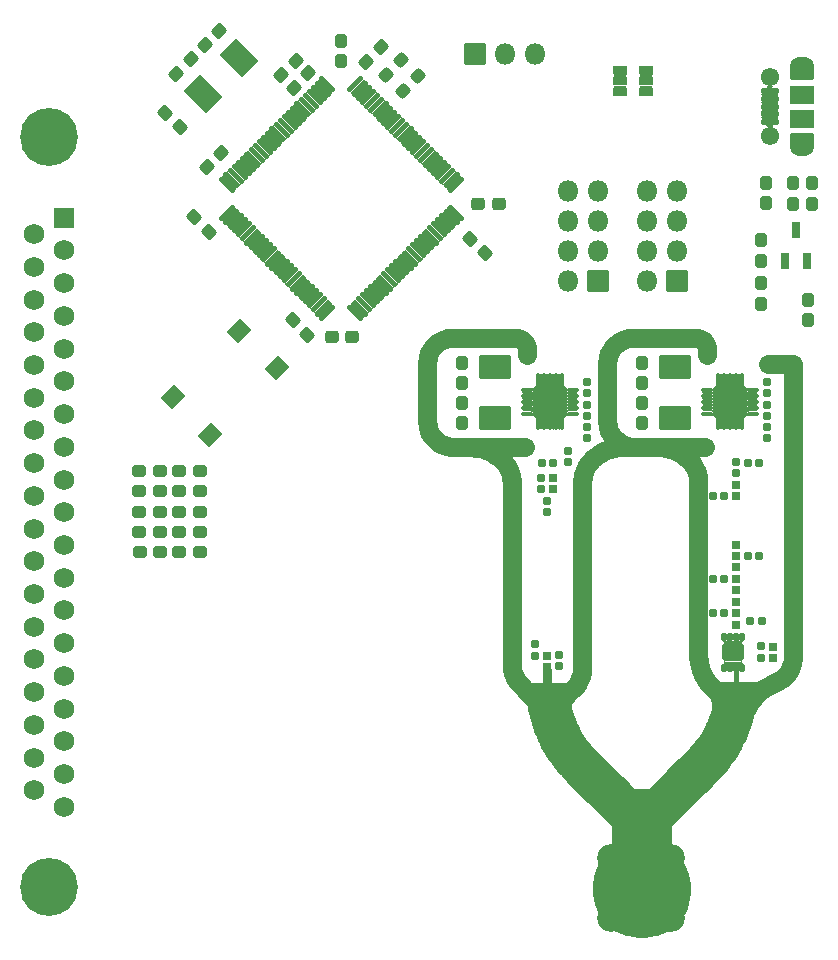
<source format=gbr>
%TF.GenerationSoftware,KiCad,Pcbnew,(6.0.1)*%
%TF.CreationDate,2022-01-19T11:33:41-06:00*%
%TF.ProjectId,Telemetry_KiCAD_Project,54656c65-6d65-4747-9279-5f4b69434144,rev?*%
%TF.SameCoordinates,Original*%
%TF.FileFunction,Soldermask,Top*%
%TF.FilePolarity,Negative*%
%FSLAX46Y46*%
G04 Gerber Fmt 4.6, Leading zero omitted, Abs format (unit mm)*
G04 Created by KiCad (PCBNEW (6.0.1)) date 2022-01-19 11:33:41*
%MOMM*%
%LPD*%
G01*
G04 APERTURE LIST*
G04 Aperture macros list*
%AMRoundRect*
0 Rectangle with rounded corners*
0 $1 Rounding radius*
0 $2 $3 $4 $5 $6 $7 $8 $9 X,Y pos of 4 corners*
0 Add a 4 corners polygon primitive as box body*
4,1,4,$2,$3,$4,$5,$6,$7,$8,$9,$2,$3,0*
0 Add four circle primitives for the rounded corners*
1,1,$1+$1,$2,$3*
1,1,$1+$1,$4,$5*
1,1,$1+$1,$6,$7*
1,1,$1+$1,$8,$9*
0 Add four rect primitives between the rounded corners*
20,1,$1+$1,$2,$3,$4,$5,0*
20,1,$1+$1,$4,$5,$6,$7,0*
20,1,$1+$1,$6,$7,$8,$9,0*
20,1,$1+$1,$8,$9,$2,$3,0*%
G04 Aperture macros list end*
%ADD10C,1.600000*%
%ADD11C,0.450000*%
%ADD12C,1.093370*%
%ADD13C,3.200000*%
%ADD14C,2.000000*%
%ADD15C,0.693370*%
%ADD16C,0.740000*%
%ADD17RoundRect,0.288500X0.287500X0.237500X-0.287500X0.237500X-0.287500X-0.237500X0.287500X-0.237500X0*%
%ADD18RoundRect,0.051000X0.850000X-0.850000X0.850000X0.850000X-0.850000X0.850000X-0.850000X-0.850000X0*%
%ADD19O,1.802000X1.802000*%
%ADD20RoundRect,0.288500X-0.044194X-0.380070X0.380070X0.044194X0.044194X0.380070X-0.380070X-0.044194X0*%
%ADD21RoundRect,0.051000X0.850000X0.850000X-0.850000X0.850000X-0.850000X-0.850000X0.850000X-0.850000X0*%
%ADD22RoundRect,0.051000X-0.247487X1.590990X-1.590990X0.247487X0.247487X-1.590990X1.590990X-0.247487X0*%
%ADD23RoundRect,0.051000X1.300000X-0.950000X1.300000X0.950000X-1.300000X0.950000X-1.300000X-0.950000X0*%
%ADD24RoundRect,0.191000X0.170000X-0.140000X0.170000X0.140000X-0.170000X0.140000X-0.170000X-0.140000X0*%
%ADD25RoundRect,0.191000X-0.170000X0.140000X-0.170000X-0.140000X0.170000X-0.140000X0.170000X0.140000X0*%
%ADD26RoundRect,0.186000X0.185000X-0.135000X0.185000X0.135000X-0.185000X0.135000X-0.185000X-0.135000X0*%
%ADD27RoundRect,0.191000X-0.140000X-0.170000X0.140000X-0.170000X0.140000X0.170000X-0.140000X0.170000X0*%
%ADD28RoundRect,0.198500X-0.172500X0.147500X-0.172500X-0.147500X0.172500X-0.147500X0.172500X0.147500X0*%
%ADD29RoundRect,0.198500X0.147500X0.172500X-0.147500X0.172500X-0.147500X-0.172500X0.147500X-0.172500X0*%
%ADD30RoundRect,0.198500X-0.147500X-0.172500X0.147500X-0.172500X0.147500X0.172500X-0.147500X0.172500X0*%
%ADD31RoundRect,0.198500X0.172500X-0.147500X0.172500X0.147500X-0.172500X0.147500X-0.172500X-0.147500X0*%
%ADD32RoundRect,0.191000X0.140000X0.170000X-0.140000X0.170000X-0.140000X-0.170000X0.140000X-0.170000X0*%
%ADD33RoundRect,0.051000X1.300000X-1.300000X1.300000X1.300000X-1.300000X1.300000X-1.300000X-1.300000X0*%
%ADD34RoundRect,0.113500X0.362500X-0.062500X0.362500X0.062500X-0.362500X0.062500X-0.362500X-0.062500X0*%
%ADD35RoundRect,0.113500X0.062500X-0.362500X0.062500X0.362500X-0.062500X0.362500X-0.062500X-0.362500X0*%
%ADD36RoundRect,0.051000X0.325000X-0.610000X0.325000X0.610000X-0.325000X0.610000X-0.325000X-0.610000X0*%
%ADD37RoundRect,0.138500X-0.087500X0.200000X-0.087500X-0.200000X0.087500X-0.200000X0.087500X0.200000X0*%
%ADD38RoundRect,0.301000X-0.620000X0.475000X-0.620000X-0.475000X0.620000X-0.475000X0.620000X0.475000X0*%
%ADD39RoundRect,0.288500X0.237500X-0.287500X0.237500X0.287500X-0.237500X0.287500X-0.237500X-0.287500X0*%
%ADD40RoundRect,0.288500X0.237500X-0.300000X0.237500X0.300000X-0.237500X0.300000X-0.237500X-0.300000X0*%
%ADD41RoundRect,0.288500X-0.237500X0.300000X-0.237500X-0.300000X0.237500X-0.300000X0.237500X0.300000X0*%
%ADD42RoundRect,0.051000X0.155000X-0.347500X0.155000X0.347500X-0.155000X0.347500X-0.155000X-0.347500X0*%
%ADD43RoundRect,0.051000X0.155000X-0.115000X0.155000X0.115000X-0.155000X0.115000X-0.155000X-0.115000X0*%
%ADD44RoundRect,0.051000X0.170000X-0.095000X0.170000X0.095000X-0.170000X0.095000X-0.170000X-0.095000X0*%
%ADD45RoundRect,0.051000X0.170000X-0.115000X0.170000X0.115000X-0.170000X0.115000X-0.170000X-0.115000X0*%
%ADD46RoundRect,0.126000X-0.565685X-0.459619X-0.459619X-0.565685X0.565685X0.459619X0.459619X0.565685X0*%
%ADD47RoundRect,0.126000X-0.565685X0.459619X0.459619X-0.565685X0.565685X-0.459619X-0.459619X0.565685X0*%
%ADD48C,4.902000*%
%ADD49C,1.752000*%
%ADD50RoundRect,0.051000X-0.825000X0.825000X-0.825000X-0.825000X0.825000X-0.825000X0.825000X0.825000X0*%
%ADD51RoundRect,0.288500X0.044194X0.380070X-0.380070X-0.044194X-0.044194X-0.380070X0.380070X0.044194X0*%
%ADD52RoundRect,0.288500X-0.380070X0.044194X0.044194X-0.380070X0.380070X-0.044194X-0.044194X0.380070X0*%
%ADD53RoundRect,0.288500X-0.300000X-0.237500X0.300000X-0.237500X0.300000X0.237500X-0.300000X0.237500X0*%
%ADD54RoundRect,0.288500X0.300000X0.237500X-0.300000X0.237500X-0.300000X-0.237500X0.300000X-0.237500X0*%
%ADD55RoundRect,0.288500X0.380070X-0.044194X-0.044194X0.380070X-0.380070X0.044194X0.044194X-0.380070X0*%
%ADD56C,2.152000*%
%ADD57C,2.352000*%
%ADD58RoundRect,0.051000X0.950000X-0.750000X0.950000X0.750000X-0.950000X0.750000X-0.950000X-0.750000X0*%
%ADD59C,1.552000*%
%ADD60RoundRect,0.051000X0.675000X-0.200000X0.675000X0.200000X-0.675000X0.200000X-0.675000X-0.200000X0*%
%ADD61O,2.002000X1.302000*%
%ADD62RoundRect,0.051000X0.950000X-0.600000X0.950000X0.600000X-0.950000X0.600000X-0.950000X-0.600000X0*%
%ADD63RoundRect,0.288500X-0.035355X-0.371231X0.371231X0.035355X0.035355X0.371231X-0.371231X-0.035355X0*%
%ADD64RoundRect,0.051000X-0.530000X-0.325000X0.530000X-0.325000X0.530000X0.325000X-0.530000X0.325000X0*%
%ADD65RoundRect,0.051000X-0.088388X-1.007627X1.007627X0.088388X0.088388X1.007627X-1.007627X-0.088388X0*%
G04 APERTURE END LIST*
D10*
X142820000Y-83800000D02*
X145090000Y-83800000D01*
X139684314Y-84365684D02*
X139585685Y-84464314D01*
X139020000Y-87680000D02*
X139020000Y-89440000D01*
X139036522Y-85577905D02*
X139020000Y-85830000D01*
X139874255Y-84199109D02*
X139684314Y-84365684D01*
X139036523Y-91192094D02*
X139036523Y-91192094D01*
X139020000Y-85830000D02*
X139020000Y-87680000D01*
X140550124Y-83865808D02*
X140550124Y-83865808D01*
X139020000Y-89440000D02*
X139020000Y-90940000D01*
X140550124Y-83865808D02*
X140310896Y-83947015D01*
X139085809Y-85330124D02*
X139036522Y-85577905D01*
X140084314Y-84058753D02*
X139874255Y-84199109D01*
X140310896Y-83947015D02*
X140084314Y-84058753D01*
X141050000Y-83800000D02*
X142820000Y-83800000D01*
X139036522Y-85577905D02*
X139036522Y-85577905D01*
X139585685Y-84464314D02*
X139419110Y-84654255D01*
X140797905Y-83816522D02*
X140550124Y-83865808D01*
X139167016Y-85090896D02*
X139085809Y-85330124D01*
X141050000Y-83800000D02*
X140797905Y-83816522D01*
X139278754Y-84864314D02*
X139167016Y-85090896D01*
X139036523Y-91192094D02*
X139020000Y-90940000D01*
X147057871Y-83999555D02*
X146952842Y-83929376D01*
X147152842Y-84082842D02*
X147177157Y-84107157D01*
X147451738Y-84663952D02*
X147460000Y-84790000D01*
X147460000Y-85210000D02*
X147460000Y-85210000D01*
X147427094Y-84540062D02*
X147451738Y-84663952D01*
X147386491Y-84420448D02*
X147427094Y-84540062D01*
X147330622Y-84307157D02*
X147386491Y-84420448D01*
X147260444Y-84202127D02*
X147330622Y-84307157D01*
X147177157Y-84107157D02*
X147260444Y-84202127D01*
X146952842Y-83929376D02*
X146839551Y-83873507D01*
X146839551Y-83873507D02*
X146719937Y-83832904D01*
X147460000Y-84790000D02*
X147460000Y-85210000D01*
X142740000Y-93060000D02*
X147300000Y-93060000D01*
X146470000Y-83800000D02*
X144745940Y-83800000D01*
X146596047Y-83808261D02*
X146470000Y-83800000D01*
X146719937Y-83832904D02*
X146596047Y-83808261D01*
X147152842Y-84082842D02*
X147057871Y-83999555D01*
X141340000Y-93060000D02*
X142740000Y-93060000D01*
X139085809Y-91439875D02*
X139167016Y-91679103D01*
X139020000Y-90940000D02*
X139036523Y-91192094D01*
X139585685Y-92305685D02*
X139632893Y-92352893D01*
X139278754Y-91905685D02*
X139419111Y-92115743D01*
X139167016Y-91679103D02*
X139278754Y-91905685D01*
X139036523Y-91192094D02*
X139085809Y-91439875D01*
X139870319Y-92561110D02*
X139632893Y-92352893D01*
X141024881Y-93039346D02*
X140715155Y-92977737D01*
X140132893Y-92736556D02*
X139870319Y-92561110D01*
X139419111Y-92115743D02*
X139585685Y-92305685D01*
X140715155Y-92977737D02*
X140416120Y-92876228D01*
X141340000Y-93060000D02*
X141024881Y-93039346D01*
X127490000Y-93060000D02*
X132050000Y-93060000D01*
X131220000Y-83800000D02*
X129495940Y-83800000D01*
X131346047Y-83808261D02*
X131220000Y-83800000D01*
X131469937Y-83832904D02*
X131346047Y-83808261D01*
X131589551Y-83873507D02*
X131469937Y-83832904D01*
X131702842Y-83929376D02*
X131589551Y-83873507D01*
X131807871Y-83999555D02*
X131702842Y-83929376D01*
X131902842Y-84082842D02*
X131807871Y-83999555D01*
X131902842Y-84082842D02*
X131927157Y-84107157D01*
X132210000Y-84790000D02*
X132210000Y-85210000D01*
X132201738Y-84663952D02*
X132210000Y-84790000D01*
X132177094Y-84540062D02*
X132201738Y-84663952D01*
X132136491Y-84420448D02*
X132177094Y-84540062D01*
X132080622Y-84307157D02*
X132136491Y-84420448D01*
X132010444Y-84202127D02*
X132080622Y-84307157D01*
X131927157Y-84107157D02*
X132010444Y-84202127D01*
X132210000Y-85210000D02*
X132210000Y-85210000D01*
X127570000Y-83800000D02*
X129840000Y-83800000D01*
X125300124Y-83865808D02*
X125300124Y-83865808D01*
X123770000Y-89440000D02*
X123770000Y-90940000D01*
X123770000Y-87680000D02*
X123770000Y-89440000D01*
X123786522Y-85577905D02*
X123770000Y-85830000D01*
X124434314Y-84365684D02*
X124335685Y-84464314D01*
X124624255Y-84199109D02*
X124434314Y-84365684D01*
X124834314Y-84058753D02*
X124624255Y-84199109D01*
X125060896Y-83947015D02*
X124834314Y-84058753D01*
X125300124Y-83865808D02*
X125060896Y-83947015D01*
X125547905Y-83816522D02*
X125300124Y-83865808D01*
X125800000Y-83800000D02*
X125547905Y-83816522D01*
X125800000Y-83800000D02*
X127570000Y-83800000D01*
X123770000Y-85830000D02*
X123770000Y-87680000D01*
X123786522Y-85577905D02*
X123786522Y-85577905D01*
X123835809Y-85330124D02*
X123786522Y-85577905D01*
X123917016Y-85090896D02*
X123835809Y-85330124D01*
X124028754Y-84864314D02*
X123917016Y-85090896D01*
X124335685Y-84464314D02*
X124169110Y-84654255D01*
X123786523Y-91192094D02*
X123770000Y-90940000D01*
X123786523Y-91192094D02*
X123786523Y-91192094D01*
X124335685Y-92305685D02*
X124382893Y-92352893D01*
X124169111Y-92115743D02*
X124335685Y-92305685D01*
X124028754Y-91905685D02*
X124169111Y-92115743D01*
X123917016Y-91679103D02*
X124028754Y-91905685D01*
X123835809Y-91439875D02*
X123917016Y-91679103D01*
X123786523Y-91192094D02*
X123835809Y-91439875D01*
X123770000Y-90940000D02*
X123786523Y-91192094D01*
X124620319Y-92561110D02*
X124382893Y-92352893D01*
X124882893Y-92736556D02*
X124620319Y-92561110D01*
X125166120Y-92876228D02*
X124882893Y-92736556D01*
X125465155Y-92977737D02*
X125166120Y-92876228D01*
X125774881Y-93039346D02*
X125465155Y-92977737D01*
X126090000Y-93060000D02*
X125774881Y-93039346D01*
X126090000Y-93060000D02*
X127490000Y-93060000D01*
X130902907Y-96980000D02*
X130900000Y-95950000D01*
X130668209Y-94927790D02*
X130716228Y-95036120D01*
X130716228Y-95036120D02*
X130758874Y-95146675D01*
X129797341Y-93882001D02*
X129511897Y-93670302D01*
X130192893Y-94252893D02*
X130060660Y-94120660D01*
X130897091Y-95841540D02*
X130900000Y-95960000D01*
X130274600Y-94338713D02*
X130351998Y-94428438D01*
X130351998Y-94428438D02*
X130424900Y-94521854D01*
X130493131Y-94618734D02*
X130556526Y-94718846D01*
X130796044Y-95259190D02*
X130827648Y-95373393D01*
X130873869Y-95605761D02*
X130888374Y-95723365D01*
X130827648Y-95373393D02*
X130853611Y-95489010D01*
X130758874Y-95146675D02*
X130796044Y-95259190D01*
X130853611Y-95489010D02*
X130873869Y-95605761D01*
X130060660Y-94120660D02*
X129797341Y-93882001D01*
X129511897Y-93670302D02*
X129333187Y-93563187D01*
X128551213Y-93215932D02*
X128206484Y-93129582D01*
X129207078Y-93487600D02*
X128885819Y-93335656D01*
X128885819Y-93335656D02*
X128551213Y-93215932D01*
X130888374Y-95723365D02*
X130897091Y-95841540D01*
X128206484Y-93129582D02*
X127854951Y-93077437D01*
X127854951Y-93077437D02*
X127500000Y-93060000D01*
X130192893Y-94252893D02*
X130274600Y-94338713D01*
X130424900Y-94521854D02*
X130493131Y-94618734D01*
X130614932Y-94821947D02*
X130668209Y-94927790D01*
X130556526Y-94718846D02*
X130614932Y-94821947D01*
X129333187Y-93563187D02*
X129207078Y-93487600D01*
X154710000Y-86000000D02*
X152630000Y-86000000D01*
X136900000Y-97000000D02*
X136900000Y-111350000D01*
X136900000Y-111700000D02*
X136900000Y-111350000D01*
X146700000Y-96970000D02*
X146700000Y-110610000D01*
X146700000Y-110610000D02*
X146708820Y-110858104D01*
X146708820Y-110858104D02*
X146735237Y-111104957D01*
D11*
X149900000Y-111970000D02*
X149900000Y-112890000D01*
D10*
X154710000Y-108380000D02*
X154710000Y-110990000D01*
X130900000Y-97000000D02*
X130900000Y-111330000D01*
X153912983Y-112562983D02*
X153966678Y-112523417D01*
X152109140Y-113569140D02*
X152207123Y-113497980D01*
X152970000Y-113070000D02*
X153490000Y-112820000D01*
X154398264Y-111995258D02*
X154494469Y-111787941D01*
X152207123Y-113497980D02*
X152970000Y-113070000D01*
X152009121Y-113641780D02*
X152109140Y-113569140D01*
X154276901Y-112188925D02*
X154398264Y-111995258D01*
X151820506Y-113797689D02*
X152009121Y-113641780D01*
X151642016Y-113965094D02*
X151820506Y-113797689D01*
X151474351Y-114143340D02*
X151642016Y-113965094D01*
X151174079Y-114529520D02*
X151318168Y-114331728D01*
X153490000Y-112820000D02*
X153583187Y-112770517D01*
X151318168Y-114331728D02*
X151474351Y-114143340D01*
X151042650Y-114735941D02*
X151174079Y-114529520D01*
X150924395Y-114950182D02*
X151042650Y-114735941D01*
X153583187Y-112770517D02*
X153782684Y-112658998D01*
X150730000Y-115330000D02*
X150924395Y-114950182D01*
X154494469Y-111787941D02*
X154564007Y-111570226D01*
X153782684Y-112658998D02*
X153912983Y-112562983D01*
X153966678Y-112523417D02*
X154132283Y-112365903D01*
X154132283Y-112365903D02*
X154276901Y-112188925D01*
X154564007Y-111570226D02*
X154630000Y-111370000D01*
X154710000Y-108510000D02*
X154720000Y-86000000D01*
X131326825Y-112793175D02*
X131448000Y-112956559D01*
X132312500Y-113837500D02*
X132721446Y-114246446D01*
X131607106Y-113132106D02*
X132312500Y-113837500D01*
X131448000Y-112956559D02*
X131607106Y-113132106D01*
X131185067Y-112563051D02*
X131306868Y-112766264D01*
X131083770Y-112348878D02*
X131185067Y-112563051D01*
X131003955Y-112125808D02*
X131083770Y-112348878D01*
X130946388Y-111895989D02*
X131003955Y-112125808D01*
X130911625Y-111661634D02*
X130946388Y-111895989D01*
X130900000Y-111425000D02*
X130911625Y-111661634D01*
X130900000Y-111425000D02*
X130900000Y-111350000D01*
X132800999Y-114334218D02*
X132721446Y-114246446D01*
X132871565Y-114429366D02*
X132800999Y-114334218D01*
X132932466Y-114530973D02*
X132871565Y-114429366D01*
X132983114Y-114638059D02*
X132932466Y-114530973D01*
X133023022Y-114749595D02*
X132983114Y-114638059D01*
X133051805Y-114864504D02*
X133023022Y-114749595D01*
X133069187Y-114981682D02*
X133051805Y-114864504D01*
X133075000Y-115100000D02*
X133069187Y-114981682D01*
X135784999Y-113814999D02*
X135507592Y-114092407D01*
X136631987Y-112801987D02*
X136614931Y-112838051D01*
X146840239Y-111589930D02*
X146869521Y-111690139D01*
X146779117Y-111349309D02*
X146840239Y-111589930D01*
X146735237Y-111104957D02*
X146779117Y-111349309D01*
X146708820Y-110858104D02*
X146735237Y-111104957D01*
X146700000Y-110610000D02*
X146708820Y-110858104D01*
X147220553Y-112509447D02*
X147142050Y-112369478D01*
X148088823Y-113561177D02*
X148043455Y-113512880D01*
X146945612Y-111922319D02*
X146869521Y-111690139D01*
X147142050Y-112369478D02*
X147036583Y-112149083D01*
X147261570Y-112582580D02*
X147220553Y-112509447D01*
X147394642Y-112787494D02*
X147261570Y-112582580D01*
X147540706Y-112983358D02*
X147394642Y-112787494D01*
X147869307Y-113344691D02*
X147699149Y-113169351D01*
X147869307Y-113344691D02*
X148043455Y-113512880D01*
X148644004Y-114730161D02*
X148606642Y-114502290D01*
X148654205Y-114960850D02*
X148644004Y-114730161D01*
X148606642Y-114502290D02*
X148542643Y-114280422D01*
X148542643Y-114280422D02*
X148452901Y-114067660D01*
X148201549Y-113681187D02*
X148088823Y-113561177D01*
X148338670Y-113866980D02*
X148201549Y-113681187D01*
X136192892Y-113407106D02*
X135784999Y-113814999D01*
X136351997Y-113231559D02*
X136192892Y-113407106D01*
X136493130Y-113041264D02*
X136351997Y-113231559D01*
X136716227Y-112623879D02*
X136631987Y-112801987D01*
X136796043Y-112400808D02*
X136716227Y-112623879D01*
X136853610Y-112170989D02*
X136796043Y-112400808D01*
X136888374Y-111936634D02*
X136853610Y-112170989D01*
X136900000Y-111700000D02*
X136888374Y-111936634D01*
X135428039Y-114180179D02*
X135507592Y-114092407D01*
X135357472Y-114275327D02*
X135428039Y-114180179D01*
X135296572Y-114376934D02*
X135357472Y-114275327D01*
X135245924Y-114484020D02*
X135296572Y-114376934D01*
X135206016Y-114595556D02*
X135245924Y-114484020D01*
X135177232Y-114710465D02*
X135206016Y-114595556D01*
X138514565Y-93504565D02*
X138592920Y-93457600D01*
X145133187Y-93533187D02*
X145007078Y-93457600D01*
X137607106Y-94222892D02*
X137739339Y-94090660D01*
X137525398Y-94308711D02*
X137607106Y-94222892D01*
X137448000Y-94398437D02*
X137525398Y-94308711D01*
X137375097Y-94491853D02*
X137448000Y-94398437D01*
X137306867Y-94588733D02*
X137375097Y-94491853D01*
X137243472Y-94688845D02*
X137306867Y-94588733D01*
X137185066Y-94791946D02*
X137243472Y-94688845D01*
X137131789Y-94897789D02*
X137185066Y-94791946D01*
X137083770Y-95006119D02*
X137131789Y-94897789D01*
X137041124Y-95116675D02*
X137083770Y-95006119D01*
X137003954Y-95229190D02*
X137041124Y-95116675D01*
X136972350Y-95343393D02*
X137003954Y-95229190D01*
X136946387Y-95459009D02*
X136972350Y-95343393D01*
X136926129Y-95575761D02*
X136946387Y-95459009D01*
X136911624Y-95693365D02*
X136926129Y-95575761D01*
X136902907Y-95811540D02*
X136911624Y-95693365D01*
X136900000Y-95930000D02*
X136902907Y-95811540D01*
X136900000Y-95930000D02*
X136900000Y-96980000D01*
X146700000Y-95930000D02*
X146700000Y-96950000D01*
X146697091Y-95811540D02*
X146700000Y-95930000D01*
X146688374Y-95693365D02*
X146697091Y-95811540D01*
X146673869Y-95575761D02*
X146688374Y-95693365D01*
X146653611Y-95459010D02*
X146673869Y-95575761D01*
X146627648Y-95343393D02*
X146653611Y-95459010D01*
X146596044Y-95229190D02*
X146627648Y-95343393D01*
X146558874Y-95116675D02*
X146596044Y-95229190D01*
X146516228Y-95006120D02*
X146558874Y-95116675D01*
X146468209Y-94897790D02*
X146516228Y-95006120D01*
X146414932Y-94791947D02*
X146468209Y-94897790D01*
X146356526Y-94688846D02*
X146414932Y-94791947D01*
X146293131Y-94588734D02*
X146356526Y-94688846D01*
X146224900Y-94491854D02*
X146293131Y-94588734D01*
X146151998Y-94398438D02*
X146224900Y-94491854D01*
X146074600Y-94308713D02*
X146151998Y-94398438D01*
X145992893Y-94222893D02*
X146074600Y-94308713D01*
X145992893Y-94222893D02*
X145860660Y-94090660D01*
X143300000Y-93030000D02*
X140400000Y-93030000D01*
X143654951Y-93047437D02*
X143300000Y-93030000D01*
X144006484Y-93099582D02*
X143654951Y-93047437D01*
X144351213Y-93185932D02*
X144006484Y-93099582D01*
X144685819Y-93305656D02*
X144351213Y-93185932D01*
X145007078Y-93457600D02*
X144685819Y-93305656D01*
X145311897Y-93640302D02*
X145133187Y-93533187D01*
X145597341Y-93852001D02*
X145311897Y-93640302D01*
X145860660Y-94090660D02*
X145597341Y-93852001D01*
X140300000Y-93030000D02*
X140400000Y-93030000D01*
X139945048Y-93047437D02*
X140300000Y-93030000D01*
X139593515Y-93099582D02*
X139945048Y-93047437D01*
X139248785Y-93185932D02*
X139593515Y-93099582D01*
X138914180Y-93305656D02*
X139248785Y-93185932D01*
X138592920Y-93457600D02*
X138914180Y-93305656D01*
X138288101Y-93640302D02*
X138514565Y-93504565D01*
X138002657Y-93852001D02*
X138288101Y-93640302D01*
X137739339Y-94090660D02*
X138002657Y-93852001D01*
X135228671Y-115471891D02*
X135154039Y-115228042D01*
X135660000Y-113750000D02*
X134910000Y-113750000D01*
X134983223Y-114283960D02*
X134937982Y-113953861D01*
X135036274Y-114612894D02*
X134983223Y-114283960D01*
X135097106Y-114940479D02*
X135036274Y-114612894D01*
X135154039Y-115228042D02*
X135097106Y-114940479D01*
X135228671Y-115471891D02*
X135330076Y-115789258D01*
X135556089Y-116416054D02*
X135680618Y-116736541D01*
X135330076Y-115789258D02*
X135439238Y-116104042D01*
X135439238Y-116104042D02*
X135556089Y-116416054D01*
X132980117Y-114502018D02*
X132956190Y-114236542D01*
X133152087Y-115483579D02*
X133076558Y-115159756D01*
X133019175Y-114832230D02*
X132980117Y-114502018D01*
X133076558Y-115159756D02*
X133019175Y-114832230D01*
X132470000Y-113750000D02*
X134910000Y-113750000D01*
X132956190Y-114236542D02*
X132960000Y-113750000D01*
X133152087Y-115483579D02*
X133220806Y-115745061D01*
X133591181Y-116937006D02*
X133699912Y-117199764D01*
X133280793Y-115989418D02*
X133220806Y-115745061D01*
X133368241Y-116310377D02*
X133280793Y-115989418D01*
X133471791Y-116626509D02*
X133368241Y-116310377D01*
X133591181Y-116937006D02*
X133471791Y-116626509D01*
X141207232Y-133671228D02*
X140979883Y-133624796D01*
X140755583Y-133565360D02*
X140535072Y-133493119D01*
X140535072Y-133493119D02*
X140319084Y-133408312D01*
D12*
X141900000Y-130400000D02*
X141900000Y-125440000D01*
D13*
X141900000Y-124800000D02*
X141983360Y-132800000D01*
D10*
X140979883Y-133624796D02*
X140755583Y-133565360D01*
X141436876Y-133704505D02*
X141207232Y-133671228D01*
X140108332Y-133311220D02*
X139360000Y-132940000D01*
D14*
X143711077Y-130400000D02*
G75*
G03*
X143711077Y-130400000I-1811077J0D01*
G01*
D10*
X140319084Y-133408312D02*
X140108332Y-133311220D01*
D15*
X134635084Y-116845518D02*
X134827161Y-117278837D01*
X147999602Y-118902581D02*
X147707994Y-119276243D01*
X135040269Y-117702209D02*
X135273893Y-118114615D01*
X134085553Y-115033958D02*
X134189403Y-115496424D01*
X133946500Y-114096537D02*
X134004520Y-114566954D01*
X135527473Y-118515060D02*
X135800396Y-118902581D01*
X134189403Y-115496424D02*
X134315820Y-115953236D01*
X134464500Y-116403296D02*
X134635084Y-116845518D01*
X134315820Y-115953236D02*
X134464500Y-116403296D01*
X134004520Y-114566954D02*
X134085553Y-115033958D01*
X147071572Y-119978427D02*
X142430000Y-124550000D01*
X148272525Y-118515060D02*
X147999602Y-118902581D01*
X136092004Y-119276243D02*
X136401597Y-119635146D01*
X135800396Y-118902581D02*
X136092004Y-119276243D01*
X135273893Y-118114615D02*
X135527473Y-118515060D01*
X134827161Y-117278837D02*
X135040269Y-117702209D01*
X147398401Y-119635146D02*
X147071572Y-119978427D01*
D16*
X133900000Y-111890000D02*
X133900000Y-112970000D01*
D15*
X136401597Y-119635146D02*
X136728427Y-119978427D01*
X133911632Y-113623839D02*
X133946500Y-114096537D01*
X136728427Y-119978427D02*
X141360000Y-124550000D01*
X147707994Y-119276243D02*
X147398401Y-119635146D01*
X149888367Y-113623839D02*
X149853498Y-114096537D01*
X149714445Y-115033958D02*
X149610595Y-115496424D01*
X149610595Y-115496424D02*
X149484178Y-115953236D01*
D10*
X137399016Y-122031463D02*
X138475762Y-123108209D01*
D15*
X149335498Y-116403296D02*
X149164914Y-116845518D01*
X148972837Y-117278837D02*
X148759730Y-117702209D01*
D10*
X136308138Y-120954717D02*
X137384884Y-122031463D01*
X137384884Y-122031463D02*
X137399016Y-122031463D01*
D15*
X148759730Y-117702209D02*
X148526105Y-118114615D01*
X149795478Y-114566954D02*
X149714445Y-115033958D01*
D10*
X136294006Y-120954717D02*
X136308138Y-120954717D01*
D15*
X149484178Y-115953236D02*
X149335498Y-116403296D01*
X149853498Y-114096537D02*
X149795478Y-114566954D01*
X148526105Y-118114615D02*
X148272525Y-118515060D01*
X149164914Y-116845518D02*
X148972837Y-117278837D01*
D10*
X136092145Y-120739604D02*
X136294006Y-120954717D01*
X134502876Y-118755537D02*
X134382863Y-118570544D01*
X135864745Y-120495893D02*
X135638735Y-120250894D01*
X135638735Y-120250894D02*
X135414121Y-120004614D01*
X135070807Y-119578110D02*
X135255101Y-119829256D01*
X138489894Y-123108209D02*
X139566640Y-124184955D01*
X138475762Y-123108209D02*
X138489894Y-123108209D01*
X134267421Y-118362300D02*
X134382863Y-118570544D01*
X134267421Y-118362300D02*
X134110042Y-118068697D01*
X133820481Y-117468741D02*
X133699912Y-117199764D01*
X134110042Y-118068697D02*
X133961022Y-117770765D01*
X135414121Y-120004614D02*
X135255101Y-119829256D01*
X133961022Y-117770765D02*
X133820481Y-117468741D01*
X134686912Y-119033344D02*
X134502876Y-118755537D01*
X135070807Y-119578110D02*
X134876245Y-119307569D01*
X134876245Y-119307569D02*
X134686912Y-119033344D01*
X136092145Y-120739604D02*
X135864745Y-120495893D01*
X137068782Y-118867604D02*
X136853751Y-118613336D01*
X138646032Y-120466107D02*
X138660785Y-120466107D01*
X139799602Y-121590171D02*
X140923665Y-122714234D01*
X136853751Y-118613336D02*
X136647857Y-118351615D01*
X137292681Y-119114100D02*
X137507216Y-119342044D01*
X135973794Y-117276633D02*
X135813608Y-116984410D01*
X137507216Y-119342044D02*
X137521969Y-119342044D01*
X137292681Y-119114100D02*
X137068782Y-118867604D01*
X138660785Y-120466107D02*
X139784849Y-121590171D01*
X136647857Y-118351615D02*
X136474418Y-118122929D01*
X136309791Y-117852210D02*
X136139206Y-117565931D01*
X135813608Y-116984410D02*
X135680618Y-116736541D01*
X136139206Y-117565931D02*
X135973794Y-117276633D01*
X139784849Y-121590171D02*
X139799602Y-121590171D01*
X137521969Y-119342044D02*
X138646032Y-120466107D01*
X136309791Y-117852210D02*
X136474418Y-118122929D01*
X147679144Y-117561928D02*
X147845491Y-117273445D01*
X146229168Y-119387759D02*
X145116722Y-120500205D01*
X146246201Y-119387759D02*
X146229168Y-119387759D01*
X145099688Y-120500205D02*
X143987243Y-121612650D01*
X145116722Y-120500205D02*
X145099688Y-120500205D01*
X143970210Y-121612650D02*
X142857764Y-122725096D01*
X148830199Y-114357239D02*
X148867700Y-114026826D01*
X148774587Y-114685090D02*
X148830199Y-114357239D01*
X147502768Y-117844392D02*
X147679144Y-117561928D01*
X148867700Y-114026826D02*
X148900000Y-113650000D01*
X148311018Y-116229051D02*
X148423920Y-115915523D01*
X143987243Y-121612650D02*
X143970210Y-121612650D01*
X148192117Y-116540353D02*
X148080930Y-116823278D01*
X147502768Y-117844392D02*
X147279474Y-118188394D01*
X148701032Y-115009388D02*
X148774587Y-114685090D01*
X148192117Y-116540353D02*
X148311018Y-116229051D01*
X148701032Y-115009388D02*
X148617940Y-115334061D01*
X148423920Y-115915523D02*
X148530780Y-115599886D01*
X148530780Y-115599886D02*
X148617940Y-115334061D01*
X150830584Y-114401649D02*
X150863720Y-113994776D01*
X145570002Y-122842696D02*
X144360121Y-124052577D01*
X146927467Y-118618377D02*
X147139532Y-118361323D01*
X146798408Y-121632815D02*
X145588527Y-122842696D01*
X147845491Y-117273445D02*
X148001605Y-116979298D01*
X148001605Y-116979298D02*
X148080930Y-116823278D01*
X146488975Y-119120253D02*
X146246201Y-119387759D01*
X146488975Y-119120253D02*
X146710589Y-118871384D01*
X145588527Y-122842696D02*
X145570002Y-122842696D01*
X151790000Y-113650000D02*
X148270000Y-113650000D01*
X150273226Y-116723142D02*
X150381481Y-116408164D01*
X148036958Y-120414689D02*
X148035060Y-120414689D01*
X150668622Y-115385043D02*
X150570584Y-115776819D01*
X150668622Y-115385043D02*
X150740504Y-115060360D01*
X150154922Y-117034485D02*
X149976483Y-117482312D01*
X150154922Y-117034485D02*
X150273226Y-116723142D01*
X150381481Y-116408164D02*
X150479575Y-116089876D01*
X150740504Y-115060360D02*
X150794545Y-114732235D01*
X148035060Y-120414689D02*
X146816934Y-121632815D01*
X147139532Y-118361323D02*
X147279474Y-118188394D01*
X146710589Y-118871384D02*
X146927467Y-118618377D01*
X150794545Y-114732235D02*
X150830584Y-114401649D01*
X146816934Y-121632815D02*
X146798408Y-121632815D01*
X138988779Y-132191667D02*
X139360000Y-132940000D01*
X149449224Y-118445785D02*
X149609648Y-118153595D01*
X149609648Y-118153595D02*
X149769621Y-117861158D01*
X148726511Y-119573916D02*
X148927610Y-119308219D01*
X143650000Y-125650000D02*
X143650000Y-124762698D01*
X148308052Y-120092557D02*
X148036958Y-120414689D01*
X143380000Y-122710000D02*
X140923665Y-122710000D01*
X143650000Y-125650000D02*
X143650000Y-127900000D01*
X148308052Y-120092557D02*
X148519962Y-119835400D01*
X148519962Y-119835400D02*
X148726511Y-119573916D01*
X148927610Y-119308219D02*
X149107399Y-119065501D01*
X140150000Y-127900000D02*
X139360000Y-127860000D01*
X140150000Y-125650000D02*
X140150000Y-127900000D01*
X139570000Y-124180000D02*
X144230000Y-124180000D01*
X150863720Y-113994776D02*
X150880000Y-113650000D01*
X140150000Y-125650000D02*
X140150000Y-124768315D01*
X149769621Y-117861158D02*
X149976483Y-117482312D01*
X143650000Y-124762698D02*
X144360121Y-124052577D01*
X150479575Y-116089876D02*
X150570584Y-115776819D01*
X149288349Y-118737727D02*
X149107400Y-119065500D01*
X149288349Y-118737727D02*
X149449224Y-118445785D01*
X143650000Y-127900000D02*
X144440000Y-127860000D01*
X140150000Y-124768315D02*
X139566640Y-124184955D01*
X138988779Y-132191667D02*
X138891686Y-131980914D01*
X138891686Y-131980914D02*
X138806878Y-131764926D01*
X138675201Y-129479883D02*
X138734637Y-129255582D01*
X144961862Y-131888458D02*
X145039053Y-131669714D01*
X138891685Y-128819083D02*
X138988779Y-128608332D01*
X145103505Y-131446883D02*
X145155003Y-131220707D01*
X145039053Y-131669714D02*
X145103505Y-131446883D01*
X138806878Y-131764926D02*
X138734637Y-131544415D01*
X138628769Y-131092766D02*
X138595492Y-130863122D01*
X138568805Y-130399999D02*
X138575482Y-130168053D01*
X138675202Y-131320114D02*
X138628769Y-131092766D01*
X138595492Y-130863122D02*
X138575482Y-130631945D01*
X138734637Y-131544415D02*
X138675202Y-131320114D01*
X138595492Y-129936875D02*
X138628769Y-129707232D01*
X138806877Y-129035072D02*
X138891685Y-128819083D01*
X138988779Y-128608332D02*
X139360000Y-127860000D01*
X138734637Y-129255582D02*
X138806877Y-129035072D01*
X138575482Y-130631945D02*
X138568805Y-130399999D01*
X138575482Y-130168053D02*
X138595492Y-129936875D01*
X138628769Y-129707232D02*
X138675201Y-129479883D01*
X144770332Y-132310795D02*
X144872189Y-132102389D01*
X144770332Y-132310795D02*
X144440000Y-132940000D01*
X144872189Y-132102389D02*
X144961862Y-131888458D01*
X145021840Y-129160401D02*
X144941656Y-128942736D01*
X145155003Y-131220707D02*
X145193376Y-130991938D01*
X145193376Y-130991938D02*
X145218496Y-130761337D01*
X141899999Y-133731193D02*
X141668053Y-133724515D01*
X145089343Y-129382327D02*
X145021840Y-129160401D01*
X145218496Y-130761337D02*
X145230281Y-130529672D01*
X143480914Y-133408312D02*
X143264925Y-133493119D01*
X145230281Y-130529672D02*
X145228689Y-130297712D01*
X145228689Y-130297712D02*
X145213728Y-130066230D01*
X145213728Y-130066230D02*
X145185447Y-129835996D01*
X144941656Y-128942736D02*
X144849056Y-128730056D01*
X145185447Y-129835996D02*
X145143939Y-129607775D01*
X145143939Y-129607775D02*
X145089343Y-129382327D01*
X144849056Y-128730056D02*
X144440000Y-127860000D01*
X143691667Y-133311220D02*
X144440000Y-132940000D01*
X143691667Y-133311220D02*
X143480914Y-133408312D01*
X143264925Y-133493119D02*
X143044415Y-133565360D01*
X141668053Y-133724515D02*
X141436876Y-133704505D01*
X142363122Y-133704505D02*
X142131945Y-133724515D01*
X143044415Y-133565360D02*
X142820114Y-133624795D01*
X142820114Y-133624795D02*
X142592766Y-133671228D01*
X142592766Y-133671228D02*
X142363122Y-133704505D01*
X142131945Y-133724515D02*
X141899999Y-133731193D01*
X142820000Y-83800000D02*
X145090000Y-83800000D01*
X139684314Y-84365684D02*
X139585685Y-84464314D01*
X139020000Y-87680000D02*
X139020000Y-89440000D01*
X139036522Y-85577905D02*
X139020000Y-85830000D01*
X139874255Y-84199109D02*
X139684314Y-84365684D01*
X139036523Y-91192094D02*
X139036523Y-91192094D01*
X139020000Y-85830000D02*
X139020000Y-87680000D01*
X140550124Y-83865808D02*
X140550124Y-83865808D01*
X139020000Y-89440000D02*
X139020000Y-90940000D01*
X140550124Y-83865808D02*
X140310896Y-83947015D01*
X139085809Y-85330124D02*
X139036522Y-85577905D01*
X140084314Y-84058753D02*
X139874255Y-84199109D01*
X140310896Y-83947015D02*
X140084314Y-84058753D01*
X141050000Y-83800000D02*
X142820000Y-83800000D01*
X139036522Y-85577905D02*
X139036522Y-85577905D01*
X139585685Y-84464314D02*
X139419110Y-84654255D01*
X140797905Y-83816522D02*
X140550124Y-83865808D01*
X139167016Y-85090896D02*
X139085809Y-85330124D01*
X141050000Y-83800000D02*
X140797905Y-83816522D01*
X139278754Y-84864314D02*
X139167016Y-85090896D01*
X139036523Y-91192094D02*
X139020000Y-90940000D01*
X147057871Y-83999555D02*
X146952842Y-83929376D01*
X147152842Y-84082842D02*
X147177157Y-84107157D01*
X147451738Y-84663952D02*
X147460000Y-84790000D01*
X147460000Y-85210000D02*
X147460000Y-85210000D01*
X147427094Y-84540062D02*
X147451738Y-84663952D01*
X147386491Y-84420448D02*
X147427094Y-84540062D01*
X147330622Y-84307157D02*
X147386491Y-84420448D01*
X147260444Y-84202127D02*
X147330622Y-84307157D01*
X147177157Y-84107157D02*
X147260444Y-84202127D01*
X146952842Y-83929376D02*
X146839551Y-83873507D01*
X146839551Y-83873507D02*
X146719937Y-83832904D01*
X147460000Y-84790000D02*
X147460000Y-85210000D01*
X142740000Y-93060000D02*
X147300000Y-93060000D01*
X146470000Y-83800000D02*
X144745940Y-83800000D01*
X146596047Y-83808261D02*
X146470000Y-83800000D01*
X146719937Y-83832904D02*
X146596047Y-83808261D01*
X147152842Y-84082842D02*
X147057871Y-83999555D01*
X141340000Y-93060000D02*
X142740000Y-93060000D01*
X139085809Y-91439875D02*
X139167016Y-91679103D01*
X139020000Y-90940000D02*
X139036523Y-91192094D01*
X139585685Y-92305685D02*
X139632893Y-92352893D01*
X139278754Y-91905685D02*
X139419111Y-92115743D01*
X139167016Y-91679103D02*
X139278754Y-91905685D01*
X139036523Y-91192094D02*
X139085809Y-91439875D01*
X139870319Y-92561110D02*
X139632893Y-92352893D01*
X141024881Y-93039346D02*
X140715155Y-92977737D01*
X140132893Y-92736556D02*
X139870319Y-92561110D01*
X139419111Y-92115743D02*
X139585685Y-92305685D01*
X140715155Y-92977737D02*
X140416120Y-92876228D01*
X141340000Y-93060000D02*
X141024881Y-93039346D01*
X127490000Y-93060000D02*
X132050000Y-93060000D01*
X131220000Y-83800000D02*
X129495940Y-83800000D01*
X131346047Y-83808261D02*
X131220000Y-83800000D01*
X131469937Y-83832904D02*
X131346047Y-83808261D01*
X131589551Y-83873507D02*
X131469937Y-83832904D01*
X131702842Y-83929376D02*
X131589551Y-83873507D01*
X131807871Y-83999555D02*
X131702842Y-83929376D01*
X131902842Y-84082842D02*
X131807871Y-83999555D01*
X131902842Y-84082842D02*
X131927157Y-84107157D01*
X132210000Y-84790000D02*
X132210000Y-85210000D01*
X132201738Y-84663952D02*
X132210000Y-84790000D01*
X132177094Y-84540062D02*
X132201738Y-84663952D01*
X132136491Y-84420448D02*
X132177094Y-84540062D01*
X132080622Y-84307157D02*
X132136491Y-84420448D01*
X132010444Y-84202127D02*
X132080622Y-84307157D01*
X131927157Y-84107157D02*
X132010444Y-84202127D01*
X132210000Y-85210000D02*
X132210000Y-85210000D01*
X127570000Y-83800000D02*
X129840000Y-83800000D01*
X125300124Y-83865808D02*
X125300124Y-83865808D01*
X123770000Y-89440000D02*
X123770000Y-90940000D01*
X123770000Y-87680000D02*
X123770000Y-89440000D01*
X123786522Y-85577905D02*
X123770000Y-85830000D01*
X124434314Y-84365684D02*
X124335685Y-84464314D01*
X124624255Y-84199109D02*
X124434314Y-84365684D01*
X124834314Y-84058753D02*
X124624255Y-84199109D01*
X125060896Y-83947015D02*
X124834314Y-84058753D01*
X125300124Y-83865808D02*
X125060896Y-83947015D01*
X125547905Y-83816522D02*
X125300124Y-83865808D01*
X125800000Y-83800000D02*
X125547905Y-83816522D01*
X125800000Y-83800000D02*
X127570000Y-83800000D01*
X123770000Y-85830000D02*
X123770000Y-87680000D01*
X123786522Y-85577905D02*
X123786522Y-85577905D01*
X123835809Y-85330124D02*
X123786522Y-85577905D01*
X123917016Y-85090896D02*
X123835809Y-85330124D01*
X124028754Y-84864314D02*
X123917016Y-85090896D01*
X124335685Y-84464314D02*
X124169110Y-84654255D01*
X123786523Y-91192094D02*
X123770000Y-90940000D01*
X123786523Y-91192094D02*
X123786523Y-91192094D01*
X124335685Y-92305685D02*
X124382893Y-92352893D01*
X124169111Y-92115743D02*
X124335685Y-92305685D01*
X124028754Y-91905685D02*
X124169111Y-92115743D01*
X123917016Y-91679103D02*
X124028754Y-91905685D01*
X123835809Y-91439875D02*
X123917016Y-91679103D01*
X123786523Y-91192094D02*
X123835809Y-91439875D01*
X123770000Y-90940000D02*
X123786523Y-91192094D01*
X124620319Y-92561110D02*
X124382893Y-92352893D01*
X124882893Y-92736556D02*
X124620319Y-92561110D01*
X125166120Y-92876228D02*
X124882893Y-92736556D01*
X125465155Y-92977737D02*
X125166120Y-92876228D01*
X125774881Y-93039346D02*
X125465155Y-92977737D01*
X126090000Y-93060000D02*
X125774881Y-93039346D01*
X126090000Y-93060000D02*
X127490000Y-93060000D01*
X130902907Y-96980000D02*
X130900000Y-95950000D01*
X130668209Y-94927790D02*
X130716228Y-95036120D01*
X130716228Y-95036120D02*
X130758874Y-95146675D01*
X129797341Y-93882001D02*
X129511897Y-93670302D01*
X130192893Y-94252893D02*
X130060660Y-94120660D01*
X130897091Y-95841540D02*
X130900000Y-95960000D01*
X130274600Y-94338713D02*
X130351998Y-94428438D01*
X130351998Y-94428438D02*
X130424900Y-94521854D01*
X130493131Y-94618734D02*
X130556526Y-94718846D01*
X130796044Y-95259190D02*
X130827648Y-95373393D01*
X130873869Y-95605761D02*
X130888374Y-95723365D01*
X130827648Y-95373393D02*
X130853611Y-95489010D01*
X130758874Y-95146675D02*
X130796044Y-95259190D01*
X130853611Y-95489010D02*
X130873869Y-95605761D01*
X130060660Y-94120660D02*
X129797341Y-93882001D01*
X129511897Y-93670302D02*
X129333187Y-93563187D01*
X128551213Y-93215932D02*
X128206484Y-93129582D01*
X129207078Y-93487600D02*
X128885819Y-93335656D01*
X128885819Y-93335656D02*
X128551213Y-93215932D01*
X130888374Y-95723365D02*
X130897091Y-95841540D01*
X128206484Y-93129582D02*
X127854951Y-93077437D01*
X127854951Y-93077437D02*
X127500000Y-93060000D01*
X130192893Y-94252893D02*
X130274600Y-94338713D01*
X130424900Y-94521854D02*
X130493131Y-94618734D01*
X130614932Y-94821947D02*
X130668209Y-94927790D01*
X130556526Y-94718846D02*
X130614932Y-94821947D01*
X129333187Y-93563187D02*
X129207078Y-93487600D01*
X154710000Y-86000000D02*
X152630000Y-86000000D01*
X136900000Y-97000000D02*
X136900000Y-111350000D01*
X136900000Y-111700000D02*
X136900000Y-111350000D01*
X146700000Y-96970000D02*
X146700000Y-110610000D01*
X146700000Y-110610000D02*
X146708820Y-110858104D01*
X146708820Y-110858104D02*
X146735237Y-111104957D01*
D11*
X149900000Y-111970000D02*
X149900000Y-112890000D01*
D10*
X154710000Y-108380000D02*
X154710000Y-110990000D01*
X130900000Y-97000000D02*
X130900000Y-111330000D01*
X153912983Y-112562983D02*
X153966678Y-112523417D01*
X152109140Y-113569140D02*
X152207123Y-113497980D01*
X152970000Y-113070000D02*
X153490000Y-112820000D01*
X154398264Y-111995258D02*
X154494469Y-111787941D01*
X152207123Y-113497980D02*
X152970000Y-113070000D01*
X152009121Y-113641780D02*
X152109140Y-113569140D01*
X154276901Y-112188925D02*
X154398264Y-111995258D01*
X151820506Y-113797689D02*
X152009121Y-113641780D01*
X151642016Y-113965094D02*
X151820506Y-113797689D01*
X151474351Y-114143340D02*
X151642016Y-113965094D01*
X151174079Y-114529520D02*
X151318168Y-114331728D01*
X153490000Y-112820000D02*
X153583187Y-112770517D01*
X151318168Y-114331728D02*
X151474351Y-114143340D01*
X151042650Y-114735941D02*
X151174079Y-114529520D01*
X150924395Y-114950182D02*
X151042650Y-114735941D01*
X153583187Y-112770517D02*
X153782684Y-112658998D01*
X150730000Y-115330000D02*
X150924395Y-114950182D01*
X154494469Y-111787941D02*
X154564007Y-111570226D01*
X153782684Y-112658998D02*
X153912983Y-112562983D01*
X153966678Y-112523417D02*
X154132283Y-112365903D01*
X154132283Y-112365903D02*
X154276901Y-112188925D01*
X154564007Y-111570226D02*
X154630000Y-111370000D01*
X154710000Y-108510000D02*
X154720000Y-86000000D01*
X131326825Y-112793175D02*
X131448000Y-112956559D01*
X132312500Y-113837500D02*
X132721446Y-114246446D01*
X131607106Y-113132106D02*
X132312500Y-113837500D01*
X131448000Y-112956559D02*
X131607106Y-113132106D01*
X131185067Y-112563051D02*
X131306868Y-112766264D01*
X131083770Y-112348878D02*
X131185067Y-112563051D01*
X131003955Y-112125808D02*
X131083770Y-112348878D01*
X130946388Y-111895989D02*
X131003955Y-112125808D01*
X130911625Y-111661634D02*
X130946388Y-111895989D01*
X130900000Y-111425000D02*
X130911625Y-111661634D01*
X130900000Y-111425000D02*
X130900000Y-111350000D01*
X132800999Y-114334218D02*
X132721446Y-114246446D01*
X132871565Y-114429366D02*
X132800999Y-114334218D01*
X132932466Y-114530973D02*
X132871565Y-114429366D01*
X132983114Y-114638059D02*
X132932466Y-114530973D01*
X133023022Y-114749595D02*
X132983114Y-114638059D01*
X133051805Y-114864504D02*
X133023022Y-114749595D01*
X133069187Y-114981682D02*
X133051805Y-114864504D01*
X133075000Y-115100000D02*
X133069187Y-114981682D01*
X135784999Y-113814999D02*
X135507592Y-114092407D01*
X136631987Y-112801987D02*
X136614931Y-112838051D01*
X146840239Y-111589930D02*
X146869521Y-111690139D01*
X146779117Y-111349309D02*
X146840239Y-111589930D01*
X146735237Y-111104957D02*
X146779117Y-111349309D01*
X146708820Y-110858104D02*
X146735237Y-111104957D01*
X146700000Y-110610000D02*
X146708820Y-110858104D01*
X147220553Y-112509447D02*
X147142050Y-112369478D01*
X148088823Y-113561177D02*
X148043455Y-113512880D01*
X146945612Y-111922319D02*
X146869521Y-111690139D01*
X147142050Y-112369478D02*
X147036583Y-112149083D01*
X147261570Y-112582580D02*
X147220553Y-112509447D01*
X147394642Y-112787494D02*
X147261570Y-112582580D01*
X147540706Y-112983358D02*
X147394642Y-112787494D01*
X147869307Y-113344691D02*
X147699149Y-113169351D01*
X147869307Y-113344691D02*
X148043455Y-113512880D01*
X148644004Y-114730161D02*
X148606642Y-114502290D01*
X148654205Y-114960850D02*
X148644004Y-114730161D01*
X148606642Y-114502290D02*
X148542643Y-114280422D01*
X148542643Y-114280422D02*
X148452901Y-114067660D01*
X148201549Y-113681187D02*
X148088823Y-113561177D01*
X148338670Y-113866980D02*
X148201549Y-113681187D01*
X136192892Y-113407106D02*
X135784999Y-113814999D01*
X136351997Y-113231559D02*
X136192892Y-113407106D01*
X136493130Y-113041264D02*
X136351997Y-113231559D01*
X136716227Y-112623879D02*
X136631987Y-112801987D01*
X136796043Y-112400808D02*
X136716227Y-112623879D01*
X136853610Y-112170989D02*
X136796043Y-112400808D01*
X136888374Y-111936634D02*
X136853610Y-112170989D01*
X136900000Y-111700000D02*
X136888374Y-111936634D01*
X135428039Y-114180179D02*
X135507592Y-114092407D01*
X135357472Y-114275327D02*
X135428039Y-114180179D01*
X135296572Y-114376934D02*
X135357472Y-114275327D01*
X135245924Y-114484020D02*
X135296572Y-114376934D01*
X135206016Y-114595556D02*
X135245924Y-114484020D01*
X135177232Y-114710465D02*
X135206016Y-114595556D01*
X138514565Y-93504565D02*
X138592920Y-93457600D01*
X145133187Y-93533187D02*
X145007078Y-93457600D01*
X137607106Y-94222892D02*
X137739339Y-94090660D01*
X137525398Y-94308711D02*
X137607106Y-94222892D01*
X137448000Y-94398437D02*
X137525398Y-94308711D01*
X137375097Y-94491853D02*
X137448000Y-94398437D01*
X137306867Y-94588733D02*
X137375097Y-94491853D01*
X137243472Y-94688845D02*
X137306867Y-94588733D01*
X137185066Y-94791946D02*
X137243472Y-94688845D01*
X137131789Y-94897789D02*
X137185066Y-94791946D01*
X137083770Y-95006119D02*
X137131789Y-94897789D01*
X137041124Y-95116675D02*
X137083770Y-95006119D01*
X137003954Y-95229190D02*
X137041124Y-95116675D01*
X136972350Y-95343393D02*
X137003954Y-95229190D01*
X136946387Y-95459009D02*
X136972350Y-95343393D01*
X136926129Y-95575761D02*
X136946387Y-95459009D01*
X136911624Y-95693365D02*
X136926129Y-95575761D01*
X136902907Y-95811540D02*
X136911624Y-95693365D01*
X136900000Y-95930000D02*
X136902907Y-95811540D01*
X136900000Y-95930000D02*
X136900000Y-96980000D01*
X146700000Y-95930000D02*
X146700000Y-96950000D01*
X146697091Y-95811540D02*
X146700000Y-95930000D01*
X146688374Y-95693365D02*
X146697091Y-95811540D01*
X146673869Y-95575761D02*
X146688374Y-95693365D01*
X146653611Y-95459010D02*
X146673869Y-95575761D01*
X146627648Y-95343393D02*
X146653611Y-95459010D01*
X146596044Y-95229190D02*
X146627648Y-95343393D01*
X146558874Y-95116675D02*
X146596044Y-95229190D01*
X146516228Y-95006120D02*
X146558874Y-95116675D01*
X146468209Y-94897790D02*
X146516228Y-95006120D01*
X146414932Y-94791947D02*
X146468209Y-94897790D01*
X146356526Y-94688846D02*
X146414932Y-94791947D01*
X146293131Y-94588734D02*
X146356526Y-94688846D01*
X146224900Y-94491854D02*
X146293131Y-94588734D01*
X146151998Y-94398438D02*
X146224900Y-94491854D01*
X146074600Y-94308713D02*
X146151998Y-94398438D01*
X145992893Y-94222893D02*
X146074600Y-94308713D01*
X145992893Y-94222893D02*
X145860660Y-94090660D01*
X143300000Y-93030000D02*
X140400000Y-93030000D01*
X143654951Y-93047437D02*
X143300000Y-93030000D01*
X144006484Y-93099582D02*
X143654951Y-93047437D01*
X144351213Y-93185932D02*
X144006484Y-93099582D01*
X144685819Y-93305656D02*
X144351213Y-93185932D01*
X145007078Y-93457600D02*
X144685819Y-93305656D01*
X145311897Y-93640302D02*
X145133187Y-93533187D01*
X145597341Y-93852001D02*
X145311897Y-93640302D01*
X145860660Y-94090660D02*
X145597341Y-93852001D01*
X140300000Y-93030000D02*
X140400000Y-93030000D01*
X139945048Y-93047437D02*
X140300000Y-93030000D01*
X139593515Y-93099582D02*
X139945048Y-93047437D01*
X139248785Y-93185932D02*
X139593515Y-93099582D01*
X138914180Y-93305656D02*
X139248785Y-93185932D01*
X138592920Y-93457600D02*
X138914180Y-93305656D01*
X138288101Y-93640302D02*
X138514565Y-93504565D01*
X138002657Y-93852001D02*
X138288101Y-93640302D01*
X137739339Y-94090660D02*
X138002657Y-93852001D01*
X135228671Y-115471891D02*
X135154039Y-115228042D01*
X135660000Y-113750000D02*
X134910000Y-113750000D01*
X134983223Y-114283960D02*
X134937982Y-113953861D01*
X135036274Y-114612894D02*
X134983223Y-114283960D01*
X135097106Y-114940479D02*
X135036274Y-114612894D01*
X135154039Y-115228042D02*
X135097106Y-114940479D01*
X135228671Y-115471891D02*
X135330076Y-115789258D01*
X135556089Y-116416054D02*
X135680618Y-116736541D01*
X135330076Y-115789258D02*
X135439238Y-116104042D01*
X135439238Y-116104042D02*
X135556089Y-116416054D01*
X132980117Y-114502018D02*
X132956190Y-114236542D01*
X133152087Y-115483579D02*
X133076558Y-115159756D01*
X133019175Y-114832230D02*
X132980117Y-114502018D01*
X133076558Y-115159756D02*
X133019175Y-114832230D01*
X132470000Y-113750000D02*
X134910000Y-113750000D01*
X132956190Y-114236542D02*
X132960000Y-113750000D01*
X133152087Y-115483579D02*
X133220806Y-115745061D01*
X133591181Y-116937006D02*
X133699912Y-117199764D01*
X133280793Y-115989418D02*
X133220806Y-115745061D01*
X133368241Y-116310377D02*
X133280793Y-115989418D01*
X133471791Y-116626509D02*
X133368241Y-116310377D01*
X133591181Y-116937006D02*
X133471791Y-116626509D01*
X141207232Y-133671228D02*
X140979883Y-133624796D01*
X140755583Y-133565360D02*
X140535072Y-133493119D01*
X140535072Y-133493119D02*
X140319084Y-133408312D01*
D12*
X141900000Y-130400000D02*
X141900000Y-125440000D01*
D13*
X141900000Y-124800000D02*
X141983360Y-132800000D01*
D10*
X140979883Y-133624796D02*
X140755583Y-133565360D01*
X141436876Y-133704505D02*
X141207232Y-133671228D01*
X140108332Y-133311220D02*
X139360000Y-132940000D01*
D14*
X143711077Y-130400000D02*
G75*
G03*
X143711077Y-130400000I-1811077J0D01*
G01*
D10*
X140319084Y-133408312D02*
X140108332Y-133311220D01*
D15*
X134635084Y-116845518D02*
X134827161Y-117278837D01*
X147999602Y-118902581D02*
X147707994Y-119276243D01*
X135040269Y-117702209D02*
X135273893Y-118114615D01*
X134085553Y-115033958D02*
X134189403Y-115496424D01*
X133946500Y-114096537D02*
X134004520Y-114566954D01*
X135527473Y-118515060D02*
X135800396Y-118902581D01*
X134189403Y-115496424D02*
X134315820Y-115953236D01*
X134464500Y-116403296D02*
X134635084Y-116845518D01*
X134315820Y-115953236D02*
X134464500Y-116403296D01*
X134004520Y-114566954D02*
X134085553Y-115033958D01*
X147071572Y-119978427D02*
X142430000Y-124550000D01*
X148272525Y-118515060D02*
X147999602Y-118902581D01*
X136092004Y-119276243D02*
X136401597Y-119635146D01*
X135800396Y-118902581D02*
X136092004Y-119276243D01*
X135273893Y-118114615D02*
X135527473Y-118515060D01*
X134827161Y-117278837D02*
X135040269Y-117702209D01*
X147398401Y-119635146D02*
X147071572Y-119978427D01*
D16*
X133900000Y-111890000D02*
X133900000Y-112970000D01*
D15*
X136401597Y-119635146D02*
X136728427Y-119978427D01*
X133911632Y-113623839D02*
X133946500Y-114096537D01*
X136728427Y-119978427D02*
X141360000Y-124550000D01*
X147707994Y-119276243D02*
X147398401Y-119635146D01*
X149888367Y-113623839D02*
X149853498Y-114096537D01*
X149714445Y-115033958D02*
X149610595Y-115496424D01*
X149610595Y-115496424D02*
X149484178Y-115953236D01*
D10*
X137399016Y-122031463D02*
X138475762Y-123108209D01*
D15*
X149335498Y-116403296D02*
X149164914Y-116845518D01*
X148972837Y-117278837D02*
X148759730Y-117702209D01*
D10*
X136308138Y-120954717D02*
X137384884Y-122031463D01*
X137384884Y-122031463D02*
X137399016Y-122031463D01*
D15*
X148759730Y-117702209D02*
X148526105Y-118114615D01*
X149795478Y-114566954D02*
X149714445Y-115033958D01*
D10*
X136294006Y-120954717D02*
X136308138Y-120954717D01*
D15*
X149484178Y-115953236D02*
X149335498Y-116403296D01*
X149853498Y-114096537D02*
X149795478Y-114566954D01*
X148526105Y-118114615D02*
X148272525Y-118515060D01*
X149164914Y-116845518D02*
X148972837Y-117278837D01*
D10*
X136092145Y-120739604D02*
X136294006Y-120954717D01*
X134502876Y-118755537D02*
X134382863Y-118570544D01*
X135864745Y-120495893D02*
X135638735Y-120250894D01*
X135638735Y-120250894D02*
X135414121Y-120004614D01*
X135070807Y-119578110D02*
X135255101Y-119829256D01*
X138489894Y-123108209D02*
X139566640Y-124184955D01*
X138475762Y-123108209D02*
X138489894Y-123108209D01*
X134267421Y-118362300D02*
X134382863Y-118570544D01*
X134267421Y-118362300D02*
X134110042Y-118068697D01*
X133820481Y-117468741D02*
X133699912Y-117199764D01*
X134110042Y-118068697D02*
X133961022Y-117770765D01*
X135414121Y-120004614D02*
X135255101Y-119829256D01*
X133961022Y-117770765D02*
X133820481Y-117468741D01*
X134686912Y-119033344D02*
X134502876Y-118755537D01*
X135070807Y-119578110D02*
X134876245Y-119307569D01*
X134876245Y-119307569D02*
X134686912Y-119033344D01*
X136092145Y-120739604D02*
X135864745Y-120495893D01*
X137068782Y-118867604D02*
X136853751Y-118613336D01*
X138646032Y-120466107D02*
X138660785Y-120466107D01*
X139799602Y-121590171D02*
X140923665Y-122714234D01*
X136853751Y-118613336D02*
X136647857Y-118351615D01*
X137292681Y-119114100D02*
X137507216Y-119342044D01*
X135973794Y-117276633D02*
X135813608Y-116984410D01*
X137507216Y-119342044D02*
X137521969Y-119342044D01*
X137292681Y-119114100D02*
X137068782Y-118867604D01*
X138660785Y-120466107D02*
X139784849Y-121590171D01*
X136647857Y-118351615D02*
X136474418Y-118122929D01*
X136309791Y-117852210D02*
X136139206Y-117565931D01*
X135813608Y-116984410D02*
X135680618Y-116736541D01*
X136139206Y-117565931D02*
X135973794Y-117276633D01*
X139784849Y-121590171D02*
X139799602Y-121590171D01*
X137521969Y-119342044D02*
X138646032Y-120466107D01*
X136309791Y-117852210D02*
X136474418Y-118122929D01*
X147679144Y-117561928D02*
X147845491Y-117273445D01*
X146229168Y-119387759D02*
X145116722Y-120500205D01*
X146246201Y-119387759D02*
X146229168Y-119387759D01*
X145099688Y-120500205D02*
X143987243Y-121612650D01*
X145116722Y-120500205D02*
X145099688Y-120500205D01*
X143970210Y-121612650D02*
X142857764Y-122725096D01*
X148830199Y-114357239D02*
X148867700Y-114026826D01*
X148774587Y-114685090D02*
X148830199Y-114357239D01*
X147502768Y-117844392D02*
X147679144Y-117561928D01*
X148867700Y-114026826D02*
X148900000Y-113650000D01*
X148311018Y-116229051D02*
X148423920Y-115915523D01*
X143987243Y-121612650D02*
X143970210Y-121612650D01*
X148192117Y-116540353D02*
X148080930Y-116823278D01*
X147502768Y-117844392D02*
X147279474Y-118188394D01*
X148701032Y-115009388D02*
X148774587Y-114685090D01*
X148192117Y-116540353D02*
X148311018Y-116229051D01*
X148701032Y-115009388D02*
X148617940Y-115334061D01*
X148423920Y-115915523D02*
X148530780Y-115599886D01*
X148530780Y-115599886D02*
X148617940Y-115334061D01*
X150830584Y-114401649D02*
X150863720Y-113994776D01*
X145570002Y-122842696D02*
X144360121Y-124052577D01*
X146927467Y-118618377D02*
X147139532Y-118361323D01*
X146798408Y-121632815D02*
X145588527Y-122842696D01*
X147845491Y-117273445D02*
X148001605Y-116979298D01*
X148001605Y-116979298D02*
X148080930Y-116823278D01*
X146488975Y-119120253D02*
X146246201Y-119387759D01*
X146488975Y-119120253D02*
X146710589Y-118871384D01*
X145588527Y-122842696D02*
X145570002Y-122842696D01*
X151790000Y-113650000D02*
X148270000Y-113650000D01*
X150273226Y-116723142D02*
X150381481Y-116408164D01*
X148036958Y-120414689D02*
X148035060Y-120414689D01*
X150668622Y-115385043D02*
X150570584Y-115776819D01*
X150668622Y-115385043D02*
X150740504Y-115060360D01*
X150154922Y-117034485D02*
X149976483Y-117482312D01*
X150154922Y-117034485D02*
X150273226Y-116723142D01*
X150381481Y-116408164D02*
X150479575Y-116089876D01*
X150740504Y-115060360D02*
X150794545Y-114732235D01*
X148035060Y-120414689D02*
X146816934Y-121632815D01*
X147139532Y-118361323D02*
X147279474Y-118188394D01*
X146710589Y-118871384D02*
X146927467Y-118618377D01*
X150794545Y-114732235D02*
X150830584Y-114401649D01*
X146816934Y-121632815D02*
X146798408Y-121632815D01*
X138988779Y-132191667D02*
X139360000Y-132940000D01*
X149449224Y-118445785D02*
X149609648Y-118153595D01*
X149609648Y-118153595D02*
X149769621Y-117861158D01*
X148726511Y-119573916D02*
X148927610Y-119308219D01*
X143650000Y-125650000D02*
X143650000Y-124762698D01*
X148308052Y-120092557D02*
X148036958Y-120414689D01*
X143380000Y-122710000D02*
X140923665Y-122710000D01*
X143650000Y-125650000D02*
X143650000Y-127900000D01*
X148308052Y-120092557D02*
X148519962Y-119835400D01*
X148519962Y-119835400D02*
X148726511Y-119573916D01*
X148927610Y-119308219D02*
X149107399Y-119065501D01*
X140150000Y-127900000D02*
X139360000Y-127860000D01*
X140150000Y-125650000D02*
X140150000Y-127900000D01*
X139570000Y-124180000D02*
X144230000Y-124180000D01*
X150863720Y-113994776D02*
X150880000Y-113650000D01*
X140150000Y-125650000D02*
X140150000Y-124768315D01*
X149769621Y-117861158D02*
X149976483Y-117482312D01*
X143650000Y-124762698D02*
X144360121Y-124052577D01*
X150479575Y-116089876D02*
X150570584Y-115776819D01*
X149288349Y-118737727D02*
X149107400Y-119065500D01*
X149288349Y-118737727D02*
X149449224Y-118445785D01*
X143650000Y-127900000D02*
X144440000Y-127860000D01*
X140150000Y-124768315D02*
X139566640Y-124184955D01*
X138988779Y-132191667D02*
X138891686Y-131980914D01*
X138891686Y-131980914D02*
X138806878Y-131764926D01*
X138675201Y-129479883D02*
X138734637Y-129255582D01*
X144961862Y-131888458D02*
X145039053Y-131669714D01*
X138891685Y-128819083D02*
X138988779Y-128608332D01*
X145103505Y-131446883D02*
X145155003Y-131220707D01*
X145039053Y-131669714D02*
X145103505Y-131446883D01*
X138806878Y-131764926D02*
X138734637Y-131544415D01*
X138628769Y-131092766D02*
X138595492Y-130863122D01*
X138568805Y-130399999D02*
X138575482Y-130168053D01*
X138675202Y-131320114D02*
X138628769Y-131092766D01*
X138595492Y-130863122D02*
X138575482Y-130631945D01*
X138734637Y-131544415D02*
X138675202Y-131320114D01*
X138595492Y-129936875D02*
X138628769Y-129707232D01*
X138806877Y-129035072D02*
X138891685Y-128819083D01*
X138988779Y-128608332D02*
X139360000Y-127860000D01*
X138734637Y-129255582D02*
X138806877Y-129035072D01*
X138575482Y-130631945D02*
X138568805Y-130399999D01*
X138575482Y-130168053D02*
X138595492Y-129936875D01*
X138628769Y-129707232D02*
X138675201Y-129479883D01*
X144770332Y-132310795D02*
X144872189Y-132102389D01*
X144770332Y-132310795D02*
X144440000Y-132940000D01*
X144872189Y-132102389D02*
X144961862Y-131888458D01*
X145021840Y-129160401D02*
X144941656Y-128942736D01*
X145155003Y-131220707D02*
X145193376Y-130991938D01*
X145193376Y-130991938D02*
X145218496Y-130761337D01*
X141899999Y-133731193D02*
X141668053Y-133724515D01*
X145089343Y-129382327D02*
X145021840Y-129160401D01*
X145218496Y-130761337D02*
X145230281Y-130529672D01*
X143480914Y-133408312D02*
X143264925Y-133493119D01*
X145230281Y-130529672D02*
X145228689Y-130297712D01*
X145228689Y-130297712D02*
X145213728Y-130066230D01*
X145213728Y-130066230D02*
X145185447Y-129835996D01*
X144941656Y-128942736D02*
X144849056Y-128730056D01*
X145185447Y-129835996D02*
X145143939Y-129607775D01*
X145143939Y-129607775D02*
X145089343Y-129382327D01*
X144849056Y-128730056D02*
X144440000Y-127860000D01*
X143691667Y-133311220D02*
X144440000Y-132940000D01*
X143691667Y-133311220D02*
X143480914Y-133408312D01*
X143264925Y-133493119D02*
X143044415Y-133565360D01*
X141668053Y-133724515D02*
X141436876Y-133704505D01*
X142363122Y-133704505D02*
X142131945Y-133724515D01*
X143044415Y-133565360D02*
X142820114Y-133624795D01*
X142820114Y-133624795D02*
X142592766Y-133671228D01*
X142592766Y-133671228D02*
X142363122Y-133704505D01*
X142131945Y-133724515D02*
X141899999Y-133731193D01*
D17*
%TO.C,D6*%
X101150000Y-101900000D03*
X99400000Y-101900000D03*
%TD*%
D18*
%TO.C,JP1*%
X127800000Y-59800000D03*
D19*
X130340000Y-59800000D03*
X132880000Y-59800000D03*
%TD*%
D20*
%TO.C,C34*%
X111420000Y-61560000D03*
X112639760Y-60340240D03*
%TD*%
D21*
%TO.C,J2*%
X138190000Y-79000000D03*
D19*
X135650000Y-79000000D03*
X138190000Y-76460000D03*
X135650000Y-76460000D03*
X138190000Y-73920000D03*
X135650000Y-73920000D03*
X138190000Y-71380000D03*
X135650000Y-71380000D03*
%TD*%
D22*
%TO.C,Y3*%
X107849354Y-60075646D03*
X104808794Y-63116206D03*
%TD*%
D23*
%TO.C,Y2*%
X144740000Y-90595000D03*
X144740000Y-86295000D03*
%TD*%
%TO.C,Y1*%
X129490000Y-90595000D03*
X129490000Y-86295000D03*
%TD*%
D17*
%TO.C,R10*%
X104495000Y-95100000D03*
X102745000Y-95100000D03*
%TD*%
%TO.C,R9*%
X104495000Y-96800000D03*
X102745000Y-96800000D03*
%TD*%
%TO.C,R8*%
X104495000Y-98500000D03*
X102745000Y-98500000D03*
%TD*%
%TO.C,R7*%
X104495000Y-100200000D03*
X102745000Y-100200000D03*
%TD*%
%TO.C,R6*%
X104495000Y-101900000D03*
X102745000Y-101900000D03*
%TD*%
%TO.C,D5*%
X101145000Y-100200000D03*
X99395000Y-100200000D03*
%TD*%
%TO.C,D4*%
X101145000Y-98500000D03*
X99395000Y-98500000D03*
%TD*%
%TO.C,D3*%
X101145000Y-96800000D03*
X99395000Y-96800000D03*
%TD*%
%TO.C,D2*%
X101145000Y-95100000D03*
X99395000Y-95100000D03*
%TD*%
D24*
%TO.C,C19*%
X152540000Y-92310000D03*
X152540000Y-91350000D03*
%TD*%
D25*
%TO.C,C17*%
X152540000Y-89440000D03*
X152540000Y-90400000D03*
%TD*%
%TO.C,C15*%
X152540000Y-87540000D03*
X152540000Y-88500000D03*
%TD*%
D24*
%TO.C,C5*%
X137300000Y-92280000D03*
X137300000Y-91320000D03*
%TD*%
D25*
%TO.C,C3*%
X137300000Y-89440000D03*
X137300000Y-90400000D03*
%TD*%
%TO.C,C1*%
X137300000Y-87540000D03*
X137300000Y-88500000D03*
%TD*%
D26*
%TO.C,R1*%
X151980000Y-110910000D03*
X151980000Y-109890000D03*
%TD*%
D27*
%TO.C,C12*%
X151130000Y-107740000D03*
X152090000Y-107740000D03*
%TD*%
%TO.C,C11*%
X147960000Y-107120000D03*
X148920000Y-107120000D03*
%TD*%
D28*
%TO.C,L11*%
X149900000Y-105170000D03*
X149900000Y-106140000D03*
%TD*%
%TO.C,L10*%
X149900000Y-103230000D03*
X149900000Y-104200000D03*
%TD*%
%TO.C,L9*%
X149900000Y-101317501D03*
X149900000Y-102287501D03*
%TD*%
D29*
%TO.C,L8*%
X148910000Y-97220000D03*
X147940000Y-97220000D03*
%TD*%
D28*
%TO.C,L7*%
X149900000Y-96220000D03*
X149900000Y-97190000D03*
%TD*%
D30*
%TO.C,L6*%
X150880000Y-94350000D03*
X151850000Y-94350000D03*
%TD*%
D31*
%TO.C,L5*%
X153030000Y-110900000D03*
X153030000Y-109930000D03*
%TD*%
D28*
%TO.C,L4*%
X149900000Y-107110000D03*
X149900000Y-108080000D03*
%TD*%
%TO.C,L3*%
X133900000Y-110730000D03*
X133900000Y-111700000D03*
%TD*%
%TO.C,L2*%
X134420000Y-95635000D03*
X134420000Y-96605000D03*
%TD*%
D30*
%TO.C,L1*%
X133437500Y-94350000D03*
X134407500Y-94350000D03*
%TD*%
D32*
%TO.C,C22*%
X148920000Y-104220000D03*
X147960000Y-104220000D03*
%TD*%
D27*
%TO.C,C21*%
X150880000Y-102300000D03*
X151840000Y-102300000D03*
%TD*%
D25*
%TO.C,C20*%
X149900000Y-94307500D03*
X149900000Y-95267500D03*
%TD*%
D24*
%TO.C,C10*%
X134910000Y-111570000D03*
X134910000Y-110610000D03*
%TD*%
%TO.C,C9*%
X132890000Y-110710000D03*
X132890000Y-109750000D03*
%TD*%
D25*
%TO.C,C8*%
X133900000Y-97590000D03*
X133900000Y-98550000D03*
%TD*%
%TO.C,C7*%
X133400000Y-95640000D03*
X133400000Y-96600000D03*
%TD*%
%TO.C,C6*%
X135700000Y-93340000D03*
X135700000Y-94300000D03*
%TD*%
D33*
%TO.C,U6*%
X149400000Y-89200000D03*
D34*
X147475000Y-90200000D03*
X147475000Y-89700000D03*
X147475000Y-89200000D03*
X147475000Y-88700000D03*
X147475000Y-88200000D03*
D35*
X148400000Y-87275000D03*
X148900000Y-87275000D03*
X149400000Y-87275000D03*
X149900000Y-87275000D03*
X150400000Y-87275000D03*
D34*
X151325000Y-88200000D03*
X151325000Y-88700000D03*
X151325000Y-89200000D03*
X151325000Y-89700000D03*
X151325000Y-90200000D03*
D35*
X150400000Y-91125000D03*
X149900000Y-91125000D03*
X149400000Y-91125000D03*
X148900000Y-91125000D03*
X148400000Y-91125000D03*
%TD*%
D36*
%TO.C,U4*%
X154050000Y-77270000D03*
X155950000Y-77270000D03*
X155000000Y-74650000D03*
%TD*%
D37*
%TO.C,U2*%
X150400000Y-111707500D03*
X149900000Y-111707500D03*
X149400000Y-111707500D03*
X148900000Y-111707500D03*
X148900000Y-109132500D03*
X149400000Y-109132500D03*
X149900000Y-109132500D03*
X150400000Y-109132500D03*
D38*
X149650000Y-110420000D03*
%TD*%
D35*
%TO.C,U1*%
X133150000Y-91125000D03*
X133650000Y-91125000D03*
X134150000Y-91125000D03*
X134650000Y-91125000D03*
X135150000Y-91125000D03*
D34*
X136075000Y-90200000D03*
X136075000Y-89700000D03*
X136075000Y-89200000D03*
X136075000Y-88700000D03*
X136075000Y-88200000D03*
D35*
X135150000Y-87275000D03*
X134650000Y-87275000D03*
X134150000Y-87275000D03*
X133650000Y-87275000D03*
X133150000Y-87275000D03*
D34*
X132225000Y-88200000D03*
X132225000Y-88700000D03*
X132225000Y-89200000D03*
X132225000Y-89700000D03*
X132225000Y-90200000D03*
D33*
X134150000Y-89200000D03*
%TD*%
D39*
%TO.C,R3*%
X151990000Y-80899999D03*
X151990000Y-79149999D03*
%TD*%
%TO.C,R2*%
X151990000Y-77270001D03*
X151990000Y-75520001D03*
%TD*%
D40*
%TO.C,FB1*%
X152470000Y-72409999D03*
X152470000Y-70684999D03*
%TD*%
D39*
%TO.C,D1*%
X154770000Y-72445000D03*
X154770000Y-70695000D03*
%TD*%
D40*
%TO.C,C18*%
X141970000Y-87620000D03*
X141970000Y-85895000D03*
%TD*%
D41*
%TO.C,C16*%
X141970000Y-89280000D03*
X141970000Y-91005000D03*
%TD*%
%TO.C,C14*%
X155970000Y-82295000D03*
X155970000Y-80570000D03*
%TD*%
D40*
%TO.C,C13*%
X156370000Y-72432500D03*
X156370000Y-70707500D03*
%TD*%
%TO.C,C4*%
X126719999Y-87620000D03*
X126719999Y-85895000D03*
%TD*%
D41*
%TO.C,C2*%
X126720000Y-90995001D03*
X126720000Y-89270001D03*
%TD*%
D42*
%TO.C,U3*%
X141895000Y-124822500D03*
D43*
X141895000Y-125410000D03*
D44*
X142450000Y-125000000D03*
D45*
X142450000Y-125410000D03*
X142450000Y-124590000D03*
X141340000Y-125410000D03*
D44*
X141340000Y-125000000D03*
D45*
X141340000Y-124590000D03*
%TD*%
D46*
%TO.C,U7*%
X117684404Y-62330315D03*
X118037957Y-62683868D03*
X118391511Y-63037422D03*
X118745064Y-63390975D03*
X119098617Y-63744528D03*
X119452171Y-64098082D03*
X119805724Y-64451635D03*
X120159278Y-64805189D03*
X120512831Y-65158742D03*
X120866384Y-65512295D03*
X121219938Y-65865849D03*
X121573491Y-66219402D03*
X121927045Y-66572955D03*
X122280598Y-66926509D03*
X122634151Y-67280062D03*
X122987705Y-67633616D03*
X123341258Y-67987169D03*
X123694811Y-68340722D03*
X124048365Y-68694276D03*
X124401918Y-69047829D03*
X124755472Y-69401383D03*
X125109025Y-69754936D03*
X125462578Y-70108489D03*
X125816132Y-70462043D03*
X126169685Y-70815596D03*
D47*
X126169685Y-73184404D03*
X125816132Y-73537957D03*
X125462578Y-73891511D03*
X125109025Y-74245064D03*
X124755472Y-74598617D03*
X124401918Y-74952171D03*
X124048365Y-75305724D03*
X123694811Y-75659278D03*
X123341258Y-76012831D03*
X122987705Y-76366384D03*
X122634151Y-76719938D03*
X122280598Y-77073491D03*
X121927045Y-77427045D03*
X121573491Y-77780598D03*
X121219938Y-78134151D03*
X120866384Y-78487705D03*
X120512831Y-78841258D03*
X120159278Y-79194811D03*
X119805724Y-79548365D03*
X119452171Y-79901918D03*
X119098617Y-80255472D03*
X118745064Y-80609025D03*
X118391511Y-80962578D03*
X118037957Y-81316132D03*
X117684404Y-81669685D03*
D46*
X115315596Y-81669685D03*
X114962043Y-81316132D03*
X114608489Y-80962578D03*
X114254936Y-80609025D03*
X113901383Y-80255472D03*
X113547829Y-79901918D03*
X113194276Y-79548365D03*
X112840722Y-79194811D03*
X112487169Y-78841258D03*
X112133616Y-78487705D03*
X111780062Y-78134151D03*
X111426509Y-77780598D03*
X111072955Y-77427045D03*
X110719402Y-77073491D03*
X110365849Y-76719938D03*
X110012295Y-76366384D03*
X109658742Y-76012831D03*
X109305189Y-75659278D03*
X108951635Y-75305724D03*
X108598082Y-74952171D03*
X108244528Y-74598617D03*
X107890975Y-74245064D03*
X107537422Y-73891511D03*
X107183868Y-73537957D03*
X106830315Y-73184404D03*
D47*
X106830315Y-70815596D03*
X107183868Y-70462043D03*
X107537422Y-70108489D03*
X107890975Y-69754936D03*
X108244528Y-69401383D03*
X108598082Y-69047829D03*
X108951635Y-68694276D03*
X109305189Y-68340722D03*
X109658742Y-67987169D03*
X110012295Y-67633616D03*
X110365849Y-67280062D03*
X110719402Y-66926509D03*
X111072955Y-66572955D03*
X111426509Y-66219402D03*
X111780062Y-65865849D03*
X112133616Y-65512295D03*
X112487169Y-65158742D03*
X112840722Y-64805189D03*
X113194276Y-64451635D03*
X113547829Y-64098082D03*
X113901383Y-63744528D03*
X114254936Y-63390975D03*
X114608489Y-63037422D03*
X114962043Y-62683868D03*
X115315596Y-62330315D03*
%TD*%
D48*
%TO.C,J5*%
X91730000Y-130305000D03*
X91730000Y-66805000D03*
D49*
X90460000Y-122100000D03*
X90460000Y-119330000D03*
X90460000Y-116560000D03*
X90460000Y-113790000D03*
X90460000Y-111020000D03*
X90460000Y-108250000D03*
X90460000Y-105480000D03*
X90460000Y-102710000D03*
X90460000Y-99940000D03*
X90460000Y-97170000D03*
X90460000Y-94400000D03*
X90460000Y-91630000D03*
X90460000Y-88860000D03*
X90460000Y-86090000D03*
X90460000Y-83320000D03*
X90460000Y-80550000D03*
X90460000Y-77780000D03*
X90460000Y-75010000D03*
X93000000Y-123485000D03*
X93000000Y-120715000D03*
X93000000Y-117945000D03*
X93000000Y-115175000D03*
X93000000Y-112405000D03*
X93000000Y-109635000D03*
X93000000Y-106865000D03*
X93000000Y-104095000D03*
X93000000Y-101325000D03*
X93000000Y-98555000D03*
X93000000Y-95785000D03*
X93000000Y-93015000D03*
X93000000Y-90245000D03*
X93000000Y-87475000D03*
X93000000Y-84705000D03*
X93000000Y-81935000D03*
X93000000Y-79165000D03*
X93000000Y-76395000D03*
D50*
X93000000Y-73625000D03*
%TD*%
D51*
%TO.C,C24*%
X106150000Y-57800000D03*
X104930240Y-59019760D03*
%TD*%
D20*
%TO.C,C25*%
X102525000Y-61425000D03*
X103744760Y-60205240D03*
%TD*%
D40*
%TO.C,C26*%
X116500000Y-60362500D03*
X116500000Y-58637500D03*
%TD*%
D20*
%TO.C,C27*%
X119819760Y-59180240D03*
X118600000Y-60400000D03*
%TD*%
D52*
%TO.C,C28*%
X127400000Y-75400000D03*
X128619760Y-76619760D03*
%TD*%
D53*
%TO.C,C29*%
X129825001Y-72500000D03*
X128100001Y-72500000D03*
%TD*%
D54*
%TO.C,C30*%
X115700000Y-83700000D03*
X117425000Y-83700000D03*
%TD*%
D52*
%TO.C,C31*%
X113619760Y-83519760D03*
X112400000Y-82300000D03*
%TD*%
D55*
%TO.C,C32*%
X105244195Y-74802773D03*
X104024435Y-73583013D03*
%TD*%
D51*
%TO.C,C33*%
X105080239Y-69319760D03*
X106299999Y-68100000D03*
%TD*%
D20*
%TO.C,C35*%
X113698669Y-61402397D03*
X112478909Y-62622157D03*
%TD*%
D19*
%TO.C,J1*%
X142350000Y-71360001D03*
X144890000Y-71360001D03*
X142350000Y-73900001D03*
X144890000Y-73900001D03*
X142350000Y-76440001D03*
X144890000Y-76440001D03*
X142350000Y-78980001D03*
D21*
X144890000Y-78980001D03*
%TD*%
D56*
%TO.C,J3*%
X141900000Y-130400000D03*
D57*
X144440000Y-132940000D03*
X144440000Y-127860000D03*
X139360000Y-127860000D03*
X139360000Y-132940000D03*
%TD*%
D58*
%TO.C,J4*%
X155457500Y-63220000D03*
D59*
X152757500Y-66720000D03*
D60*
X152757500Y-64870000D03*
X152757500Y-65520000D03*
X152757500Y-62920000D03*
X152757500Y-63570000D03*
X152757500Y-64220000D03*
D59*
X152757500Y-61720000D03*
D58*
X155457500Y-65220000D03*
D61*
X155457500Y-67720000D03*
X155457500Y-60720000D03*
D62*
X155457500Y-61320000D03*
X155457500Y-67120000D03*
%TD*%
D63*
%TO.C,R4*%
X121700000Y-62900000D03*
X122937436Y-61662564D03*
%TD*%
%TO.C,R5*%
X121537436Y-60262564D03*
X120300000Y-61500000D03*
%TD*%
D64*
%TO.C,U5*%
X142310000Y-62060000D03*
X142310000Y-61110000D03*
X142310000Y-63010000D03*
X140110000Y-63010000D03*
X140110000Y-62060000D03*
X140110000Y-61110000D03*
%TD*%
D55*
%TO.C,C23*%
X102800000Y-65980000D03*
X101580240Y-64760240D03*
%TD*%
D65*
%TO.C,SW1*%
X105376705Y-92005275D03*
X102194725Y-88823295D03*
X107823295Y-83194725D03*
X111005275Y-86376705D03*
%TD*%
G36*
X142090660Y-124442493D02*
G01*
X142096424Y-124446344D01*
X142162788Y-124467125D01*
X142233590Y-124446335D01*
X142239340Y-124442493D01*
X142241336Y-124442362D01*
X142242447Y-124444025D01*
X142242114Y-124445267D01*
X142234767Y-124456262D01*
X142231000Y-124475199D01*
X142231000Y-124704801D01*
X142234767Y-124723738D01*
X142245380Y-124739620D01*
X142261262Y-124750233D01*
X142280199Y-124754000D01*
X142619801Y-124754000D01*
X142638738Y-124750233D01*
X142653773Y-124740186D01*
X142655768Y-124740055D01*
X142656880Y-124741718D01*
X142656793Y-124742447D01*
X142637898Y-124802788D01*
X142656955Y-124867690D01*
X142656483Y-124869633D01*
X142654564Y-124870197D01*
X142653925Y-124869916D01*
X142638737Y-124859767D01*
X142619801Y-124856000D01*
X142280199Y-124856000D01*
X142261262Y-124859767D01*
X142245380Y-124870380D01*
X142234767Y-124886262D01*
X142231000Y-124905199D01*
X142231000Y-125094801D01*
X142234767Y-125113738D01*
X142245380Y-125129620D01*
X142261262Y-125140233D01*
X142280199Y-125144000D01*
X142619801Y-125144000D01*
X142638738Y-125140233D01*
X142653773Y-125130186D01*
X142655768Y-125130055D01*
X142656880Y-125131718D01*
X142656793Y-125132447D01*
X142637898Y-125192788D01*
X142656955Y-125257690D01*
X142656483Y-125259633D01*
X142654564Y-125260197D01*
X142653925Y-125259916D01*
X142638737Y-125249767D01*
X142619801Y-125246000D01*
X142280199Y-125246000D01*
X142261262Y-125249767D01*
X142245380Y-125260380D01*
X142234767Y-125276262D01*
X142231000Y-125295199D01*
X142231000Y-125524801D01*
X142234767Y-125543738D01*
X142242114Y-125554733D01*
X142242245Y-125556729D01*
X142240582Y-125557840D01*
X142239340Y-125557507D01*
X142233576Y-125553656D01*
X142167212Y-125532875D01*
X142096410Y-125553665D01*
X142090660Y-125557507D01*
X142088664Y-125557638D01*
X142087553Y-125555975D01*
X142087886Y-125554733D01*
X142095233Y-125543738D01*
X142099000Y-125524801D01*
X142099000Y-125295199D01*
X142095233Y-125276262D01*
X142084620Y-125260380D01*
X142068738Y-125249767D01*
X142049801Y-125246000D01*
X141740199Y-125246000D01*
X141721262Y-125249767D01*
X141705380Y-125260380D01*
X141694767Y-125276262D01*
X141691000Y-125295199D01*
X141691000Y-125524801D01*
X141694767Y-125543738D01*
X141702114Y-125554733D01*
X141702245Y-125556729D01*
X141700582Y-125557840D01*
X141699340Y-125557507D01*
X141693576Y-125553656D01*
X141627212Y-125532875D01*
X141556410Y-125553665D01*
X141550660Y-125557507D01*
X141548664Y-125557638D01*
X141547553Y-125555975D01*
X141547886Y-125554733D01*
X141555233Y-125543738D01*
X141559000Y-125524801D01*
X141559000Y-125295199D01*
X141555233Y-125276262D01*
X141544620Y-125260380D01*
X141528738Y-125249767D01*
X141509801Y-125246000D01*
X141170199Y-125246000D01*
X141151262Y-125249767D01*
X141136227Y-125259814D01*
X141134232Y-125259945D01*
X141133120Y-125258282D01*
X141133207Y-125257553D01*
X141152102Y-125197212D01*
X141133045Y-125132310D01*
X141133517Y-125130367D01*
X141135436Y-125129803D01*
X141136075Y-125130084D01*
X141151263Y-125140233D01*
X141170199Y-125144000D01*
X141509801Y-125144000D01*
X141528738Y-125140233D01*
X141544620Y-125129620D01*
X141555233Y-125113738D01*
X141559000Y-125094801D01*
X141559000Y-124905199D01*
X141555233Y-124886262D01*
X141544620Y-124870380D01*
X141528738Y-124859767D01*
X141509801Y-124856000D01*
X141170199Y-124856000D01*
X141151262Y-124859767D01*
X141136227Y-124869814D01*
X141134232Y-124869945D01*
X141133120Y-124868282D01*
X141133207Y-124867553D01*
X141152102Y-124807212D01*
X141133045Y-124742310D01*
X141133517Y-124740367D01*
X141135436Y-124739803D01*
X141136075Y-124740084D01*
X141151263Y-124750233D01*
X141170199Y-124754000D01*
X141509801Y-124754000D01*
X141528738Y-124750233D01*
X141544620Y-124739620D01*
X141555233Y-124723738D01*
X141559000Y-124704801D01*
X141559000Y-124475199D01*
X141555233Y-124456262D01*
X141547886Y-124445267D01*
X141547755Y-124443271D01*
X141549418Y-124442160D01*
X141550660Y-124442493D01*
X141556424Y-124446344D01*
X141622788Y-124467125D01*
X141693590Y-124446335D01*
X141699340Y-124442493D01*
X141701336Y-124442362D01*
X141702447Y-124444025D01*
X141702114Y-124445267D01*
X141694767Y-124456262D01*
X141691000Y-124475199D01*
X141691000Y-125169801D01*
X141694767Y-125188738D01*
X141705380Y-125204620D01*
X141721262Y-125215233D01*
X141740199Y-125219000D01*
X142049801Y-125219000D01*
X142068738Y-125215233D01*
X142084620Y-125204620D01*
X142095233Y-125188738D01*
X142099000Y-125169801D01*
X142099000Y-124475199D01*
X142095233Y-124456262D01*
X142087886Y-124445267D01*
X142087755Y-124443271D01*
X142089418Y-124442160D01*
X142090660Y-124442493D01*
G37*
G36*
X150441143Y-111141677D02*
G01*
X150441955Y-111143505D01*
X150441380Y-111144708D01*
X150433788Y-111152300D01*
X150433484Y-111152809D01*
X150398849Y-111185522D01*
X150382202Y-111252749D01*
X150404543Y-111318305D01*
X150458939Y-111361501D01*
X150477585Y-111367084D01*
X150478957Y-111368539D01*
X150478383Y-111370455D01*
X150477011Y-111371000D01*
X150312699Y-111371000D01*
X150260277Y-111381428D01*
X150216008Y-111411008D01*
X150186428Y-111455277D01*
X150176000Y-111507699D01*
X150176000Y-111907301D01*
X150186428Y-111959723D01*
X150215252Y-112002861D01*
X150215383Y-112004857D01*
X150213720Y-112005968D01*
X150212991Y-112005881D01*
X150152211Y-111986850D01*
X150086879Y-112006033D01*
X150084936Y-112005561D01*
X150084372Y-112003642D01*
X150084653Y-112003003D01*
X150113572Y-111959723D01*
X150124000Y-111907301D01*
X150124000Y-111507699D01*
X150113572Y-111455277D01*
X150083992Y-111411008D01*
X150039723Y-111381428D01*
X149987301Y-111371000D01*
X149812699Y-111371000D01*
X149760277Y-111381428D01*
X149716008Y-111411008D01*
X149686428Y-111455277D01*
X149676000Y-111507699D01*
X149676000Y-111907301D01*
X149686428Y-111959723D01*
X149715252Y-112002861D01*
X149715383Y-112004857D01*
X149713720Y-112005968D01*
X149712991Y-112005881D01*
X149652211Y-111986850D01*
X149586879Y-112006033D01*
X149584936Y-112005561D01*
X149584372Y-112003642D01*
X149584653Y-112003003D01*
X149613572Y-111959723D01*
X149624000Y-111907301D01*
X149624000Y-111507699D01*
X149613572Y-111455277D01*
X149583992Y-111411008D01*
X149539723Y-111381428D01*
X149487301Y-111371000D01*
X149312699Y-111371000D01*
X149260277Y-111381428D01*
X149216008Y-111411008D01*
X149186428Y-111455277D01*
X149176000Y-111507699D01*
X149176000Y-111907301D01*
X149186428Y-111959723D01*
X149215252Y-112002861D01*
X149215383Y-112004857D01*
X149213720Y-112005968D01*
X149212991Y-112005881D01*
X149152211Y-111986850D01*
X149086879Y-112006033D01*
X149084936Y-112005561D01*
X149084372Y-112003642D01*
X149084653Y-112003003D01*
X149113572Y-111959723D01*
X149124000Y-111907301D01*
X149124000Y-111507699D01*
X149113572Y-111455277D01*
X149083992Y-111411008D01*
X149039723Y-111381428D01*
X148987301Y-111371000D01*
X148821449Y-111371000D01*
X148819717Y-111370000D01*
X148819717Y-111368000D01*
X148820522Y-111367228D01*
X148880346Y-111335935D01*
X148914619Y-111275750D01*
X148910911Y-111206592D01*
X148870284Y-111150250D01*
X148869464Y-111149729D01*
X148868538Y-111147956D01*
X148869610Y-111146268D01*
X148871345Y-111146212D01*
X148961285Y-111185975D01*
X149030120Y-111194000D01*
X150269886Y-111194000D01*
X150339219Y-111185856D01*
X150439154Y-111141466D01*
X150441143Y-111141677D01*
G37*
G36*
X150215064Y-108834439D02*
G01*
X150215628Y-108836358D01*
X150215347Y-108836997D01*
X150186428Y-108880277D01*
X150176000Y-108932699D01*
X150176000Y-109332301D01*
X150186428Y-109384723D01*
X150216008Y-109428992D01*
X150260277Y-109458572D01*
X150312699Y-109469000D01*
X150478551Y-109469000D01*
X150480283Y-109470000D01*
X150480283Y-109472000D01*
X150479478Y-109472772D01*
X150419654Y-109504065D01*
X150385381Y-109564250D01*
X150389089Y-109633408D01*
X150429716Y-109689750D01*
X150430536Y-109690271D01*
X150431462Y-109692044D01*
X150430390Y-109693732D01*
X150428655Y-109693788D01*
X150338715Y-109654025D01*
X150269880Y-109646000D01*
X149030114Y-109646000D01*
X148960781Y-109654144D01*
X148860846Y-109698534D01*
X148858857Y-109698323D01*
X148858045Y-109696495D01*
X148858620Y-109695292D01*
X148866212Y-109687700D01*
X148866516Y-109687191D01*
X148901151Y-109654478D01*
X148917798Y-109587251D01*
X148895457Y-109521695D01*
X148841061Y-109478499D01*
X148822415Y-109472916D01*
X148821043Y-109471461D01*
X148821617Y-109469545D01*
X148822989Y-109469000D01*
X148987301Y-109469000D01*
X149039723Y-109458572D01*
X149083992Y-109428992D01*
X149113572Y-109384723D01*
X149124000Y-109332301D01*
X149124000Y-108932699D01*
X149113572Y-108880277D01*
X149084748Y-108837139D01*
X149084617Y-108835143D01*
X149086280Y-108834032D01*
X149087009Y-108834119D01*
X149147789Y-108853150D01*
X149213121Y-108833967D01*
X149215064Y-108834439D01*
X149215628Y-108836358D01*
X149215347Y-108836997D01*
X149186428Y-108880277D01*
X149176000Y-108932699D01*
X149176000Y-109332301D01*
X149186428Y-109384723D01*
X149216008Y-109428992D01*
X149260277Y-109458572D01*
X149312699Y-109469000D01*
X149487301Y-109469000D01*
X149539723Y-109458572D01*
X149583992Y-109428992D01*
X149613572Y-109384723D01*
X149624000Y-109332301D01*
X149624000Y-108932699D01*
X149613572Y-108880277D01*
X149584748Y-108837139D01*
X149584617Y-108835143D01*
X149586280Y-108834032D01*
X149587009Y-108834119D01*
X149647789Y-108853150D01*
X149713121Y-108833967D01*
X149715064Y-108834439D01*
X149715628Y-108836358D01*
X149715347Y-108836997D01*
X149686428Y-108880277D01*
X149676000Y-108932699D01*
X149676000Y-109332301D01*
X149686428Y-109384723D01*
X149716008Y-109428992D01*
X149760277Y-109458572D01*
X149812699Y-109469000D01*
X149987301Y-109469000D01*
X150039723Y-109458572D01*
X150083992Y-109428992D01*
X150113572Y-109384723D01*
X150124000Y-109332301D01*
X150124000Y-108932699D01*
X150113572Y-108880277D01*
X150084748Y-108837139D01*
X150084617Y-108835143D01*
X150086280Y-108834032D01*
X150087009Y-108834119D01*
X150147789Y-108853150D01*
X150213121Y-108833967D01*
X150215064Y-108834439D01*
G37*
G36*
X150685521Y-90550000D02*
G01*
X150685521Y-90552000D01*
X150684352Y-90552919D01*
X150617340Y-90572595D01*
X150572005Y-90624916D01*
X150563218Y-90700302D01*
X150565835Y-90713456D01*
X150565192Y-90715350D01*
X150563230Y-90715740D01*
X150562210Y-90714957D01*
X150541315Y-90683685D01*
X150505156Y-90659525D01*
X150462301Y-90651000D01*
X150337699Y-90651000D01*
X150294844Y-90659525D01*
X150258685Y-90683685D01*
X150234525Y-90719844D01*
X150226000Y-90762699D01*
X150226000Y-91487301D01*
X150234525Y-91530156D01*
X150249052Y-91551898D01*
X150249183Y-91553894D01*
X150247520Y-91555005D01*
X150246106Y-91554544D01*
X150199055Y-91515223D01*
X150130339Y-91506592D01*
X150067709Y-91536556D01*
X150060202Y-91545219D01*
X150058312Y-91545873D01*
X150056801Y-91544563D01*
X150057028Y-91542798D01*
X150065475Y-91530156D01*
X150074000Y-91487301D01*
X150074000Y-90762699D01*
X150065475Y-90719844D01*
X150041315Y-90683685D01*
X150005156Y-90659525D01*
X149962301Y-90651000D01*
X149837699Y-90651000D01*
X149794844Y-90659525D01*
X149758685Y-90683685D01*
X149734525Y-90719844D01*
X149726000Y-90762699D01*
X149726000Y-91487301D01*
X149734525Y-91530156D01*
X149749052Y-91551898D01*
X149749183Y-91553894D01*
X149747520Y-91555005D01*
X149746106Y-91554544D01*
X149699055Y-91515223D01*
X149630339Y-91506592D01*
X149567709Y-91536556D01*
X149560202Y-91545219D01*
X149558312Y-91545873D01*
X149556801Y-91544563D01*
X149557028Y-91542798D01*
X149565475Y-91530156D01*
X149574000Y-91487301D01*
X149574000Y-90762699D01*
X149565475Y-90719844D01*
X149541315Y-90683685D01*
X149505156Y-90659525D01*
X149462301Y-90651000D01*
X149337699Y-90651000D01*
X149294844Y-90659525D01*
X149258685Y-90683685D01*
X149234525Y-90719844D01*
X149226000Y-90762699D01*
X149226000Y-91487301D01*
X149234525Y-91530156D01*
X149249052Y-91551898D01*
X149249183Y-91553894D01*
X149247520Y-91555005D01*
X149246106Y-91554544D01*
X149199055Y-91515223D01*
X149130339Y-91506592D01*
X149067709Y-91536556D01*
X149060202Y-91545219D01*
X149058312Y-91545873D01*
X149056801Y-91544563D01*
X149057028Y-91542798D01*
X149065475Y-91530156D01*
X149074000Y-91487301D01*
X149074000Y-90762699D01*
X149065475Y-90719844D01*
X149041315Y-90683685D01*
X149005156Y-90659525D01*
X148962301Y-90651000D01*
X148837699Y-90651000D01*
X148794844Y-90659525D01*
X148758685Y-90683685D01*
X148734525Y-90719844D01*
X148726000Y-90762699D01*
X148726000Y-91487301D01*
X148734525Y-91530156D01*
X148749052Y-91551898D01*
X148749183Y-91553894D01*
X148747520Y-91555005D01*
X148746106Y-91554544D01*
X148699055Y-91515223D01*
X148630339Y-91506592D01*
X148567709Y-91536556D01*
X148560202Y-91545219D01*
X148558312Y-91545873D01*
X148556801Y-91544563D01*
X148557028Y-91542798D01*
X148565475Y-91530156D01*
X148574000Y-91487301D01*
X148574000Y-90762699D01*
X148565475Y-90719844D01*
X148541315Y-90683685D01*
X148505156Y-90659525D01*
X148462301Y-90651000D01*
X148337699Y-90651000D01*
X148294844Y-90659525D01*
X148258685Y-90683685D01*
X148237789Y-90714958D01*
X148235995Y-90715843D01*
X148234332Y-90714732D01*
X148234164Y-90713457D01*
X148236786Y-90700275D01*
X148230586Y-90630996D01*
X148188117Y-90576325D01*
X148123726Y-90555530D01*
X148123484Y-90555262D01*
X148122066Y-90554980D01*
X148121841Y-90554921D01*
X148115592Y-90552903D01*
X148114251Y-90551419D01*
X148114866Y-90549516D01*
X148116207Y-90549000D01*
X150683789Y-90549000D01*
X150685521Y-90550000D01*
G37*
G36*
X135435521Y-90550000D02*
G01*
X135435521Y-90552000D01*
X135434352Y-90552919D01*
X135367340Y-90572595D01*
X135322005Y-90624916D01*
X135313218Y-90700302D01*
X135315835Y-90713456D01*
X135315192Y-90715350D01*
X135313230Y-90715740D01*
X135312210Y-90714957D01*
X135291315Y-90683685D01*
X135255156Y-90659525D01*
X135212301Y-90651000D01*
X135087699Y-90651000D01*
X135044844Y-90659525D01*
X135008685Y-90683685D01*
X134984525Y-90719844D01*
X134976000Y-90762699D01*
X134976000Y-91487301D01*
X134984525Y-91530156D01*
X134999052Y-91551898D01*
X134999183Y-91553894D01*
X134997520Y-91555005D01*
X134996106Y-91554544D01*
X134949055Y-91515223D01*
X134880339Y-91506592D01*
X134817709Y-91536556D01*
X134810202Y-91545219D01*
X134808312Y-91545873D01*
X134806801Y-91544563D01*
X134807028Y-91542798D01*
X134815475Y-91530156D01*
X134824000Y-91487301D01*
X134824000Y-90762699D01*
X134815475Y-90719844D01*
X134791315Y-90683685D01*
X134755156Y-90659525D01*
X134712301Y-90651000D01*
X134587699Y-90651000D01*
X134544844Y-90659525D01*
X134508685Y-90683685D01*
X134484525Y-90719844D01*
X134476000Y-90762699D01*
X134476000Y-91487301D01*
X134484525Y-91530156D01*
X134499052Y-91551898D01*
X134499183Y-91553894D01*
X134497520Y-91555005D01*
X134496106Y-91554544D01*
X134449055Y-91515223D01*
X134380339Y-91506592D01*
X134317709Y-91536556D01*
X134310202Y-91545219D01*
X134308312Y-91545873D01*
X134306801Y-91544563D01*
X134307028Y-91542798D01*
X134315475Y-91530156D01*
X134324000Y-91487301D01*
X134324000Y-90762699D01*
X134315475Y-90719844D01*
X134291315Y-90683685D01*
X134255156Y-90659525D01*
X134212301Y-90651000D01*
X134087699Y-90651000D01*
X134044844Y-90659525D01*
X134008685Y-90683685D01*
X133984525Y-90719844D01*
X133976000Y-90762699D01*
X133976000Y-91487301D01*
X133984525Y-91530156D01*
X133999052Y-91551898D01*
X133999183Y-91553894D01*
X133997520Y-91555005D01*
X133996106Y-91554544D01*
X133949055Y-91515223D01*
X133880339Y-91506592D01*
X133817709Y-91536556D01*
X133810202Y-91545219D01*
X133808312Y-91545873D01*
X133806801Y-91544563D01*
X133807028Y-91542798D01*
X133815475Y-91530156D01*
X133824000Y-91487301D01*
X133824000Y-90762699D01*
X133815475Y-90719844D01*
X133791315Y-90683685D01*
X133755156Y-90659525D01*
X133712301Y-90651000D01*
X133587699Y-90651000D01*
X133544844Y-90659525D01*
X133508685Y-90683685D01*
X133484525Y-90719844D01*
X133476000Y-90762699D01*
X133476000Y-91487301D01*
X133484525Y-91530156D01*
X133499052Y-91551898D01*
X133499183Y-91553894D01*
X133497520Y-91555005D01*
X133496106Y-91554544D01*
X133449055Y-91515223D01*
X133380339Y-91506592D01*
X133317709Y-91536556D01*
X133310202Y-91545219D01*
X133308312Y-91545873D01*
X133306801Y-91544563D01*
X133307028Y-91542798D01*
X133315475Y-91530156D01*
X133324000Y-91487301D01*
X133324000Y-90762699D01*
X133315475Y-90719844D01*
X133291315Y-90683685D01*
X133255156Y-90659525D01*
X133212301Y-90651000D01*
X133087699Y-90651000D01*
X133044844Y-90659525D01*
X133008685Y-90683685D01*
X132987789Y-90714958D01*
X132985995Y-90715843D01*
X132984332Y-90714732D01*
X132984164Y-90713457D01*
X132986786Y-90700275D01*
X132980586Y-90630996D01*
X132938117Y-90576325D01*
X132873726Y-90555530D01*
X132873484Y-90555262D01*
X132872066Y-90554980D01*
X132871841Y-90554921D01*
X132865592Y-90552903D01*
X132864251Y-90551419D01*
X132864866Y-90549516D01*
X132866207Y-90549000D01*
X135433789Y-90549000D01*
X135435521Y-90550000D01*
G37*
G36*
X135502919Y-87915648D02*
G01*
X135522595Y-87982660D01*
X135574916Y-88027995D01*
X135650302Y-88036782D01*
X135663456Y-88034165D01*
X135665350Y-88034808D01*
X135665740Y-88036770D01*
X135664957Y-88037790D01*
X135633685Y-88058685D01*
X135609525Y-88094844D01*
X135601000Y-88137699D01*
X135601000Y-88262301D01*
X135609525Y-88305156D01*
X135633685Y-88341315D01*
X135669844Y-88365475D01*
X135712699Y-88374000D01*
X136437301Y-88374000D01*
X136480156Y-88365475D01*
X136501898Y-88350948D01*
X136503894Y-88350817D01*
X136505005Y-88352480D01*
X136504544Y-88353894D01*
X136465223Y-88400945D01*
X136456592Y-88469661D01*
X136486556Y-88532291D01*
X136495219Y-88539798D01*
X136495873Y-88541688D01*
X136494563Y-88543199D01*
X136492798Y-88542972D01*
X136480156Y-88534525D01*
X136437301Y-88526000D01*
X135712699Y-88526000D01*
X135669844Y-88534525D01*
X135633685Y-88558685D01*
X135609525Y-88594844D01*
X135601000Y-88637699D01*
X135601000Y-88762301D01*
X135609525Y-88805156D01*
X135633685Y-88841315D01*
X135669844Y-88865475D01*
X135712699Y-88874000D01*
X136437301Y-88874000D01*
X136480156Y-88865475D01*
X136501898Y-88850948D01*
X136503894Y-88850817D01*
X136505005Y-88852480D01*
X136504544Y-88853894D01*
X136465223Y-88900945D01*
X136456592Y-88969661D01*
X136486556Y-89032291D01*
X136495219Y-89039798D01*
X136495873Y-89041688D01*
X136494563Y-89043199D01*
X136492798Y-89042972D01*
X136480156Y-89034525D01*
X136437301Y-89026000D01*
X135712699Y-89026000D01*
X135669844Y-89034525D01*
X135633685Y-89058685D01*
X135609525Y-89094844D01*
X135601000Y-89137699D01*
X135601000Y-89262301D01*
X135609525Y-89305156D01*
X135633685Y-89341315D01*
X135669844Y-89365475D01*
X135712699Y-89374000D01*
X136437301Y-89374000D01*
X136480156Y-89365475D01*
X136501898Y-89350948D01*
X136503894Y-89350817D01*
X136505005Y-89352480D01*
X136504544Y-89353894D01*
X136465223Y-89400945D01*
X136456592Y-89469661D01*
X136486556Y-89532291D01*
X136495219Y-89539798D01*
X136495873Y-89541688D01*
X136494563Y-89543199D01*
X136492798Y-89542972D01*
X136480156Y-89534525D01*
X136437301Y-89526000D01*
X135712699Y-89526000D01*
X135669844Y-89534525D01*
X135633685Y-89558685D01*
X135609525Y-89594844D01*
X135601000Y-89637699D01*
X135601000Y-89762301D01*
X135609525Y-89805156D01*
X135633685Y-89841315D01*
X135669844Y-89865475D01*
X135712699Y-89874000D01*
X136437301Y-89874000D01*
X136480156Y-89865475D01*
X136501898Y-89850948D01*
X136503894Y-89850817D01*
X136505005Y-89852480D01*
X136504544Y-89853894D01*
X136465223Y-89900945D01*
X136456592Y-89969661D01*
X136486556Y-90032291D01*
X136495219Y-90039798D01*
X136495873Y-90041688D01*
X136494563Y-90043199D01*
X136492798Y-90042972D01*
X136480156Y-90034525D01*
X136437301Y-90026000D01*
X135712699Y-90026000D01*
X135669844Y-90034525D01*
X135633685Y-90058685D01*
X135609525Y-90094844D01*
X135601000Y-90137699D01*
X135601000Y-90262301D01*
X135609525Y-90305156D01*
X135633685Y-90341315D01*
X135664958Y-90362211D01*
X135665843Y-90364005D01*
X135664732Y-90365668D01*
X135663457Y-90365836D01*
X135650275Y-90363214D01*
X135580996Y-90369414D01*
X135526325Y-90411883D01*
X135505530Y-90476274D01*
X135505262Y-90476516D01*
X135504980Y-90477934D01*
X135504921Y-90478159D01*
X135502903Y-90484407D01*
X135501419Y-90485748D01*
X135499516Y-90485133D01*
X135499000Y-90483792D01*
X135499000Y-87916211D01*
X135500000Y-87914479D01*
X135502000Y-87914479D01*
X135502919Y-87915648D01*
G37*
G36*
X150752919Y-87915648D02*
G01*
X150772595Y-87982660D01*
X150824916Y-88027995D01*
X150900302Y-88036782D01*
X150913456Y-88034165D01*
X150915350Y-88034808D01*
X150915740Y-88036770D01*
X150914957Y-88037790D01*
X150883685Y-88058685D01*
X150859525Y-88094844D01*
X150851000Y-88137699D01*
X150851000Y-88262301D01*
X150859525Y-88305156D01*
X150883685Y-88341315D01*
X150919844Y-88365475D01*
X150962699Y-88374000D01*
X151687301Y-88374000D01*
X151730156Y-88365475D01*
X151751898Y-88350948D01*
X151753894Y-88350817D01*
X151755005Y-88352480D01*
X151754544Y-88353894D01*
X151715223Y-88400945D01*
X151706592Y-88469661D01*
X151736556Y-88532291D01*
X151745219Y-88539798D01*
X151745873Y-88541688D01*
X151744563Y-88543199D01*
X151742798Y-88542972D01*
X151730156Y-88534525D01*
X151687301Y-88526000D01*
X150962699Y-88526000D01*
X150919844Y-88534525D01*
X150883685Y-88558685D01*
X150859525Y-88594844D01*
X150851000Y-88637699D01*
X150851000Y-88762301D01*
X150859525Y-88805156D01*
X150883685Y-88841315D01*
X150919844Y-88865475D01*
X150962699Y-88874000D01*
X151687301Y-88874000D01*
X151730156Y-88865475D01*
X151751898Y-88850948D01*
X151753894Y-88850817D01*
X151755005Y-88852480D01*
X151754544Y-88853894D01*
X151715223Y-88900945D01*
X151706592Y-88969661D01*
X151736556Y-89032291D01*
X151745219Y-89039798D01*
X151745873Y-89041688D01*
X151744563Y-89043199D01*
X151742798Y-89042972D01*
X151730156Y-89034525D01*
X151687301Y-89026000D01*
X150962699Y-89026000D01*
X150919844Y-89034525D01*
X150883685Y-89058685D01*
X150859525Y-89094844D01*
X150851000Y-89137699D01*
X150851000Y-89262301D01*
X150859525Y-89305156D01*
X150883685Y-89341315D01*
X150919844Y-89365475D01*
X150962699Y-89374000D01*
X151687301Y-89374000D01*
X151730156Y-89365475D01*
X151751898Y-89350948D01*
X151753894Y-89350817D01*
X151755005Y-89352480D01*
X151754544Y-89353894D01*
X151715223Y-89400945D01*
X151706592Y-89469661D01*
X151736556Y-89532291D01*
X151745219Y-89539798D01*
X151745873Y-89541688D01*
X151744563Y-89543199D01*
X151742798Y-89542972D01*
X151730156Y-89534525D01*
X151687301Y-89526000D01*
X150962699Y-89526000D01*
X150919844Y-89534525D01*
X150883685Y-89558685D01*
X150859525Y-89594844D01*
X150851000Y-89637699D01*
X150851000Y-89762301D01*
X150859525Y-89805156D01*
X150883685Y-89841315D01*
X150919844Y-89865475D01*
X150962699Y-89874000D01*
X151687301Y-89874000D01*
X151730156Y-89865475D01*
X151751898Y-89850948D01*
X151753894Y-89850817D01*
X151755005Y-89852480D01*
X151754544Y-89853894D01*
X151715223Y-89900945D01*
X151706592Y-89969661D01*
X151736556Y-90032291D01*
X151745219Y-90039798D01*
X151745873Y-90041688D01*
X151744563Y-90043199D01*
X151742798Y-90042972D01*
X151730156Y-90034525D01*
X151687301Y-90026000D01*
X150962699Y-90026000D01*
X150919844Y-90034525D01*
X150883685Y-90058685D01*
X150859525Y-90094844D01*
X150851000Y-90137699D01*
X150851000Y-90262301D01*
X150859525Y-90305156D01*
X150883685Y-90341315D01*
X150914958Y-90362211D01*
X150915843Y-90364005D01*
X150914732Y-90365668D01*
X150913457Y-90365836D01*
X150900275Y-90363214D01*
X150830996Y-90369414D01*
X150776325Y-90411883D01*
X150755530Y-90476274D01*
X150755262Y-90476516D01*
X150754980Y-90477934D01*
X150754921Y-90478159D01*
X150752903Y-90484407D01*
X150751419Y-90485748D01*
X150749516Y-90485133D01*
X150749000Y-90483792D01*
X150749000Y-87916211D01*
X150750000Y-87914479D01*
X150752000Y-87914479D01*
X150752919Y-87915648D01*
G37*
G36*
X148050484Y-87914867D02*
G01*
X148051000Y-87916208D01*
X148051000Y-90483789D01*
X148050000Y-90485521D01*
X148048000Y-90485521D01*
X148047081Y-90484352D01*
X148027405Y-90417340D01*
X147975084Y-90372005D01*
X147899698Y-90363218D01*
X147886544Y-90365835D01*
X147884650Y-90365192D01*
X147884260Y-90363230D01*
X147885043Y-90362210D01*
X147916315Y-90341315D01*
X147940475Y-90305156D01*
X147949000Y-90262301D01*
X147949000Y-90137699D01*
X147940475Y-90094844D01*
X147916315Y-90058685D01*
X147880156Y-90034525D01*
X147837301Y-90026000D01*
X147112699Y-90026000D01*
X147069844Y-90034525D01*
X147048102Y-90049052D01*
X147046106Y-90049183D01*
X147044995Y-90047520D01*
X147045456Y-90046106D01*
X147084777Y-89999055D01*
X147093408Y-89930339D01*
X147063444Y-89867709D01*
X147054781Y-89860202D01*
X147054127Y-89858312D01*
X147055437Y-89856801D01*
X147057202Y-89857028D01*
X147069844Y-89865475D01*
X147112699Y-89874000D01*
X147837301Y-89874000D01*
X147880156Y-89865475D01*
X147916315Y-89841315D01*
X147940475Y-89805156D01*
X147949000Y-89762301D01*
X147949000Y-89637699D01*
X147940475Y-89594844D01*
X147916315Y-89558685D01*
X147880156Y-89534525D01*
X147837301Y-89526000D01*
X147112699Y-89526000D01*
X147069844Y-89534525D01*
X147048102Y-89549052D01*
X147046106Y-89549183D01*
X147044995Y-89547520D01*
X147045456Y-89546106D01*
X147084777Y-89499055D01*
X147093408Y-89430339D01*
X147063444Y-89367709D01*
X147054781Y-89360202D01*
X147054127Y-89358312D01*
X147055437Y-89356801D01*
X147057202Y-89357028D01*
X147069844Y-89365475D01*
X147112699Y-89374000D01*
X147837301Y-89374000D01*
X147880156Y-89365475D01*
X147916315Y-89341315D01*
X147940475Y-89305156D01*
X147949000Y-89262301D01*
X147949000Y-89137699D01*
X147940475Y-89094844D01*
X147916315Y-89058685D01*
X147880156Y-89034525D01*
X147837301Y-89026000D01*
X147112699Y-89026000D01*
X147069844Y-89034525D01*
X147048102Y-89049052D01*
X147046106Y-89049183D01*
X147044995Y-89047520D01*
X147045456Y-89046106D01*
X147084777Y-88999055D01*
X147093408Y-88930339D01*
X147063444Y-88867709D01*
X147054781Y-88860202D01*
X147054127Y-88858312D01*
X147055437Y-88856801D01*
X147057202Y-88857028D01*
X147069844Y-88865475D01*
X147112699Y-88874000D01*
X147837301Y-88874000D01*
X147880156Y-88865475D01*
X147916315Y-88841315D01*
X147940475Y-88805156D01*
X147949000Y-88762301D01*
X147949000Y-88637699D01*
X147940475Y-88594844D01*
X147916315Y-88558685D01*
X147880156Y-88534525D01*
X147837301Y-88526000D01*
X147112699Y-88526000D01*
X147069844Y-88534525D01*
X147048102Y-88549052D01*
X147046106Y-88549183D01*
X147044995Y-88547520D01*
X147045456Y-88546106D01*
X147084777Y-88499055D01*
X147093408Y-88430339D01*
X147063444Y-88367709D01*
X147054781Y-88360202D01*
X147054127Y-88358312D01*
X147055437Y-88356801D01*
X147057202Y-88357028D01*
X147069844Y-88365475D01*
X147112699Y-88374000D01*
X147837301Y-88374000D01*
X147880156Y-88365475D01*
X147916315Y-88341315D01*
X147940475Y-88305156D01*
X147949000Y-88262301D01*
X147949000Y-88137699D01*
X147940475Y-88094844D01*
X147916315Y-88058685D01*
X147885042Y-88037789D01*
X147884157Y-88035995D01*
X147885268Y-88034332D01*
X147886543Y-88034164D01*
X147899725Y-88036786D01*
X147969004Y-88030586D01*
X148023675Y-87988117D01*
X148044470Y-87923726D01*
X148044738Y-87923484D01*
X148045020Y-87922066D01*
X148045079Y-87921841D01*
X148047097Y-87915593D01*
X148048581Y-87914252D01*
X148050484Y-87914867D01*
G37*
G36*
X132800484Y-87914867D02*
G01*
X132801000Y-87916208D01*
X132801000Y-90483789D01*
X132800000Y-90485521D01*
X132798000Y-90485521D01*
X132797081Y-90484352D01*
X132777405Y-90417340D01*
X132725084Y-90372005D01*
X132649698Y-90363218D01*
X132636544Y-90365835D01*
X132634650Y-90365192D01*
X132634260Y-90363230D01*
X132635043Y-90362210D01*
X132666315Y-90341315D01*
X132690475Y-90305156D01*
X132699000Y-90262301D01*
X132699000Y-90137699D01*
X132690475Y-90094844D01*
X132666315Y-90058685D01*
X132630156Y-90034525D01*
X132587301Y-90026000D01*
X131862699Y-90026000D01*
X131819844Y-90034525D01*
X131798102Y-90049052D01*
X131796106Y-90049183D01*
X131794995Y-90047520D01*
X131795456Y-90046106D01*
X131834777Y-89999055D01*
X131843408Y-89930339D01*
X131813444Y-89867709D01*
X131804781Y-89860202D01*
X131804127Y-89858312D01*
X131805437Y-89856801D01*
X131807202Y-89857028D01*
X131819844Y-89865475D01*
X131862699Y-89874000D01*
X132587301Y-89874000D01*
X132630156Y-89865475D01*
X132666315Y-89841315D01*
X132690475Y-89805156D01*
X132699000Y-89762301D01*
X132699000Y-89637699D01*
X132690475Y-89594844D01*
X132666315Y-89558685D01*
X132630156Y-89534525D01*
X132587301Y-89526000D01*
X131862699Y-89526000D01*
X131819844Y-89534525D01*
X131798102Y-89549052D01*
X131796106Y-89549183D01*
X131794995Y-89547520D01*
X131795456Y-89546106D01*
X131834777Y-89499055D01*
X131843408Y-89430339D01*
X131813444Y-89367709D01*
X131804781Y-89360202D01*
X131804127Y-89358312D01*
X131805437Y-89356801D01*
X131807202Y-89357028D01*
X131819844Y-89365475D01*
X131862699Y-89374000D01*
X132587301Y-89374000D01*
X132630156Y-89365475D01*
X132666315Y-89341315D01*
X132690475Y-89305156D01*
X132699000Y-89262301D01*
X132699000Y-89137699D01*
X132690475Y-89094844D01*
X132666315Y-89058685D01*
X132630156Y-89034525D01*
X132587301Y-89026000D01*
X131862699Y-89026000D01*
X131819844Y-89034525D01*
X131798102Y-89049052D01*
X131796106Y-89049183D01*
X131794995Y-89047520D01*
X131795456Y-89046106D01*
X131834777Y-88999055D01*
X131843408Y-88930339D01*
X131813444Y-88867709D01*
X131804781Y-88860202D01*
X131804127Y-88858312D01*
X131805437Y-88856801D01*
X131807202Y-88857028D01*
X131819844Y-88865475D01*
X131862699Y-88874000D01*
X132587301Y-88874000D01*
X132630156Y-88865475D01*
X132666315Y-88841315D01*
X132690475Y-88805156D01*
X132699000Y-88762301D01*
X132699000Y-88637699D01*
X132690475Y-88594844D01*
X132666315Y-88558685D01*
X132630156Y-88534525D01*
X132587301Y-88526000D01*
X131862699Y-88526000D01*
X131819844Y-88534525D01*
X131798102Y-88549052D01*
X131796106Y-88549183D01*
X131794995Y-88547520D01*
X131795456Y-88546106D01*
X131834777Y-88499055D01*
X131843408Y-88430339D01*
X131813444Y-88367709D01*
X131804781Y-88360202D01*
X131804127Y-88358312D01*
X131805437Y-88356801D01*
X131807202Y-88357028D01*
X131819844Y-88365475D01*
X131862699Y-88374000D01*
X132587301Y-88374000D01*
X132630156Y-88365475D01*
X132666315Y-88341315D01*
X132690475Y-88305156D01*
X132699000Y-88262301D01*
X132699000Y-88137699D01*
X132690475Y-88094844D01*
X132666315Y-88058685D01*
X132635042Y-88037789D01*
X132634157Y-88035995D01*
X132635268Y-88034332D01*
X132636543Y-88034164D01*
X132649725Y-88036786D01*
X132719004Y-88030586D01*
X132773675Y-87988117D01*
X132794470Y-87923726D01*
X132794738Y-87923484D01*
X132795020Y-87922066D01*
X132795079Y-87921841D01*
X132797097Y-87915593D01*
X132798581Y-87914252D01*
X132800484Y-87914867D01*
G37*
G36*
X134803894Y-86845456D02*
G01*
X134850945Y-86884777D01*
X134919661Y-86893408D01*
X134982291Y-86863444D01*
X134989798Y-86854781D01*
X134991688Y-86854127D01*
X134993199Y-86855437D01*
X134992972Y-86857202D01*
X134984525Y-86869844D01*
X134976000Y-86912699D01*
X134976000Y-87637301D01*
X134984525Y-87680156D01*
X135008685Y-87716315D01*
X135044844Y-87740475D01*
X135087699Y-87749000D01*
X135212301Y-87749000D01*
X135255156Y-87740475D01*
X135291315Y-87716315D01*
X135312211Y-87685042D01*
X135314005Y-87684157D01*
X135315668Y-87685268D01*
X135315836Y-87686543D01*
X135313214Y-87699725D01*
X135319414Y-87769004D01*
X135361883Y-87823675D01*
X135426274Y-87844470D01*
X135426516Y-87844738D01*
X135427934Y-87845020D01*
X135428159Y-87845079D01*
X135434408Y-87847097D01*
X135435749Y-87848581D01*
X135435134Y-87850484D01*
X135433793Y-87851000D01*
X132866211Y-87851000D01*
X132864479Y-87850000D01*
X132864479Y-87848000D01*
X132865648Y-87847081D01*
X132932660Y-87827405D01*
X132977995Y-87775084D01*
X132986782Y-87699698D01*
X132984165Y-87686544D01*
X132984808Y-87684650D01*
X132986770Y-87684260D01*
X132987790Y-87685043D01*
X133008685Y-87716315D01*
X133044844Y-87740475D01*
X133087699Y-87749000D01*
X133212301Y-87749000D01*
X133255156Y-87740475D01*
X133291315Y-87716315D01*
X133315475Y-87680156D01*
X133324000Y-87637301D01*
X133324000Y-86912699D01*
X133315475Y-86869844D01*
X133300948Y-86848102D01*
X133300817Y-86846106D01*
X133302480Y-86844995D01*
X133303894Y-86845456D01*
X133350945Y-86884777D01*
X133419661Y-86893408D01*
X133482291Y-86863444D01*
X133489798Y-86854781D01*
X133491688Y-86854127D01*
X133493199Y-86855437D01*
X133492972Y-86857202D01*
X133484525Y-86869844D01*
X133476000Y-86912699D01*
X133476000Y-87637301D01*
X133484525Y-87680156D01*
X133508685Y-87716315D01*
X133544844Y-87740475D01*
X133587699Y-87749000D01*
X133712301Y-87749000D01*
X133755156Y-87740475D01*
X133791315Y-87716315D01*
X133815475Y-87680156D01*
X133824000Y-87637301D01*
X133824000Y-86912699D01*
X133815475Y-86869844D01*
X133800948Y-86848102D01*
X133800817Y-86846106D01*
X133802480Y-86844995D01*
X133803894Y-86845456D01*
X133850945Y-86884777D01*
X133919661Y-86893408D01*
X133982291Y-86863444D01*
X133989798Y-86854781D01*
X133991688Y-86854127D01*
X133993199Y-86855437D01*
X133992972Y-86857202D01*
X133984525Y-86869844D01*
X133976000Y-86912699D01*
X133976000Y-87637301D01*
X133984525Y-87680156D01*
X134008685Y-87716315D01*
X134044844Y-87740475D01*
X134087699Y-87749000D01*
X134212301Y-87749000D01*
X134255156Y-87740475D01*
X134291315Y-87716315D01*
X134315475Y-87680156D01*
X134324000Y-87637301D01*
X134324000Y-86912699D01*
X134315475Y-86869844D01*
X134300948Y-86848102D01*
X134300817Y-86846106D01*
X134302480Y-86844995D01*
X134303894Y-86845456D01*
X134350945Y-86884777D01*
X134419661Y-86893408D01*
X134482291Y-86863444D01*
X134489798Y-86854781D01*
X134491688Y-86854127D01*
X134493199Y-86855437D01*
X134492972Y-86857202D01*
X134484525Y-86869844D01*
X134476000Y-86912699D01*
X134476000Y-87637301D01*
X134484525Y-87680156D01*
X134508685Y-87716315D01*
X134544844Y-87740475D01*
X134587699Y-87749000D01*
X134712301Y-87749000D01*
X134755156Y-87740475D01*
X134791315Y-87716315D01*
X134815475Y-87680156D01*
X134824000Y-87637301D01*
X134824000Y-86912699D01*
X134815475Y-86869844D01*
X134800948Y-86848102D01*
X134800817Y-86846106D01*
X134802480Y-86844995D01*
X134803894Y-86845456D01*
G37*
G36*
X150053894Y-86845456D02*
G01*
X150100945Y-86884777D01*
X150169661Y-86893408D01*
X150232291Y-86863444D01*
X150239798Y-86854781D01*
X150241688Y-86854127D01*
X150243199Y-86855437D01*
X150242972Y-86857202D01*
X150234525Y-86869844D01*
X150226000Y-86912699D01*
X150226000Y-87637301D01*
X150234525Y-87680156D01*
X150258685Y-87716315D01*
X150294844Y-87740475D01*
X150337699Y-87749000D01*
X150462301Y-87749000D01*
X150505156Y-87740475D01*
X150541315Y-87716315D01*
X150562211Y-87685042D01*
X150564005Y-87684157D01*
X150565668Y-87685268D01*
X150565836Y-87686543D01*
X150563214Y-87699725D01*
X150569414Y-87769004D01*
X150611883Y-87823675D01*
X150676274Y-87844470D01*
X150676516Y-87844738D01*
X150677934Y-87845020D01*
X150678159Y-87845079D01*
X150684408Y-87847097D01*
X150685749Y-87848581D01*
X150685134Y-87850484D01*
X150683793Y-87851000D01*
X148116211Y-87851000D01*
X148114479Y-87850000D01*
X148114479Y-87848000D01*
X148115648Y-87847081D01*
X148182660Y-87827405D01*
X148227995Y-87775084D01*
X148236782Y-87699698D01*
X148234165Y-87686544D01*
X148234808Y-87684650D01*
X148236770Y-87684260D01*
X148237790Y-87685043D01*
X148258685Y-87716315D01*
X148294844Y-87740475D01*
X148337699Y-87749000D01*
X148462301Y-87749000D01*
X148505156Y-87740475D01*
X148541315Y-87716315D01*
X148565475Y-87680156D01*
X148574000Y-87637301D01*
X148574000Y-86912699D01*
X148565475Y-86869844D01*
X148550948Y-86848102D01*
X148550817Y-86846106D01*
X148552480Y-86844995D01*
X148553894Y-86845456D01*
X148600945Y-86884777D01*
X148669661Y-86893408D01*
X148732291Y-86863444D01*
X148739798Y-86854781D01*
X148741688Y-86854127D01*
X148743199Y-86855437D01*
X148742972Y-86857202D01*
X148734525Y-86869844D01*
X148726000Y-86912699D01*
X148726000Y-87637301D01*
X148734525Y-87680156D01*
X148758685Y-87716315D01*
X148794844Y-87740475D01*
X148837699Y-87749000D01*
X148962301Y-87749000D01*
X149005156Y-87740475D01*
X149041315Y-87716315D01*
X149065475Y-87680156D01*
X149074000Y-87637301D01*
X149074000Y-86912699D01*
X149065475Y-86869844D01*
X149050948Y-86848102D01*
X149050817Y-86846106D01*
X149052480Y-86844995D01*
X149053894Y-86845456D01*
X149100945Y-86884777D01*
X149169661Y-86893408D01*
X149232291Y-86863444D01*
X149239798Y-86854781D01*
X149241688Y-86854127D01*
X149243199Y-86855437D01*
X149242972Y-86857202D01*
X149234525Y-86869844D01*
X149226000Y-86912699D01*
X149226000Y-87637301D01*
X149234525Y-87680156D01*
X149258685Y-87716315D01*
X149294844Y-87740475D01*
X149337699Y-87749000D01*
X149462301Y-87749000D01*
X149505156Y-87740475D01*
X149541315Y-87716315D01*
X149565475Y-87680156D01*
X149574000Y-87637301D01*
X149574000Y-86912699D01*
X149565475Y-86869844D01*
X149550948Y-86848102D01*
X149550817Y-86846106D01*
X149552480Y-86844995D01*
X149553894Y-86845456D01*
X149600945Y-86884777D01*
X149669661Y-86893408D01*
X149732291Y-86863444D01*
X149739798Y-86854781D01*
X149741688Y-86854127D01*
X149743199Y-86855437D01*
X149742972Y-86857202D01*
X149734525Y-86869844D01*
X149726000Y-86912699D01*
X149726000Y-87637301D01*
X149734525Y-87680156D01*
X149758685Y-87716315D01*
X149794844Y-87740475D01*
X149837699Y-87749000D01*
X149962301Y-87749000D01*
X150005156Y-87740475D01*
X150041315Y-87716315D01*
X150065475Y-87680156D01*
X150074000Y-87637301D01*
X150074000Y-86912699D01*
X150065475Y-86869844D01*
X150050948Y-86848102D01*
X150050817Y-86846106D01*
X150052480Y-86844995D01*
X150053894Y-86845456D01*
G37*
G36*
X115653823Y-80861164D02*
G01*
X115654466Y-80862278D01*
X115657453Y-80877299D01*
X115689683Y-80938915D01*
X115754446Y-80974278D01*
X115769450Y-80977262D01*
X115770954Y-80978581D01*
X115770564Y-80980543D01*
X115769450Y-80981186D01*
X115727776Y-80989476D01*
X115687394Y-81016458D01*
X114662369Y-82041483D01*
X114635387Y-82081865D01*
X114627097Y-82123539D01*
X114625778Y-82125043D01*
X114623816Y-82124653D01*
X114623173Y-82123539D01*
X114620186Y-82108518D01*
X114587956Y-82046902D01*
X114523193Y-82011539D01*
X114508189Y-82008555D01*
X114506685Y-82007236D01*
X114507075Y-82005274D01*
X114508189Y-82004631D01*
X114549863Y-81996341D01*
X114590245Y-81969359D01*
X115615270Y-80944334D01*
X115642252Y-80903952D01*
X115650542Y-80862278D01*
X115651861Y-80860774D01*
X115653823Y-80861164D01*
G37*
G36*
X117348815Y-80861164D02*
G01*
X117349458Y-80862278D01*
X117357748Y-80903952D01*
X117384730Y-80944334D01*
X118409755Y-81969359D01*
X118450137Y-81996341D01*
X118491811Y-82004631D01*
X118493315Y-82005950D01*
X118492925Y-82007912D01*
X118491811Y-82008555D01*
X118476790Y-82011542D01*
X118415174Y-82043772D01*
X118379811Y-82108535D01*
X118376827Y-82123539D01*
X118375508Y-82125043D01*
X118373546Y-82124653D01*
X118372903Y-82123539D01*
X118364613Y-82081865D01*
X118337631Y-82041483D01*
X117312606Y-81016458D01*
X117272224Y-80989476D01*
X117230550Y-80981186D01*
X117229046Y-80979867D01*
X117229436Y-80977905D01*
X117230550Y-80977262D01*
X117245571Y-80974275D01*
X117307187Y-80942045D01*
X117342550Y-80877282D01*
X117345534Y-80862278D01*
X117346853Y-80860774D01*
X117348815Y-80861164D01*
G37*
G36*
X115300269Y-80507610D02*
G01*
X115300912Y-80508724D01*
X115303899Y-80523746D01*
X115336129Y-80585362D01*
X115400892Y-80620725D01*
X115415896Y-80623709D01*
X115417400Y-80625028D01*
X115417010Y-80626990D01*
X115415896Y-80627633D01*
X115374223Y-80635923D01*
X115333841Y-80662905D01*
X114308816Y-81687930D01*
X114281834Y-81728312D01*
X114273544Y-81769986D01*
X114272225Y-81771490D01*
X114270263Y-81771100D01*
X114269620Y-81769986D01*
X114266633Y-81754964D01*
X114234403Y-81693348D01*
X114169640Y-81657985D01*
X114154636Y-81655001D01*
X114153132Y-81653682D01*
X114153522Y-81651720D01*
X114154636Y-81651077D01*
X114196309Y-81642787D01*
X114236691Y-81615805D01*
X115261716Y-80590780D01*
X115288698Y-80550398D01*
X115296988Y-80508724D01*
X115298307Y-80507220D01*
X115300269Y-80507610D01*
G37*
G36*
X117702369Y-80507611D02*
G01*
X117703012Y-80508725D01*
X117711302Y-80550398D01*
X117738284Y-80590780D01*
X118763309Y-81615805D01*
X118803691Y-81642787D01*
X118845365Y-81651077D01*
X118846869Y-81652396D01*
X118846479Y-81654358D01*
X118845365Y-81655001D01*
X118830343Y-81657988D01*
X118768727Y-81690218D01*
X118733364Y-81754981D01*
X118730380Y-81769985D01*
X118729061Y-81771489D01*
X118727099Y-81771099D01*
X118726456Y-81769985D01*
X118718166Y-81728312D01*
X118691184Y-81687930D01*
X117666159Y-80662905D01*
X117625777Y-80635923D01*
X117584103Y-80627633D01*
X117582599Y-80626314D01*
X117582989Y-80624352D01*
X117584103Y-80623709D01*
X117599125Y-80620722D01*
X117660741Y-80588492D01*
X117696104Y-80523729D01*
X117699088Y-80508725D01*
X117700407Y-80507221D01*
X117702369Y-80507611D01*
G37*
G36*
X114946716Y-80154057D02*
G01*
X114947359Y-80155171D01*
X114950346Y-80170192D01*
X114982576Y-80231808D01*
X115047339Y-80267171D01*
X115062343Y-80270155D01*
X115063847Y-80271474D01*
X115063457Y-80273436D01*
X115062343Y-80274079D01*
X115020669Y-80282369D01*
X114980287Y-80309351D01*
X113955262Y-81334376D01*
X113928280Y-81374758D01*
X113919990Y-81416432D01*
X113918671Y-81417936D01*
X113916709Y-81417546D01*
X113916066Y-81416432D01*
X113913079Y-81401411D01*
X113880849Y-81339795D01*
X113816086Y-81304432D01*
X113801082Y-81301448D01*
X113799578Y-81300129D01*
X113799968Y-81298167D01*
X113801082Y-81297524D01*
X113842756Y-81289234D01*
X113883138Y-81262252D01*
X114908163Y-80237227D01*
X114935145Y-80196845D01*
X114943435Y-80155171D01*
X114944754Y-80153667D01*
X114946716Y-80154057D01*
G37*
G36*
X118055922Y-80154057D02*
G01*
X118056565Y-80155171D01*
X118064855Y-80196845D01*
X118091837Y-80237227D01*
X119116862Y-81262252D01*
X119157244Y-81289234D01*
X119198918Y-81297524D01*
X119200422Y-81298843D01*
X119200032Y-81300805D01*
X119198918Y-81301448D01*
X119183897Y-81304435D01*
X119122281Y-81336665D01*
X119086918Y-81401428D01*
X119083934Y-81416432D01*
X119082615Y-81417936D01*
X119080653Y-81417546D01*
X119080010Y-81416432D01*
X119071720Y-81374758D01*
X119044738Y-81334376D01*
X118019713Y-80309351D01*
X117979331Y-80282369D01*
X117937657Y-80274079D01*
X117936153Y-80272760D01*
X117936543Y-80270798D01*
X117937657Y-80270155D01*
X117952678Y-80267168D01*
X118014294Y-80234938D01*
X118049657Y-80170175D01*
X118052641Y-80155171D01*
X118053960Y-80153667D01*
X118055922Y-80154057D01*
G37*
G36*
X118409475Y-79800504D02*
G01*
X118410118Y-79801618D01*
X118418408Y-79843292D01*
X118445390Y-79883674D01*
X119470415Y-80908699D01*
X119510797Y-80935681D01*
X119552471Y-80943971D01*
X119553975Y-80945290D01*
X119553585Y-80947252D01*
X119552471Y-80947895D01*
X119537450Y-80950882D01*
X119475834Y-80983112D01*
X119440471Y-81047875D01*
X119437487Y-81062879D01*
X119436168Y-81064383D01*
X119434206Y-81063993D01*
X119433563Y-81062879D01*
X119425273Y-81021205D01*
X119398291Y-80980823D01*
X118373266Y-79955798D01*
X118332884Y-79928816D01*
X118291210Y-79920526D01*
X118289706Y-79919207D01*
X118290096Y-79917245D01*
X118291210Y-79916602D01*
X118306231Y-79913615D01*
X118367847Y-79881385D01*
X118403210Y-79816622D01*
X118406194Y-79801618D01*
X118407513Y-79800114D01*
X118409475Y-79800504D01*
G37*
G36*
X114593163Y-79800504D02*
G01*
X114593806Y-79801618D01*
X114596793Y-79816639D01*
X114629023Y-79878255D01*
X114693786Y-79913618D01*
X114708790Y-79916602D01*
X114710294Y-79917921D01*
X114709904Y-79919883D01*
X114708790Y-79920526D01*
X114667116Y-79928816D01*
X114626734Y-79955798D01*
X113601709Y-80980823D01*
X113574727Y-81021205D01*
X113566437Y-81062879D01*
X113565118Y-81064383D01*
X113563156Y-81063993D01*
X113562513Y-81062879D01*
X113559526Y-81047858D01*
X113527296Y-80986242D01*
X113462533Y-80950879D01*
X113447529Y-80947895D01*
X113446025Y-80946576D01*
X113446415Y-80944614D01*
X113447529Y-80943971D01*
X113489203Y-80935681D01*
X113529585Y-80908699D01*
X114554610Y-79883674D01*
X114581592Y-79843292D01*
X114589882Y-79801618D01*
X114591201Y-79800114D01*
X114593163Y-79800504D01*
G37*
G36*
X114239609Y-79446950D02*
G01*
X114240252Y-79448064D01*
X114243239Y-79463086D01*
X114275469Y-79524702D01*
X114340232Y-79560065D01*
X114355236Y-79563049D01*
X114356740Y-79564368D01*
X114356350Y-79566330D01*
X114355236Y-79566973D01*
X114313563Y-79575263D01*
X114273181Y-79602245D01*
X113248156Y-80627270D01*
X113221174Y-80667652D01*
X113212884Y-80709326D01*
X113211565Y-80710830D01*
X113209603Y-80710440D01*
X113208960Y-80709326D01*
X113205973Y-80694304D01*
X113173743Y-80632688D01*
X113108980Y-80597325D01*
X113093976Y-80594341D01*
X113092472Y-80593022D01*
X113092862Y-80591060D01*
X113093976Y-80590417D01*
X113135649Y-80582127D01*
X113176031Y-80555145D01*
X114201056Y-79530120D01*
X114228038Y-79489738D01*
X114236328Y-79448064D01*
X114237647Y-79446560D01*
X114239609Y-79446950D01*
G37*
G36*
X118763029Y-79446951D02*
G01*
X118763672Y-79448065D01*
X118771962Y-79489738D01*
X118798944Y-79530120D01*
X119823969Y-80555145D01*
X119864351Y-80582127D01*
X119906025Y-80590417D01*
X119907529Y-80591736D01*
X119907139Y-80593698D01*
X119906025Y-80594341D01*
X119891003Y-80597328D01*
X119829387Y-80629558D01*
X119794024Y-80694321D01*
X119791040Y-80709325D01*
X119789721Y-80710829D01*
X119787759Y-80710439D01*
X119787116Y-80709325D01*
X119778826Y-80667652D01*
X119751844Y-80627270D01*
X118726819Y-79602245D01*
X118686437Y-79575263D01*
X118644763Y-79566973D01*
X118643259Y-79565654D01*
X118643649Y-79563692D01*
X118644763Y-79563049D01*
X118659785Y-79560062D01*
X118721401Y-79527832D01*
X118756764Y-79463069D01*
X118759748Y-79448065D01*
X118761067Y-79446561D01*
X118763029Y-79446951D01*
G37*
G36*
X113886056Y-79093397D02*
G01*
X113886699Y-79094511D01*
X113889686Y-79109532D01*
X113921916Y-79171148D01*
X113986679Y-79206511D01*
X114001683Y-79209495D01*
X114003187Y-79210814D01*
X114002797Y-79212776D01*
X114001683Y-79213419D01*
X113960009Y-79221709D01*
X113919627Y-79248691D01*
X112894602Y-80273716D01*
X112867620Y-80314098D01*
X112859330Y-80355772D01*
X112858011Y-80357276D01*
X112856049Y-80356886D01*
X112855406Y-80355772D01*
X112852419Y-80340751D01*
X112820189Y-80279135D01*
X112755426Y-80243772D01*
X112740422Y-80240788D01*
X112738918Y-80239469D01*
X112739308Y-80237507D01*
X112740422Y-80236864D01*
X112782096Y-80228574D01*
X112822478Y-80201592D01*
X113847503Y-79176567D01*
X113874485Y-79136185D01*
X113882775Y-79094511D01*
X113884094Y-79093007D01*
X113886056Y-79093397D01*
G37*
G36*
X119116582Y-79093397D02*
G01*
X119117225Y-79094511D01*
X119125515Y-79136185D01*
X119152497Y-79176567D01*
X120177522Y-80201592D01*
X120217904Y-80228574D01*
X120259578Y-80236864D01*
X120261082Y-80238183D01*
X120260692Y-80240145D01*
X120259578Y-80240788D01*
X120244557Y-80243775D01*
X120182941Y-80276005D01*
X120147578Y-80340768D01*
X120144594Y-80355772D01*
X120143275Y-80357276D01*
X120141313Y-80356886D01*
X120140670Y-80355772D01*
X120132380Y-80314098D01*
X120105398Y-80273716D01*
X119080373Y-79248691D01*
X119039991Y-79221709D01*
X118998317Y-79213419D01*
X118996813Y-79212100D01*
X118997203Y-79210138D01*
X118998317Y-79209495D01*
X119013338Y-79206508D01*
X119074954Y-79174278D01*
X119110317Y-79109515D01*
X119113301Y-79094511D01*
X119114620Y-79093007D01*
X119116582Y-79093397D01*
G37*
G36*
X113532502Y-78739843D02*
G01*
X113533145Y-78740957D01*
X113536132Y-78755979D01*
X113568362Y-78817595D01*
X113633125Y-78852958D01*
X113648129Y-78855942D01*
X113649633Y-78857261D01*
X113649243Y-78859223D01*
X113648129Y-78859866D01*
X113606456Y-78868156D01*
X113566074Y-78895138D01*
X112541049Y-79920163D01*
X112514067Y-79960545D01*
X112505777Y-80002219D01*
X112504458Y-80003723D01*
X112502496Y-80003333D01*
X112501853Y-80002219D01*
X112498866Y-79987197D01*
X112466636Y-79925581D01*
X112401873Y-79890218D01*
X112386869Y-79887234D01*
X112385365Y-79885915D01*
X112385755Y-79883953D01*
X112386869Y-79883310D01*
X112428542Y-79875020D01*
X112468924Y-79848038D01*
X113493949Y-78823013D01*
X113520931Y-78782631D01*
X113529221Y-78740957D01*
X113530540Y-78739453D01*
X113532502Y-78739843D01*
G37*
G36*
X119470136Y-78739844D02*
G01*
X119470779Y-78740958D01*
X119479069Y-78782631D01*
X119506051Y-78823013D01*
X120531076Y-79848038D01*
X120571458Y-79875020D01*
X120613132Y-79883310D01*
X120614636Y-79884629D01*
X120614246Y-79886591D01*
X120613132Y-79887234D01*
X120598110Y-79890221D01*
X120536494Y-79922451D01*
X120501131Y-79987214D01*
X120498147Y-80002218D01*
X120496828Y-80003722D01*
X120494866Y-80003332D01*
X120494223Y-80002218D01*
X120485933Y-79960545D01*
X120458951Y-79920163D01*
X119433926Y-78895138D01*
X119393544Y-78868156D01*
X119351870Y-78859866D01*
X119350366Y-78858547D01*
X119350756Y-78856585D01*
X119351870Y-78855942D01*
X119366892Y-78852955D01*
X119428508Y-78820725D01*
X119463871Y-78755962D01*
X119466855Y-78740958D01*
X119468174Y-78739454D01*
X119470136Y-78739844D01*
G37*
G36*
X119823689Y-78386290D02*
G01*
X119824332Y-78387404D01*
X119832622Y-78429078D01*
X119859604Y-78469460D01*
X120884629Y-79494485D01*
X120925011Y-79521467D01*
X120966685Y-79529757D01*
X120968189Y-79531076D01*
X120967799Y-79533038D01*
X120966685Y-79533681D01*
X120951664Y-79536668D01*
X120890048Y-79568898D01*
X120854685Y-79633661D01*
X120851701Y-79648665D01*
X120850382Y-79650169D01*
X120848420Y-79649779D01*
X120847777Y-79648665D01*
X120839487Y-79606991D01*
X120812505Y-79566609D01*
X119787480Y-78541584D01*
X119747098Y-78514602D01*
X119705424Y-78506312D01*
X119703920Y-78504993D01*
X119704310Y-78503031D01*
X119705424Y-78502388D01*
X119720445Y-78499401D01*
X119782061Y-78467171D01*
X119817424Y-78402408D01*
X119820408Y-78387404D01*
X119821727Y-78385900D01*
X119823689Y-78386290D01*
G37*
G36*
X113178949Y-78386290D02*
G01*
X113179592Y-78387404D01*
X113182579Y-78402425D01*
X113214809Y-78464041D01*
X113279572Y-78499404D01*
X113294576Y-78502388D01*
X113296080Y-78503707D01*
X113295690Y-78505669D01*
X113294576Y-78506312D01*
X113252902Y-78514602D01*
X113212520Y-78541584D01*
X112187495Y-79566609D01*
X112160513Y-79606991D01*
X112152223Y-79648665D01*
X112150904Y-79650169D01*
X112148942Y-79649779D01*
X112148299Y-79648665D01*
X112145312Y-79633644D01*
X112113082Y-79572028D01*
X112048319Y-79536665D01*
X112033315Y-79533681D01*
X112031811Y-79532362D01*
X112032201Y-79530400D01*
X112033315Y-79529757D01*
X112074989Y-79521467D01*
X112115371Y-79494485D01*
X113140396Y-78469460D01*
X113167378Y-78429078D01*
X113175668Y-78387404D01*
X113176987Y-78385900D01*
X113178949Y-78386290D01*
G37*
G36*
X120177242Y-78032737D02*
G01*
X120177885Y-78033851D01*
X120186175Y-78075525D01*
X120213157Y-78115907D01*
X121238182Y-79140932D01*
X121278564Y-79167914D01*
X121320238Y-79176204D01*
X121321742Y-79177523D01*
X121321352Y-79179485D01*
X121320238Y-79180128D01*
X121305217Y-79183115D01*
X121243601Y-79215345D01*
X121208238Y-79280108D01*
X121205254Y-79295112D01*
X121203935Y-79296616D01*
X121201973Y-79296226D01*
X121201330Y-79295112D01*
X121193040Y-79253438D01*
X121166058Y-79213056D01*
X120141033Y-78188031D01*
X120100651Y-78161049D01*
X120058977Y-78152759D01*
X120057473Y-78151440D01*
X120057863Y-78149478D01*
X120058977Y-78148835D01*
X120073998Y-78145848D01*
X120135614Y-78113618D01*
X120170977Y-78048855D01*
X120173961Y-78033851D01*
X120175280Y-78032347D01*
X120177242Y-78032737D01*
G37*
G36*
X112825396Y-78032737D02*
G01*
X112826039Y-78033851D01*
X112829026Y-78048872D01*
X112861256Y-78110488D01*
X112926019Y-78145851D01*
X112941023Y-78148835D01*
X112942527Y-78150154D01*
X112942137Y-78152116D01*
X112941023Y-78152759D01*
X112899349Y-78161049D01*
X112858967Y-78188031D01*
X111833942Y-79213056D01*
X111806960Y-79253438D01*
X111798670Y-79295112D01*
X111797351Y-79296616D01*
X111795389Y-79296226D01*
X111794746Y-79295112D01*
X111791759Y-79280091D01*
X111759529Y-79218475D01*
X111694766Y-79183112D01*
X111679762Y-79180128D01*
X111678258Y-79178809D01*
X111678648Y-79176847D01*
X111679762Y-79176204D01*
X111721436Y-79167914D01*
X111761818Y-79140932D01*
X112786843Y-78115907D01*
X112813825Y-78075525D01*
X112822115Y-78033851D01*
X112823434Y-78032347D01*
X112825396Y-78032737D01*
G37*
G36*
X112471842Y-77679183D02*
G01*
X112472485Y-77680297D01*
X112475472Y-77695319D01*
X112507702Y-77756935D01*
X112572465Y-77792298D01*
X112587469Y-77795282D01*
X112588973Y-77796601D01*
X112588583Y-77798563D01*
X112587469Y-77799206D01*
X112545796Y-77807496D01*
X112505414Y-77834478D01*
X111480389Y-78859503D01*
X111453407Y-78899885D01*
X111445117Y-78941559D01*
X111443798Y-78943063D01*
X111441836Y-78942673D01*
X111441193Y-78941559D01*
X111438206Y-78926537D01*
X111405976Y-78864921D01*
X111341213Y-78829558D01*
X111326209Y-78826574D01*
X111324705Y-78825255D01*
X111325095Y-78823293D01*
X111326209Y-78822650D01*
X111367882Y-78814360D01*
X111408264Y-78787378D01*
X112433289Y-77762353D01*
X112460271Y-77721971D01*
X112468561Y-77680297D01*
X112469880Y-77678793D01*
X112471842Y-77679183D01*
G37*
G36*
X120530796Y-77679184D02*
G01*
X120531439Y-77680298D01*
X120539729Y-77721971D01*
X120566711Y-77762353D01*
X121591736Y-78787378D01*
X121632118Y-78814360D01*
X121673792Y-78822650D01*
X121675296Y-78823969D01*
X121674906Y-78825931D01*
X121673792Y-78826574D01*
X121658770Y-78829561D01*
X121597154Y-78861791D01*
X121561791Y-78926554D01*
X121558807Y-78941558D01*
X121557488Y-78943062D01*
X121555526Y-78942672D01*
X121554883Y-78941558D01*
X121546593Y-78899885D01*
X121519611Y-78859503D01*
X120494586Y-77834478D01*
X120454204Y-77807496D01*
X120412530Y-77799206D01*
X120411026Y-77797887D01*
X120411416Y-77795925D01*
X120412530Y-77795282D01*
X120427552Y-77792295D01*
X120489168Y-77760065D01*
X120524531Y-77695302D01*
X120527515Y-77680298D01*
X120528834Y-77678794D01*
X120530796Y-77679184D01*
G37*
G36*
X120884349Y-77325630D02*
G01*
X120884992Y-77326744D01*
X120893282Y-77368418D01*
X120920264Y-77408800D01*
X121945289Y-78433825D01*
X121985671Y-78460807D01*
X122027345Y-78469097D01*
X122028849Y-78470416D01*
X122028459Y-78472378D01*
X122027345Y-78473021D01*
X122012324Y-78476008D01*
X121950708Y-78508238D01*
X121915345Y-78573001D01*
X121912361Y-78588005D01*
X121911042Y-78589509D01*
X121909080Y-78589119D01*
X121908437Y-78588005D01*
X121900147Y-78546331D01*
X121873165Y-78505949D01*
X120848140Y-77480924D01*
X120807758Y-77453942D01*
X120766084Y-77445652D01*
X120764580Y-77444333D01*
X120764970Y-77442371D01*
X120766084Y-77441728D01*
X120781105Y-77438741D01*
X120842721Y-77406511D01*
X120878084Y-77341748D01*
X120881068Y-77326744D01*
X120882387Y-77325240D01*
X120884349Y-77325630D01*
G37*
G36*
X112118289Y-77325630D02*
G01*
X112118932Y-77326744D01*
X112121919Y-77341765D01*
X112154149Y-77403381D01*
X112218912Y-77438744D01*
X112233916Y-77441728D01*
X112235420Y-77443047D01*
X112235030Y-77445009D01*
X112233916Y-77445652D01*
X112192242Y-77453942D01*
X112151860Y-77480924D01*
X111126835Y-78505949D01*
X111099853Y-78546331D01*
X111091563Y-78588005D01*
X111090244Y-78589509D01*
X111088282Y-78589119D01*
X111087639Y-78588005D01*
X111084652Y-78572984D01*
X111052422Y-78511368D01*
X110987659Y-78476005D01*
X110972655Y-78473021D01*
X110971151Y-78471702D01*
X110971541Y-78469740D01*
X110972655Y-78469097D01*
X111014329Y-78460807D01*
X111054711Y-78433825D01*
X112079736Y-77408800D01*
X112106718Y-77368418D01*
X112115008Y-77326744D01*
X112116327Y-77325240D01*
X112118289Y-77325630D01*
G37*
G36*
X121237903Y-76972077D02*
G01*
X121238546Y-76973191D01*
X121246836Y-77014865D01*
X121273818Y-77055247D01*
X122298843Y-78080272D01*
X122339225Y-78107254D01*
X122380900Y-78115544D01*
X122382404Y-78116863D01*
X122382014Y-78118825D01*
X122380900Y-78119468D01*
X122365876Y-78122456D01*
X122304260Y-78154687D01*
X122268898Y-78219449D01*
X122265914Y-78234452D01*
X122264595Y-78235956D01*
X122262633Y-78235566D01*
X122261990Y-78234452D01*
X122253700Y-78192778D01*
X122226718Y-78152396D01*
X121201693Y-77127371D01*
X121161311Y-77100389D01*
X121119636Y-77092099D01*
X121118132Y-77090780D01*
X121118522Y-77088818D01*
X121119636Y-77088175D01*
X121134660Y-77085187D01*
X121196276Y-77052956D01*
X121231638Y-76988194D01*
X121234622Y-76973191D01*
X121235941Y-76971687D01*
X121237903Y-76972077D01*
G37*
G36*
X111764735Y-76972077D02*
G01*
X111765378Y-76973191D01*
X111768365Y-76988211D01*
X111800595Y-77049826D01*
X111865359Y-77085190D01*
X111880364Y-77088175D01*
X111881868Y-77089494D01*
X111881478Y-77091456D01*
X111880364Y-77092099D01*
X111838689Y-77100389D01*
X111798307Y-77127371D01*
X110773282Y-78152396D01*
X110746300Y-78192778D01*
X110738010Y-78234452D01*
X110736691Y-78235956D01*
X110734729Y-78235566D01*
X110734086Y-78234452D01*
X110731099Y-78219432D01*
X110698869Y-78157817D01*
X110634105Y-78122453D01*
X110619100Y-78119468D01*
X110617596Y-78118149D01*
X110617986Y-78116187D01*
X110619100Y-78115544D01*
X110660775Y-78107254D01*
X110701157Y-78080272D01*
X111726182Y-77055247D01*
X111753164Y-77014865D01*
X111761454Y-76973191D01*
X111762773Y-76971687D01*
X111764735Y-76972077D01*
G37*
G36*
X111411182Y-76618522D02*
G01*
X111411825Y-76619636D01*
X111414813Y-76634660D01*
X111447044Y-76696276D01*
X111511806Y-76731638D01*
X111526809Y-76734622D01*
X111528313Y-76735941D01*
X111527923Y-76737903D01*
X111526809Y-76738546D01*
X111485135Y-76746836D01*
X111444753Y-76773818D01*
X110419728Y-77798843D01*
X110392746Y-77839225D01*
X110384456Y-77880900D01*
X110383137Y-77882404D01*
X110381175Y-77882014D01*
X110380532Y-77880900D01*
X110377544Y-77865876D01*
X110345313Y-77804260D01*
X110280551Y-77768898D01*
X110265548Y-77765914D01*
X110264044Y-77764595D01*
X110264434Y-77762633D01*
X110265548Y-77761990D01*
X110307222Y-77753700D01*
X110347604Y-77726718D01*
X111372629Y-76701693D01*
X111399611Y-76661311D01*
X111407901Y-76619636D01*
X111409220Y-76618132D01*
X111411182Y-76618522D01*
G37*
G36*
X121591456Y-76618522D02*
G01*
X121592099Y-76619636D01*
X121600389Y-76661311D01*
X121627371Y-76701693D01*
X122652396Y-77726718D01*
X122692778Y-77753700D01*
X122734452Y-77761990D01*
X122735956Y-77763309D01*
X122735566Y-77765271D01*
X122734452Y-77765914D01*
X122719432Y-77768901D01*
X122657817Y-77801131D01*
X122622453Y-77865895D01*
X122619468Y-77880900D01*
X122618149Y-77882404D01*
X122616187Y-77882014D01*
X122615544Y-77880900D01*
X122607254Y-77839225D01*
X122580272Y-77798843D01*
X121555247Y-76773818D01*
X121514865Y-76746836D01*
X121473191Y-76738546D01*
X121471687Y-76737227D01*
X121472077Y-76735265D01*
X121473191Y-76734622D01*
X121488211Y-76731635D01*
X121549826Y-76699405D01*
X121585190Y-76634641D01*
X121588175Y-76619636D01*
X121589494Y-76618132D01*
X121591456Y-76618522D01*
G37*
G36*
X111057629Y-76264970D02*
G01*
X111058272Y-76266084D01*
X111061259Y-76281105D01*
X111093489Y-76342721D01*
X111158252Y-76378084D01*
X111173256Y-76381068D01*
X111174760Y-76382387D01*
X111174370Y-76384349D01*
X111173256Y-76384992D01*
X111131582Y-76393282D01*
X111091200Y-76420264D01*
X110066175Y-77445289D01*
X110039193Y-77485671D01*
X110030903Y-77527345D01*
X110029584Y-77528849D01*
X110027622Y-77528459D01*
X110026979Y-77527345D01*
X110023992Y-77512324D01*
X109991762Y-77450708D01*
X109926999Y-77415345D01*
X109911995Y-77412361D01*
X109910491Y-77411042D01*
X109910881Y-77409080D01*
X109911995Y-77408437D01*
X109953669Y-77400147D01*
X109994051Y-77373165D01*
X111019076Y-76348140D01*
X111046058Y-76307758D01*
X111054348Y-76266084D01*
X111055667Y-76264580D01*
X111057629Y-76264970D01*
G37*
G36*
X121945009Y-76264970D02*
G01*
X121945652Y-76266084D01*
X121953942Y-76307758D01*
X121980924Y-76348140D01*
X123005949Y-77373165D01*
X123046331Y-77400147D01*
X123088005Y-77408437D01*
X123089509Y-77409756D01*
X123089119Y-77411718D01*
X123088005Y-77412361D01*
X123072984Y-77415348D01*
X123011368Y-77447578D01*
X122976005Y-77512341D01*
X122973021Y-77527345D01*
X122971702Y-77528849D01*
X122969740Y-77528459D01*
X122969097Y-77527345D01*
X122960807Y-77485671D01*
X122933825Y-77445289D01*
X121908800Y-76420264D01*
X121868418Y-76393282D01*
X121826744Y-76384992D01*
X121825240Y-76383673D01*
X121825630Y-76381711D01*
X121826744Y-76381068D01*
X121841765Y-76378081D01*
X121903381Y-76345851D01*
X121938744Y-76281088D01*
X121941728Y-76266084D01*
X121943047Y-76264580D01*
X121945009Y-76264970D01*
G37*
G36*
X110704075Y-75911416D02*
G01*
X110704718Y-75912530D01*
X110707705Y-75927552D01*
X110739935Y-75989168D01*
X110804698Y-76024531D01*
X110819702Y-76027515D01*
X110821206Y-76028834D01*
X110820816Y-76030796D01*
X110819702Y-76031439D01*
X110778029Y-76039729D01*
X110737647Y-76066711D01*
X109712622Y-77091736D01*
X109685640Y-77132118D01*
X109677350Y-77173792D01*
X109676031Y-77175296D01*
X109674069Y-77174906D01*
X109673426Y-77173792D01*
X109670439Y-77158770D01*
X109638209Y-77097154D01*
X109573446Y-77061791D01*
X109558442Y-77058807D01*
X109556938Y-77057488D01*
X109557328Y-77055526D01*
X109558442Y-77054883D01*
X109600115Y-77046593D01*
X109640497Y-77019611D01*
X110665522Y-75994586D01*
X110692504Y-75954204D01*
X110700794Y-75912530D01*
X110702113Y-75911026D01*
X110704075Y-75911416D01*
G37*
G36*
X122298563Y-75911417D02*
G01*
X122299206Y-75912531D01*
X122307496Y-75954204D01*
X122334478Y-75994586D01*
X123359503Y-77019611D01*
X123399885Y-77046593D01*
X123441559Y-77054883D01*
X123443063Y-77056202D01*
X123442673Y-77058164D01*
X123441559Y-77058807D01*
X123426537Y-77061794D01*
X123364921Y-77094024D01*
X123329558Y-77158787D01*
X123326574Y-77173791D01*
X123325255Y-77175295D01*
X123323293Y-77174905D01*
X123322650Y-77173791D01*
X123314360Y-77132118D01*
X123287378Y-77091736D01*
X122262353Y-76066711D01*
X122221971Y-76039729D01*
X122180297Y-76031439D01*
X122178793Y-76030120D01*
X122179183Y-76028158D01*
X122180297Y-76027515D01*
X122195319Y-76024528D01*
X122256935Y-75992298D01*
X122292298Y-75927535D01*
X122295282Y-75912531D01*
X122296601Y-75911027D01*
X122298563Y-75911417D01*
G37*
G36*
X110350522Y-75557863D02*
G01*
X110351165Y-75558977D01*
X110354152Y-75573998D01*
X110386382Y-75635614D01*
X110451145Y-75670977D01*
X110466149Y-75673961D01*
X110467653Y-75675280D01*
X110467263Y-75677242D01*
X110466149Y-75677885D01*
X110424475Y-75686175D01*
X110384093Y-75713157D01*
X109359068Y-76738182D01*
X109332086Y-76778564D01*
X109323796Y-76820238D01*
X109322477Y-76821742D01*
X109320515Y-76821352D01*
X109319872Y-76820238D01*
X109316885Y-76805217D01*
X109284655Y-76743601D01*
X109219892Y-76708238D01*
X109204888Y-76705254D01*
X109203384Y-76703935D01*
X109203774Y-76701973D01*
X109204888Y-76701330D01*
X109246562Y-76693040D01*
X109286944Y-76666058D01*
X110311969Y-75641033D01*
X110338951Y-75600651D01*
X110347241Y-75558977D01*
X110348560Y-75557473D01*
X110350522Y-75557863D01*
G37*
G36*
X122652116Y-75557863D02*
G01*
X122652759Y-75558977D01*
X122661049Y-75600651D01*
X122688031Y-75641033D01*
X123713056Y-76666058D01*
X123753438Y-76693040D01*
X123795112Y-76701330D01*
X123796616Y-76702649D01*
X123796226Y-76704611D01*
X123795112Y-76705254D01*
X123780091Y-76708241D01*
X123718475Y-76740471D01*
X123683112Y-76805234D01*
X123680128Y-76820238D01*
X123678809Y-76821742D01*
X123676847Y-76821352D01*
X123676204Y-76820238D01*
X123667914Y-76778564D01*
X123640932Y-76738182D01*
X122615907Y-75713157D01*
X122575525Y-75686175D01*
X122533851Y-75677885D01*
X122532347Y-75676566D01*
X122532737Y-75674604D01*
X122533851Y-75673961D01*
X122548872Y-75670974D01*
X122610488Y-75638744D01*
X122645851Y-75573981D01*
X122648835Y-75558977D01*
X122650154Y-75557473D01*
X122652116Y-75557863D01*
G37*
G36*
X109996969Y-75204310D02*
G01*
X109997612Y-75205424D01*
X110000599Y-75220445D01*
X110032829Y-75282061D01*
X110097592Y-75317424D01*
X110112596Y-75320408D01*
X110114100Y-75321727D01*
X110113710Y-75323689D01*
X110112596Y-75324332D01*
X110070922Y-75332622D01*
X110030540Y-75359604D01*
X109005515Y-76384629D01*
X108978533Y-76425011D01*
X108970243Y-76466685D01*
X108968924Y-76468189D01*
X108966962Y-76467799D01*
X108966319Y-76466685D01*
X108963332Y-76451664D01*
X108931102Y-76390048D01*
X108866339Y-76354685D01*
X108851335Y-76351701D01*
X108849831Y-76350382D01*
X108850221Y-76348420D01*
X108851335Y-76347777D01*
X108893009Y-76339487D01*
X108933391Y-76312505D01*
X109958416Y-75287480D01*
X109985398Y-75247098D01*
X109993688Y-75205424D01*
X109995007Y-75203920D01*
X109996969Y-75204310D01*
G37*
G36*
X123005669Y-75204310D02*
G01*
X123006312Y-75205424D01*
X123014602Y-75247098D01*
X123041584Y-75287480D01*
X124066609Y-76312505D01*
X124106991Y-76339487D01*
X124148665Y-76347777D01*
X124150169Y-76349096D01*
X124149779Y-76351058D01*
X124148665Y-76351701D01*
X124133644Y-76354688D01*
X124072028Y-76386918D01*
X124036665Y-76451681D01*
X124033681Y-76466685D01*
X124032362Y-76468189D01*
X124030400Y-76467799D01*
X124029757Y-76466685D01*
X124021467Y-76425011D01*
X123994485Y-76384629D01*
X122969460Y-75359604D01*
X122929078Y-75332622D01*
X122887404Y-75324332D01*
X122885900Y-75323013D01*
X122886290Y-75321051D01*
X122887404Y-75320408D01*
X122902425Y-75317421D01*
X122964041Y-75285191D01*
X122999404Y-75220428D01*
X123002388Y-75205424D01*
X123003707Y-75203920D01*
X123005669Y-75204310D01*
G37*
G36*
X109643415Y-74850756D02*
G01*
X109644058Y-74851870D01*
X109647045Y-74866892D01*
X109679275Y-74928508D01*
X109744038Y-74963871D01*
X109759042Y-74966855D01*
X109760546Y-74968174D01*
X109760156Y-74970136D01*
X109759042Y-74970779D01*
X109717369Y-74979069D01*
X109676987Y-75006051D01*
X108651962Y-76031076D01*
X108624980Y-76071458D01*
X108616690Y-76113132D01*
X108615371Y-76114636D01*
X108613409Y-76114246D01*
X108612766Y-76113132D01*
X108609779Y-76098110D01*
X108577549Y-76036494D01*
X108512786Y-76001131D01*
X108497782Y-75998147D01*
X108496278Y-75996828D01*
X108496668Y-75994866D01*
X108497782Y-75994223D01*
X108539455Y-75985933D01*
X108579837Y-75958951D01*
X109604862Y-74933926D01*
X109631844Y-74893544D01*
X109640134Y-74851870D01*
X109641453Y-74850366D01*
X109643415Y-74850756D01*
G37*
G36*
X123359223Y-74850757D02*
G01*
X123359866Y-74851871D01*
X123368156Y-74893544D01*
X123395138Y-74933926D01*
X124420163Y-75958951D01*
X124460545Y-75985933D01*
X124502219Y-75994223D01*
X124503723Y-75995542D01*
X124503333Y-75997504D01*
X124502219Y-75998147D01*
X124487197Y-76001134D01*
X124425581Y-76033364D01*
X124390218Y-76098127D01*
X124387234Y-76113131D01*
X124385915Y-76114635D01*
X124383953Y-76114245D01*
X124383310Y-76113131D01*
X124375020Y-76071458D01*
X124348038Y-76031076D01*
X123323013Y-75006051D01*
X123282631Y-74979069D01*
X123240957Y-74970779D01*
X123239453Y-74969460D01*
X123239843Y-74967498D01*
X123240957Y-74966855D01*
X123255979Y-74963868D01*
X123317595Y-74931638D01*
X123352958Y-74866875D01*
X123355942Y-74851871D01*
X123357261Y-74850367D01*
X123359223Y-74850757D01*
G37*
G36*
X109289862Y-74497203D02*
G01*
X109290505Y-74498317D01*
X109293492Y-74513338D01*
X109325722Y-74574954D01*
X109390485Y-74610317D01*
X109405489Y-74613301D01*
X109406993Y-74614620D01*
X109406603Y-74616582D01*
X109405489Y-74617225D01*
X109363815Y-74625515D01*
X109323433Y-74652497D01*
X108298408Y-75677522D01*
X108271426Y-75717904D01*
X108263136Y-75759578D01*
X108261817Y-75761082D01*
X108259855Y-75760692D01*
X108259212Y-75759578D01*
X108256225Y-75744557D01*
X108223995Y-75682941D01*
X108159232Y-75647578D01*
X108144228Y-75644594D01*
X108142724Y-75643275D01*
X108143114Y-75641313D01*
X108144228Y-75640670D01*
X108185902Y-75632380D01*
X108226284Y-75605398D01*
X109251309Y-74580373D01*
X109278291Y-74539991D01*
X109286581Y-74498317D01*
X109287900Y-74496813D01*
X109289862Y-74497203D01*
G37*
G36*
X123712776Y-74497203D02*
G01*
X123713419Y-74498317D01*
X123721709Y-74539991D01*
X123748691Y-74580373D01*
X124773716Y-75605398D01*
X124814098Y-75632380D01*
X124855772Y-75640670D01*
X124857276Y-75641989D01*
X124856886Y-75643951D01*
X124855772Y-75644594D01*
X124840751Y-75647581D01*
X124779135Y-75679811D01*
X124743772Y-75744574D01*
X124740788Y-75759578D01*
X124739469Y-75761082D01*
X124737507Y-75760692D01*
X124736864Y-75759578D01*
X124728574Y-75717904D01*
X124701592Y-75677522D01*
X123676567Y-74652497D01*
X123636185Y-74625515D01*
X123594511Y-74617225D01*
X123593007Y-74615906D01*
X123593397Y-74613944D01*
X123594511Y-74613301D01*
X123609532Y-74610314D01*
X123671148Y-74578084D01*
X123706511Y-74513321D01*
X123709495Y-74498317D01*
X123710814Y-74496813D01*
X123712776Y-74497203D01*
G37*
G36*
X108936308Y-74143649D02*
G01*
X108936951Y-74144763D01*
X108939938Y-74159785D01*
X108972168Y-74221401D01*
X109036931Y-74256764D01*
X109051935Y-74259748D01*
X109053439Y-74261067D01*
X109053049Y-74263029D01*
X109051935Y-74263672D01*
X109010262Y-74271962D01*
X108969880Y-74298944D01*
X107944855Y-75323969D01*
X107917873Y-75364351D01*
X107909583Y-75406025D01*
X107908264Y-75407529D01*
X107906302Y-75407139D01*
X107905659Y-75406025D01*
X107902672Y-75391003D01*
X107870442Y-75329387D01*
X107805679Y-75294024D01*
X107790675Y-75291040D01*
X107789171Y-75289721D01*
X107789561Y-75287759D01*
X107790675Y-75287116D01*
X107832348Y-75278826D01*
X107872730Y-75251844D01*
X108897755Y-74226819D01*
X108924737Y-74186437D01*
X108933027Y-74144763D01*
X108934346Y-74143259D01*
X108936308Y-74143649D01*
G37*
G36*
X124066330Y-74143650D02*
G01*
X124066973Y-74144764D01*
X124075263Y-74186437D01*
X124102245Y-74226819D01*
X125127270Y-75251844D01*
X125167652Y-75278826D01*
X125209326Y-75287116D01*
X125210830Y-75288435D01*
X125210440Y-75290397D01*
X125209326Y-75291040D01*
X125194304Y-75294027D01*
X125132688Y-75326257D01*
X125097325Y-75391020D01*
X125094341Y-75406024D01*
X125093022Y-75407528D01*
X125091060Y-75407138D01*
X125090417Y-75406024D01*
X125082127Y-75364351D01*
X125055145Y-75323969D01*
X124030120Y-74298944D01*
X123989738Y-74271962D01*
X123948064Y-74263672D01*
X123946560Y-74262353D01*
X123946950Y-74260391D01*
X123948064Y-74259748D01*
X123963086Y-74256761D01*
X124024702Y-74224531D01*
X124060065Y-74159768D01*
X124063049Y-74144764D01*
X124064368Y-74143260D01*
X124066330Y-74143650D01*
G37*
G36*
X108582755Y-73790096D02*
G01*
X108583398Y-73791210D01*
X108586385Y-73806231D01*
X108618615Y-73867847D01*
X108683378Y-73903210D01*
X108698382Y-73906194D01*
X108699886Y-73907513D01*
X108699496Y-73909475D01*
X108698382Y-73910118D01*
X108656708Y-73918408D01*
X108616326Y-73945390D01*
X107591301Y-74970415D01*
X107564319Y-75010797D01*
X107556029Y-75052471D01*
X107554710Y-75053975D01*
X107552748Y-75053585D01*
X107552105Y-75052471D01*
X107549118Y-75037450D01*
X107516888Y-74975834D01*
X107452125Y-74940471D01*
X107437121Y-74937487D01*
X107435617Y-74936168D01*
X107436007Y-74934206D01*
X107437121Y-74933563D01*
X107478795Y-74925273D01*
X107519177Y-74898291D01*
X108544202Y-73873266D01*
X108571184Y-73832884D01*
X108579474Y-73791210D01*
X108580793Y-73789706D01*
X108582755Y-73790096D01*
G37*
G36*
X124419883Y-73790096D02*
G01*
X124420526Y-73791210D01*
X124428816Y-73832884D01*
X124455798Y-73873266D01*
X125480823Y-74898291D01*
X125521205Y-74925273D01*
X125562879Y-74933563D01*
X125564383Y-74934882D01*
X125563993Y-74936844D01*
X125562879Y-74937487D01*
X125547858Y-74940474D01*
X125486242Y-74972704D01*
X125450879Y-75037467D01*
X125447895Y-75052471D01*
X125446576Y-75053975D01*
X125444614Y-75053585D01*
X125443971Y-75052471D01*
X125435681Y-75010797D01*
X125408699Y-74970415D01*
X124383674Y-73945390D01*
X124343292Y-73918408D01*
X124301618Y-73910118D01*
X124300114Y-73908799D01*
X124300504Y-73906837D01*
X124301618Y-73906194D01*
X124316639Y-73903207D01*
X124378255Y-73870977D01*
X124413618Y-73806214D01*
X124416602Y-73791210D01*
X124417921Y-73789706D01*
X124419883Y-73790096D01*
G37*
G36*
X124773436Y-73436543D02*
G01*
X124774079Y-73437657D01*
X124782369Y-73479331D01*
X124809351Y-73519713D01*
X125834376Y-74544738D01*
X125874758Y-74571720D01*
X125916432Y-74580010D01*
X125917936Y-74581329D01*
X125917546Y-74583291D01*
X125916432Y-74583934D01*
X125901411Y-74586921D01*
X125839795Y-74619151D01*
X125804432Y-74683914D01*
X125801448Y-74698918D01*
X125800129Y-74700422D01*
X125798167Y-74700032D01*
X125797524Y-74698918D01*
X125789234Y-74657244D01*
X125762252Y-74616862D01*
X124737227Y-73591837D01*
X124696845Y-73564855D01*
X124655171Y-73556565D01*
X124653667Y-73555246D01*
X124654057Y-73553284D01*
X124655171Y-73552641D01*
X124670192Y-73549654D01*
X124731808Y-73517424D01*
X124767171Y-73452661D01*
X124770155Y-73437657D01*
X124771474Y-73436153D01*
X124773436Y-73436543D01*
G37*
G36*
X108229202Y-73436543D02*
G01*
X108229845Y-73437657D01*
X108232832Y-73452678D01*
X108265062Y-73514294D01*
X108329825Y-73549657D01*
X108344829Y-73552641D01*
X108346333Y-73553960D01*
X108345943Y-73555922D01*
X108344829Y-73556565D01*
X108303155Y-73564855D01*
X108262773Y-73591837D01*
X107237748Y-74616862D01*
X107210766Y-74657244D01*
X107202476Y-74698918D01*
X107201157Y-74700422D01*
X107199195Y-74700032D01*
X107198552Y-74698918D01*
X107195565Y-74683897D01*
X107163335Y-74622281D01*
X107098572Y-74586918D01*
X107083568Y-74583934D01*
X107082064Y-74582615D01*
X107082454Y-74580653D01*
X107083568Y-74580010D01*
X107125242Y-74571720D01*
X107165624Y-74544738D01*
X108190649Y-73519713D01*
X108217631Y-73479331D01*
X108225921Y-73437657D01*
X108227240Y-73436153D01*
X108229202Y-73436543D01*
G37*
G36*
X107875648Y-73082989D02*
G01*
X107876291Y-73084103D01*
X107879278Y-73099125D01*
X107911508Y-73160741D01*
X107976271Y-73196104D01*
X107991275Y-73199088D01*
X107992779Y-73200407D01*
X107992389Y-73202369D01*
X107991275Y-73203012D01*
X107949602Y-73211302D01*
X107909220Y-73238284D01*
X106884195Y-74263309D01*
X106857213Y-74303691D01*
X106848923Y-74345365D01*
X106847604Y-74346869D01*
X106845642Y-74346479D01*
X106844999Y-74345365D01*
X106842012Y-74330343D01*
X106809782Y-74268727D01*
X106745019Y-74233364D01*
X106730015Y-74230380D01*
X106728511Y-74229061D01*
X106728901Y-74227099D01*
X106730015Y-74226456D01*
X106771688Y-74218166D01*
X106812070Y-74191184D01*
X107837095Y-73166159D01*
X107864077Y-73125777D01*
X107872367Y-73084103D01*
X107873686Y-73082599D01*
X107875648Y-73082989D01*
G37*
G36*
X125126990Y-73082990D02*
G01*
X125127633Y-73084104D01*
X125135923Y-73125777D01*
X125162905Y-73166159D01*
X126187930Y-74191184D01*
X126228312Y-74218166D01*
X126269986Y-74226456D01*
X126271490Y-74227775D01*
X126271100Y-74229737D01*
X126269986Y-74230380D01*
X126254964Y-74233367D01*
X126193348Y-74265597D01*
X126157985Y-74330360D01*
X126155001Y-74345364D01*
X126153682Y-74346868D01*
X126151720Y-74346478D01*
X126151077Y-74345364D01*
X126142787Y-74303691D01*
X126115805Y-74263309D01*
X125090780Y-73238284D01*
X125050398Y-73211302D01*
X125008724Y-73203012D01*
X125007220Y-73201693D01*
X125007610Y-73199731D01*
X125008724Y-73199088D01*
X125023746Y-73196101D01*
X125085362Y-73163871D01*
X125120725Y-73099108D01*
X125123709Y-73084104D01*
X125125028Y-73082600D01*
X125126990Y-73082990D01*
G37*
G36*
X107522095Y-72729436D02*
G01*
X107522738Y-72730550D01*
X107525725Y-72745571D01*
X107557955Y-72807187D01*
X107622718Y-72842550D01*
X107637722Y-72845534D01*
X107639226Y-72846853D01*
X107638836Y-72848815D01*
X107637722Y-72849458D01*
X107596048Y-72857748D01*
X107555666Y-72884730D01*
X106530641Y-73909755D01*
X106503659Y-73950137D01*
X106495369Y-73991811D01*
X106494050Y-73993315D01*
X106492088Y-73992925D01*
X106491445Y-73991811D01*
X106488458Y-73976790D01*
X106456228Y-73915174D01*
X106391465Y-73879811D01*
X106376461Y-73876827D01*
X106374957Y-73875508D01*
X106375347Y-73873546D01*
X106376461Y-73872903D01*
X106418135Y-73864613D01*
X106458517Y-73837631D01*
X107483542Y-72812606D01*
X107510524Y-72772224D01*
X107518814Y-72730550D01*
X107520133Y-72729046D01*
X107522095Y-72729436D01*
G37*
G36*
X125480543Y-72729436D02*
G01*
X125481186Y-72730550D01*
X125489476Y-72772224D01*
X125516458Y-72812606D01*
X126541483Y-73837631D01*
X126581865Y-73864613D01*
X126623539Y-73872903D01*
X126625043Y-73874222D01*
X126624653Y-73876184D01*
X126623539Y-73876827D01*
X126608518Y-73879814D01*
X126546902Y-73912044D01*
X126511539Y-73976807D01*
X126508555Y-73991811D01*
X126507236Y-73993315D01*
X126505274Y-73992925D01*
X126504631Y-73991811D01*
X126496341Y-73950137D01*
X126469359Y-73909755D01*
X125444334Y-72884730D01*
X125403952Y-72857748D01*
X125362278Y-72849458D01*
X125360774Y-72848139D01*
X125361164Y-72846177D01*
X125362278Y-72845534D01*
X125377299Y-72842547D01*
X125438915Y-72810317D01*
X125474278Y-72745554D01*
X125477262Y-72730550D01*
X125478581Y-72729046D01*
X125480543Y-72729436D01*
G37*
G36*
X126507912Y-70007075D02*
G01*
X126508555Y-70008189D01*
X126511542Y-70023210D01*
X126543772Y-70084826D01*
X126608535Y-70120189D01*
X126623539Y-70123173D01*
X126625043Y-70124492D01*
X126624653Y-70126454D01*
X126623539Y-70127097D01*
X126581865Y-70135387D01*
X126541483Y-70162369D01*
X125516458Y-71187394D01*
X125489476Y-71227776D01*
X125481186Y-71269450D01*
X125479867Y-71270954D01*
X125477905Y-71270564D01*
X125477262Y-71269450D01*
X125474275Y-71254429D01*
X125442045Y-71192813D01*
X125377282Y-71157450D01*
X125362278Y-71154466D01*
X125360774Y-71153147D01*
X125361164Y-71151185D01*
X125362278Y-71150542D01*
X125403952Y-71142252D01*
X125444334Y-71115270D01*
X126469359Y-70090245D01*
X126496341Y-70049863D01*
X126504631Y-70008189D01*
X126505950Y-70006685D01*
X126507912Y-70007075D01*
G37*
G36*
X106494726Y-70007075D02*
G01*
X106495369Y-70008189D01*
X106503659Y-70049863D01*
X106530641Y-70090245D01*
X107555666Y-71115270D01*
X107596048Y-71142252D01*
X107637722Y-71150542D01*
X107639226Y-71151861D01*
X107638836Y-71153823D01*
X107637722Y-71154466D01*
X107622701Y-71157453D01*
X107561085Y-71189683D01*
X107525722Y-71254446D01*
X107522738Y-71269450D01*
X107521419Y-71270954D01*
X107519457Y-71270564D01*
X107518814Y-71269450D01*
X107510524Y-71227776D01*
X107483542Y-71187394D01*
X106458517Y-70162369D01*
X106418135Y-70135387D01*
X106376461Y-70127097D01*
X106374957Y-70125778D01*
X106375347Y-70123816D01*
X106376461Y-70123173D01*
X106391482Y-70120186D01*
X106453098Y-70087956D01*
X106488461Y-70023193D01*
X106491445Y-70008189D01*
X106492764Y-70006685D01*
X106494726Y-70007075D01*
G37*
G36*
X126154358Y-69653521D02*
G01*
X126155001Y-69654635D01*
X126157988Y-69669657D01*
X126190218Y-69731273D01*
X126254981Y-69766636D01*
X126269985Y-69769620D01*
X126271489Y-69770939D01*
X126271099Y-69772901D01*
X126269985Y-69773544D01*
X126228312Y-69781834D01*
X126187930Y-69808816D01*
X125162905Y-70833841D01*
X125135923Y-70874223D01*
X125127633Y-70915897D01*
X125126314Y-70917401D01*
X125124352Y-70917011D01*
X125123709Y-70915897D01*
X125120722Y-70900875D01*
X125088492Y-70839259D01*
X125023729Y-70803896D01*
X125008725Y-70800912D01*
X125007221Y-70799593D01*
X125007611Y-70797631D01*
X125008725Y-70796988D01*
X125050398Y-70788698D01*
X125090780Y-70761716D01*
X126115805Y-69736691D01*
X126142787Y-69696309D01*
X126151077Y-69654635D01*
X126152396Y-69653131D01*
X126154358Y-69653521D01*
G37*
G36*
X106848280Y-69653522D02*
G01*
X106848923Y-69654636D01*
X106857213Y-69696309D01*
X106884195Y-69736691D01*
X107909220Y-70761716D01*
X107949602Y-70788698D01*
X107991276Y-70796988D01*
X107992780Y-70798307D01*
X107992390Y-70800269D01*
X107991276Y-70800912D01*
X107976254Y-70803899D01*
X107914638Y-70836129D01*
X107879275Y-70900892D01*
X107876291Y-70915896D01*
X107874972Y-70917400D01*
X107873010Y-70917010D01*
X107872367Y-70915896D01*
X107864077Y-70874223D01*
X107837095Y-70833841D01*
X106812070Y-69808816D01*
X106771688Y-69781834D01*
X106730014Y-69773544D01*
X106728510Y-69772225D01*
X106728900Y-69770263D01*
X106730014Y-69769620D01*
X106745036Y-69766633D01*
X106806652Y-69734403D01*
X106842015Y-69669640D01*
X106844999Y-69654636D01*
X106846318Y-69653132D01*
X106848280Y-69653522D01*
G37*
G36*
X107201833Y-69299968D02*
G01*
X107202476Y-69301082D01*
X107210766Y-69342756D01*
X107237748Y-69383138D01*
X108262773Y-70408163D01*
X108303155Y-70435145D01*
X108344829Y-70443435D01*
X108346333Y-70444754D01*
X108345943Y-70446716D01*
X108344829Y-70447359D01*
X108329808Y-70450346D01*
X108268192Y-70482576D01*
X108232829Y-70547339D01*
X108229845Y-70562343D01*
X108228526Y-70563847D01*
X108226564Y-70563457D01*
X108225921Y-70562343D01*
X108217631Y-70520669D01*
X108190649Y-70480287D01*
X107165624Y-69455262D01*
X107125242Y-69428280D01*
X107083568Y-69419990D01*
X107082064Y-69418671D01*
X107082454Y-69416709D01*
X107083568Y-69416066D01*
X107098589Y-69413079D01*
X107160205Y-69380849D01*
X107195568Y-69316086D01*
X107198552Y-69301082D01*
X107199871Y-69299578D01*
X107201833Y-69299968D01*
G37*
G36*
X125800805Y-69299968D02*
G01*
X125801448Y-69301082D01*
X125804435Y-69316103D01*
X125836665Y-69377719D01*
X125901428Y-69413082D01*
X125916432Y-69416066D01*
X125917936Y-69417385D01*
X125917546Y-69419347D01*
X125916432Y-69419990D01*
X125874758Y-69428280D01*
X125834376Y-69455262D01*
X124809351Y-70480287D01*
X124782369Y-70520669D01*
X124774079Y-70562343D01*
X124772760Y-70563847D01*
X124770798Y-70563457D01*
X124770155Y-70562343D01*
X124767168Y-70547322D01*
X124734938Y-70485706D01*
X124670175Y-70450343D01*
X124655171Y-70447359D01*
X124653667Y-70446040D01*
X124654057Y-70444078D01*
X124655171Y-70443435D01*
X124696845Y-70435145D01*
X124737227Y-70408163D01*
X125762252Y-69383138D01*
X125789234Y-69342756D01*
X125797524Y-69301082D01*
X125798843Y-69299578D01*
X125800805Y-69299968D01*
G37*
G36*
X107555386Y-68946415D02*
G01*
X107556029Y-68947529D01*
X107564319Y-68989203D01*
X107591301Y-69029585D01*
X108616326Y-70054610D01*
X108656708Y-70081592D01*
X108698382Y-70089882D01*
X108699886Y-70091201D01*
X108699496Y-70093163D01*
X108698382Y-70093806D01*
X108683361Y-70096793D01*
X108621745Y-70129023D01*
X108586382Y-70193786D01*
X108583398Y-70208790D01*
X108582079Y-70210294D01*
X108580117Y-70209904D01*
X108579474Y-70208790D01*
X108571184Y-70167116D01*
X108544202Y-70126734D01*
X107519177Y-69101709D01*
X107478795Y-69074727D01*
X107437121Y-69066437D01*
X107435617Y-69065118D01*
X107436007Y-69063156D01*
X107437121Y-69062513D01*
X107452142Y-69059526D01*
X107513758Y-69027296D01*
X107549121Y-68962533D01*
X107552105Y-68947529D01*
X107553424Y-68946025D01*
X107555386Y-68946415D01*
G37*
G36*
X125447252Y-68946415D02*
G01*
X125447895Y-68947529D01*
X125450882Y-68962550D01*
X125483112Y-69024166D01*
X125547875Y-69059529D01*
X125562879Y-69062513D01*
X125564383Y-69063832D01*
X125563993Y-69065794D01*
X125562879Y-69066437D01*
X125521205Y-69074727D01*
X125480823Y-69101709D01*
X124455798Y-70126734D01*
X124428816Y-70167116D01*
X124420526Y-70208790D01*
X124419207Y-70210294D01*
X124417245Y-70209904D01*
X124416602Y-70208790D01*
X124413615Y-70193769D01*
X124381385Y-70132153D01*
X124316622Y-70096790D01*
X124301618Y-70093806D01*
X124300114Y-70092487D01*
X124300504Y-70090525D01*
X124301618Y-70089882D01*
X124343292Y-70081592D01*
X124383674Y-70054610D01*
X125408699Y-69029585D01*
X125435681Y-68989203D01*
X125443971Y-68947529D01*
X125445290Y-68946025D01*
X125447252Y-68946415D01*
G37*
G36*
X125093698Y-68592861D02*
G01*
X125094341Y-68593975D01*
X125097328Y-68608997D01*
X125129558Y-68670613D01*
X125194321Y-68705976D01*
X125209325Y-68708960D01*
X125210829Y-68710279D01*
X125210439Y-68712241D01*
X125209325Y-68712884D01*
X125167652Y-68721174D01*
X125127270Y-68748156D01*
X124102245Y-69773181D01*
X124075263Y-69813563D01*
X124066973Y-69855237D01*
X124065654Y-69856741D01*
X124063692Y-69856351D01*
X124063049Y-69855237D01*
X124060062Y-69840215D01*
X124027832Y-69778599D01*
X123963069Y-69743236D01*
X123948065Y-69740252D01*
X123946561Y-69738933D01*
X123946951Y-69736971D01*
X123948065Y-69736328D01*
X123989738Y-69728038D01*
X124030120Y-69701056D01*
X125055145Y-68676031D01*
X125082127Y-68635649D01*
X125090417Y-68593975D01*
X125091736Y-68592471D01*
X125093698Y-68592861D01*
G37*
G36*
X107908940Y-68592862D02*
G01*
X107909583Y-68593976D01*
X107917873Y-68635649D01*
X107944855Y-68676031D01*
X108969880Y-69701056D01*
X109010262Y-69728038D01*
X109051936Y-69736328D01*
X109053440Y-69737647D01*
X109053050Y-69739609D01*
X109051936Y-69740252D01*
X109036914Y-69743239D01*
X108975298Y-69775469D01*
X108939935Y-69840232D01*
X108936951Y-69855236D01*
X108935632Y-69856740D01*
X108933670Y-69856350D01*
X108933027Y-69855236D01*
X108924737Y-69813563D01*
X108897755Y-69773181D01*
X107872730Y-68748156D01*
X107832348Y-68721174D01*
X107790674Y-68712884D01*
X107789170Y-68711565D01*
X107789560Y-68709603D01*
X107790674Y-68708960D01*
X107805696Y-68705973D01*
X107867312Y-68673743D01*
X107902675Y-68608980D01*
X107905659Y-68593976D01*
X107906978Y-68592472D01*
X107908940Y-68592862D01*
G37*
G36*
X108262493Y-68239308D02*
G01*
X108263136Y-68240422D01*
X108271426Y-68282096D01*
X108298408Y-68322478D01*
X109323433Y-69347503D01*
X109363815Y-69374485D01*
X109405489Y-69382775D01*
X109406993Y-69384094D01*
X109406603Y-69386056D01*
X109405489Y-69386699D01*
X109390468Y-69389686D01*
X109328852Y-69421916D01*
X109293489Y-69486679D01*
X109290505Y-69501683D01*
X109289186Y-69503187D01*
X109287224Y-69502797D01*
X109286581Y-69501683D01*
X109278291Y-69460009D01*
X109251309Y-69419627D01*
X108226284Y-68394602D01*
X108185902Y-68367620D01*
X108144228Y-68359330D01*
X108142724Y-68358011D01*
X108143114Y-68356049D01*
X108144228Y-68355406D01*
X108159249Y-68352419D01*
X108220865Y-68320189D01*
X108256228Y-68255426D01*
X108259212Y-68240422D01*
X108260531Y-68238918D01*
X108262493Y-68239308D01*
G37*
G36*
X124740145Y-68239308D02*
G01*
X124740788Y-68240422D01*
X124743775Y-68255443D01*
X124776005Y-68317059D01*
X124840768Y-68352422D01*
X124855772Y-68355406D01*
X124857276Y-68356725D01*
X124856886Y-68358687D01*
X124855772Y-68359330D01*
X124814098Y-68367620D01*
X124773716Y-68394602D01*
X123748691Y-69419627D01*
X123721709Y-69460009D01*
X123713419Y-69501683D01*
X123712100Y-69503187D01*
X123710138Y-69502797D01*
X123709495Y-69501683D01*
X123706508Y-69486662D01*
X123674278Y-69425046D01*
X123609515Y-69389683D01*
X123594511Y-69386699D01*
X123593007Y-69385380D01*
X123593397Y-69383418D01*
X123594511Y-69382775D01*
X123636185Y-69374485D01*
X123676567Y-69347503D01*
X124701592Y-68322478D01*
X124728574Y-68282096D01*
X124736864Y-68240422D01*
X124738183Y-68238918D01*
X124740145Y-68239308D01*
G37*
G36*
X124386591Y-67885754D02*
G01*
X124387234Y-67886868D01*
X124390221Y-67901890D01*
X124422451Y-67963506D01*
X124487214Y-67998869D01*
X124502218Y-68001853D01*
X124503722Y-68003172D01*
X124503332Y-68005134D01*
X124502218Y-68005777D01*
X124460545Y-68014067D01*
X124420163Y-68041049D01*
X123395138Y-69066074D01*
X123368156Y-69106456D01*
X123359866Y-69148130D01*
X123358547Y-69149634D01*
X123356585Y-69149244D01*
X123355942Y-69148130D01*
X123352955Y-69133108D01*
X123320725Y-69071492D01*
X123255962Y-69036129D01*
X123240958Y-69033145D01*
X123239454Y-69031826D01*
X123239844Y-69029864D01*
X123240958Y-69029221D01*
X123282631Y-69020931D01*
X123323013Y-68993949D01*
X124348038Y-67968924D01*
X124375020Y-67928542D01*
X124383310Y-67886868D01*
X124384629Y-67885364D01*
X124386591Y-67885754D01*
G37*
G36*
X108616047Y-67885755D02*
G01*
X108616690Y-67886869D01*
X108624980Y-67928542D01*
X108651962Y-67968924D01*
X109676987Y-68993949D01*
X109717369Y-69020931D01*
X109759043Y-69029221D01*
X109760547Y-69030540D01*
X109760157Y-69032502D01*
X109759043Y-69033145D01*
X109744021Y-69036132D01*
X109682405Y-69068362D01*
X109647042Y-69133125D01*
X109644058Y-69148129D01*
X109642739Y-69149633D01*
X109640777Y-69149243D01*
X109640134Y-69148129D01*
X109631844Y-69106456D01*
X109604862Y-69066074D01*
X108579837Y-68041049D01*
X108539455Y-68014067D01*
X108497781Y-68005777D01*
X108496277Y-68004458D01*
X108496667Y-68002496D01*
X108497781Y-68001853D01*
X108512803Y-67998866D01*
X108574419Y-67966636D01*
X108609782Y-67901873D01*
X108612766Y-67886869D01*
X108614085Y-67885365D01*
X108616047Y-67885755D01*
G37*
G36*
X124033038Y-67532201D02*
G01*
X124033681Y-67533315D01*
X124036668Y-67548336D01*
X124068898Y-67609952D01*
X124133661Y-67645315D01*
X124148665Y-67648299D01*
X124150169Y-67649618D01*
X124149779Y-67651580D01*
X124148665Y-67652223D01*
X124106991Y-67660513D01*
X124066609Y-67687495D01*
X123041584Y-68712520D01*
X123014602Y-68752902D01*
X123006312Y-68794576D01*
X123004993Y-68796080D01*
X123003031Y-68795690D01*
X123002388Y-68794576D01*
X122999401Y-68779555D01*
X122967171Y-68717939D01*
X122902408Y-68682576D01*
X122887404Y-68679592D01*
X122885900Y-68678273D01*
X122886290Y-68676311D01*
X122887404Y-68675668D01*
X122929078Y-68667378D01*
X122969460Y-68640396D01*
X123994485Y-67615371D01*
X124021467Y-67574989D01*
X124029757Y-67533315D01*
X124031076Y-67531811D01*
X124033038Y-67532201D01*
G37*
G36*
X108969600Y-67532201D02*
G01*
X108970243Y-67533315D01*
X108978533Y-67574989D01*
X109005515Y-67615371D01*
X110030540Y-68640396D01*
X110070922Y-68667378D01*
X110112596Y-68675668D01*
X110114100Y-68676987D01*
X110113710Y-68678949D01*
X110112596Y-68679592D01*
X110097575Y-68682579D01*
X110035959Y-68714809D01*
X110000596Y-68779572D01*
X109997612Y-68794576D01*
X109996293Y-68796080D01*
X109994331Y-68795690D01*
X109993688Y-68794576D01*
X109985398Y-68752902D01*
X109958416Y-68712520D01*
X108933391Y-67687495D01*
X108893009Y-67660513D01*
X108851335Y-67652223D01*
X108849831Y-67650904D01*
X108850221Y-67648942D01*
X108851335Y-67648299D01*
X108866356Y-67645312D01*
X108927972Y-67613082D01*
X108963335Y-67548319D01*
X108966319Y-67533315D01*
X108967638Y-67531811D01*
X108969600Y-67532201D01*
G37*
G36*
X123679485Y-67178648D02*
G01*
X123680128Y-67179762D01*
X123683115Y-67194783D01*
X123715345Y-67256399D01*
X123780108Y-67291762D01*
X123795112Y-67294746D01*
X123796616Y-67296065D01*
X123796226Y-67298027D01*
X123795112Y-67298670D01*
X123753438Y-67306960D01*
X123713056Y-67333942D01*
X122688031Y-68358967D01*
X122661049Y-68399349D01*
X122652759Y-68441023D01*
X122651440Y-68442527D01*
X122649478Y-68442137D01*
X122648835Y-68441023D01*
X122645848Y-68426002D01*
X122613618Y-68364386D01*
X122548855Y-68329023D01*
X122533851Y-68326039D01*
X122532347Y-68324720D01*
X122532737Y-68322758D01*
X122533851Y-68322115D01*
X122575525Y-68313825D01*
X122615907Y-68286843D01*
X123640932Y-67261818D01*
X123667914Y-67221436D01*
X123676204Y-67179762D01*
X123677523Y-67178258D01*
X123679485Y-67178648D01*
G37*
G36*
X109323153Y-67178648D02*
G01*
X109323796Y-67179762D01*
X109332086Y-67221436D01*
X109359068Y-67261818D01*
X110384093Y-68286843D01*
X110424475Y-68313825D01*
X110466149Y-68322115D01*
X110467653Y-68323434D01*
X110467263Y-68325396D01*
X110466149Y-68326039D01*
X110451128Y-68329026D01*
X110389512Y-68361256D01*
X110354149Y-68426019D01*
X110351165Y-68441023D01*
X110349846Y-68442527D01*
X110347884Y-68442137D01*
X110347241Y-68441023D01*
X110338951Y-68399349D01*
X110311969Y-68358967D01*
X109286944Y-67333942D01*
X109246562Y-67306960D01*
X109204888Y-67298670D01*
X109203384Y-67297351D01*
X109203774Y-67295389D01*
X109204888Y-67294746D01*
X109219909Y-67291759D01*
X109281525Y-67259529D01*
X109316888Y-67194766D01*
X109319872Y-67179762D01*
X109321191Y-67178258D01*
X109323153Y-67178648D01*
G37*
G36*
X123325931Y-66825094D02*
G01*
X123326574Y-66826208D01*
X123329561Y-66841230D01*
X123361791Y-66902846D01*
X123426554Y-66938209D01*
X123441558Y-66941193D01*
X123443062Y-66942512D01*
X123442672Y-66944474D01*
X123441558Y-66945117D01*
X123399885Y-66953407D01*
X123359503Y-66980389D01*
X122334478Y-68005414D01*
X122307496Y-68045796D01*
X122299206Y-68087470D01*
X122297887Y-68088974D01*
X122295925Y-68088584D01*
X122295282Y-68087470D01*
X122292295Y-68072448D01*
X122260065Y-68010832D01*
X122195302Y-67975469D01*
X122180298Y-67972485D01*
X122178794Y-67971166D01*
X122179184Y-67969204D01*
X122180298Y-67968561D01*
X122221971Y-67960271D01*
X122262353Y-67933289D01*
X123287378Y-66908264D01*
X123314360Y-66867882D01*
X123322650Y-66826208D01*
X123323969Y-66824704D01*
X123325931Y-66825094D01*
G37*
G36*
X109676707Y-66825095D02*
G01*
X109677350Y-66826209D01*
X109685640Y-66867882D01*
X109712622Y-66908264D01*
X110737647Y-67933289D01*
X110778029Y-67960271D01*
X110819703Y-67968561D01*
X110821207Y-67969880D01*
X110820817Y-67971842D01*
X110819703Y-67972485D01*
X110804681Y-67975472D01*
X110743065Y-68007702D01*
X110707702Y-68072465D01*
X110704718Y-68087469D01*
X110703399Y-68088973D01*
X110701437Y-68088583D01*
X110700794Y-68087469D01*
X110692504Y-68045796D01*
X110665522Y-68005414D01*
X109640497Y-66980389D01*
X109600115Y-66953407D01*
X109558441Y-66945117D01*
X109556937Y-66943798D01*
X109557327Y-66941836D01*
X109558441Y-66941193D01*
X109573463Y-66938206D01*
X109635079Y-66905976D01*
X109670442Y-66841213D01*
X109673426Y-66826209D01*
X109674745Y-66824705D01*
X109676707Y-66825095D01*
G37*
G36*
X110030260Y-66471541D02*
G01*
X110030903Y-66472655D01*
X110039193Y-66514329D01*
X110066175Y-66554711D01*
X111091200Y-67579736D01*
X111131582Y-67606718D01*
X111173256Y-67615008D01*
X111174760Y-67616327D01*
X111174370Y-67618289D01*
X111173256Y-67618932D01*
X111158235Y-67621919D01*
X111096619Y-67654149D01*
X111061256Y-67718912D01*
X111058272Y-67733916D01*
X111056953Y-67735420D01*
X111054991Y-67735030D01*
X111054348Y-67733916D01*
X111046058Y-67692242D01*
X111019076Y-67651860D01*
X109994051Y-66626835D01*
X109953669Y-66599853D01*
X109911995Y-66591563D01*
X109910491Y-66590244D01*
X109910881Y-66588282D01*
X109911995Y-66587639D01*
X109927016Y-66584652D01*
X109988632Y-66552422D01*
X110023995Y-66487659D01*
X110026979Y-66472655D01*
X110028298Y-66471151D01*
X110030260Y-66471541D01*
G37*
G36*
X122972378Y-66471541D02*
G01*
X122973021Y-66472655D01*
X122976008Y-66487676D01*
X123008238Y-66549292D01*
X123073001Y-66584655D01*
X123088005Y-66587639D01*
X123089509Y-66588958D01*
X123089119Y-66590920D01*
X123088005Y-66591563D01*
X123046331Y-66599853D01*
X123005949Y-66626835D01*
X121980924Y-67651860D01*
X121953942Y-67692242D01*
X121945652Y-67733916D01*
X121944333Y-67735420D01*
X121942371Y-67735030D01*
X121941728Y-67733916D01*
X121938741Y-67718895D01*
X121906511Y-67657279D01*
X121841748Y-67621916D01*
X121826744Y-67618932D01*
X121825240Y-67617613D01*
X121825630Y-67615651D01*
X121826744Y-67615008D01*
X121868418Y-67606718D01*
X121908800Y-67579736D01*
X122933825Y-66554711D01*
X122960807Y-66514329D01*
X122969097Y-66472655D01*
X122970416Y-66471151D01*
X122972378Y-66471541D01*
G37*
G36*
X110383813Y-66117986D02*
G01*
X110384456Y-66119100D01*
X110392746Y-66160775D01*
X110419728Y-66201157D01*
X111444753Y-67226182D01*
X111485135Y-67253164D01*
X111526809Y-67261454D01*
X111528313Y-67262773D01*
X111527923Y-67264735D01*
X111526809Y-67265378D01*
X111511789Y-67268365D01*
X111450174Y-67300595D01*
X111414810Y-67365359D01*
X111411825Y-67380364D01*
X111410506Y-67381868D01*
X111408544Y-67381478D01*
X111407901Y-67380364D01*
X111399611Y-67338689D01*
X111372629Y-67298307D01*
X110347604Y-66273282D01*
X110307222Y-66246300D01*
X110265548Y-66238010D01*
X110264044Y-66236691D01*
X110264434Y-66234729D01*
X110265548Y-66234086D01*
X110280568Y-66231099D01*
X110342183Y-66198869D01*
X110377547Y-66134105D01*
X110380532Y-66119100D01*
X110381851Y-66117596D01*
X110383813Y-66117986D01*
G37*
G36*
X122618825Y-66117986D02*
G01*
X122619468Y-66119100D01*
X122622456Y-66134124D01*
X122654687Y-66195740D01*
X122719449Y-66231102D01*
X122734452Y-66234086D01*
X122735956Y-66235405D01*
X122735566Y-66237367D01*
X122734452Y-66238010D01*
X122692778Y-66246300D01*
X122652396Y-66273282D01*
X121627371Y-67298307D01*
X121600389Y-67338689D01*
X121592099Y-67380364D01*
X121590780Y-67381868D01*
X121588818Y-67381478D01*
X121588175Y-67380364D01*
X121585187Y-67365340D01*
X121552956Y-67303724D01*
X121488194Y-67268362D01*
X121473191Y-67265378D01*
X121471687Y-67264059D01*
X121472077Y-67262097D01*
X121473191Y-67261454D01*
X121514865Y-67253164D01*
X121555247Y-67226182D01*
X122580272Y-66201157D01*
X122607254Y-66160775D01*
X122615544Y-66119100D01*
X122616863Y-66117596D01*
X122618825Y-66117986D01*
G37*
G36*
X110737367Y-65764434D02*
G01*
X110738010Y-65765548D01*
X110746300Y-65807222D01*
X110773282Y-65847604D01*
X111798307Y-66872629D01*
X111838689Y-66899611D01*
X111880364Y-66907901D01*
X111881868Y-66909220D01*
X111881478Y-66911182D01*
X111880364Y-66911825D01*
X111865340Y-66914813D01*
X111803724Y-66947044D01*
X111768362Y-67011806D01*
X111765378Y-67026809D01*
X111764059Y-67028313D01*
X111762097Y-67027923D01*
X111761454Y-67026809D01*
X111753164Y-66985135D01*
X111726182Y-66944753D01*
X110701157Y-65919728D01*
X110660775Y-65892746D01*
X110619100Y-65884456D01*
X110617596Y-65883137D01*
X110617986Y-65881175D01*
X110619100Y-65880532D01*
X110634124Y-65877544D01*
X110695740Y-65845313D01*
X110731102Y-65780551D01*
X110734086Y-65765548D01*
X110735405Y-65764044D01*
X110737367Y-65764434D01*
G37*
G36*
X122265271Y-65764434D02*
G01*
X122265914Y-65765548D01*
X122268901Y-65780568D01*
X122301131Y-65842183D01*
X122365895Y-65877547D01*
X122380900Y-65880532D01*
X122382404Y-65881851D01*
X122382014Y-65883813D01*
X122380900Y-65884456D01*
X122339225Y-65892746D01*
X122298843Y-65919728D01*
X121273818Y-66944753D01*
X121246836Y-66985135D01*
X121238546Y-67026809D01*
X121237227Y-67028313D01*
X121235265Y-67027923D01*
X121234622Y-67026809D01*
X121231635Y-67011789D01*
X121199405Y-66950174D01*
X121134641Y-66914810D01*
X121119636Y-66911825D01*
X121118132Y-66910506D01*
X121118522Y-66908544D01*
X121119636Y-66907901D01*
X121161311Y-66899611D01*
X121201693Y-66872629D01*
X122226718Y-65847604D01*
X122253700Y-65807222D01*
X122261990Y-65765548D01*
X122263309Y-65764044D01*
X122265271Y-65764434D01*
G37*
G36*
X111090920Y-65410881D02*
G01*
X111091563Y-65411995D01*
X111099853Y-65453669D01*
X111126835Y-65494051D01*
X112151860Y-66519076D01*
X112192242Y-66546058D01*
X112233916Y-66554348D01*
X112235420Y-66555667D01*
X112235030Y-66557629D01*
X112233916Y-66558272D01*
X112218895Y-66561259D01*
X112157279Y-66593489D01*
X112121916Y-66658252D01*
X112118932Y-66673256D01*
X112117613Y-66674760D01*
X112115651Y-66674370D01*
X112115008Y-66673256D01*
X112106718Y-66631582D01*
X112079736Y-66591200D01*
X111054711Y-65566175D01*
X111014329Y-65539193D01*
X110972655Y-65530903D01*
X110971151Y-65529584D01*
X110971541Y-65527622D01*
X110972655Y-65526979D01*
X110987676Y-65523992D01*
X111049292Y-65491762D01*
X111084655Y-65426999D01*
X111087639Y-65411995D01*
X111088958Y-65410491D01*
X111090920Y-65410881D01*
G37*
G36*
X121911718Y-65410881D02*
G01*
X121912361Y-65411995D01*
X121915348Y-65427016D01*
X121947578Y-65488632D01*
X122012341Y-65523995D01*
X122027345Y-65526979D01*
X122028849Y-65528298D01*
X122028459Y-65530260D01*
X122027345Y-65530903D01*
X121985671Y-65539193D01*
X121945289Y-65566175D01*
X120920264Y-66591200D01*
X120893282Y-66631582D01*
X120884992Y-66673256D01*
X120883673Y-66674760D01*
X120881711Y-66674370D01*
X120881068Y-66673256D01*
X120878081Y-66658235D01*
X120845851Y-66596619D01*
X120781088Y-66561256D01*
X120766084Y-66558272D01*
X120764580Y-66556953D01*
X120764970Y-66554991D01*
X120766084Y-66554348D01*
X120807758Y-66546058D01*
X120848140Y-66519076D01*
X121873165Y-65494051D01*
X121900147Y-65453669D01*
X121908437Y-65411995D01*
X121909756Y-65410491D01*
X121911718Y-65410881D01*
G37*
G36*
X121558164Y-65057327D02*
G01*
X121558807Y-65058441D01*
X121561794Y-65073463D01*
X121594024Y-65135079D01*
X121658787Y-65170442D01*
X121673791Y-65173426D01*
X121675295Y-65174745D01*
X121674905Y-65176707D01*
X121673791Y-65177350D01*
X121632118Y-65185640D01*
X121591736Y-65212622D01*
X120566711Y-66237647D01*
X120539729Y-66278029D01*
X120531439Y-66319703D01*
X120530120Y-66321207D01*
X120528158Y-66320817D01*
X120527515Y-66319703D01*
X120524528Y-66304681D01*
X120492298Y-66243065D01*
X120427535Y-66207702D01*
X120412531Y-66204718D01*
X120411027Y-66203399D01*
X120411417Y-66201437D01*
X120412531Y-66200794D01*
X120454204Y-66192504D01*
X120494586Y-66165522D01*
X121519611Y-65140497D01*
X121546593Y-65100115D01*
X121554883Y-65058441D01*
X121556202Y-65056937D01*
X121558164Y-65057327D01*
G37*
G36*
X111444474Y-65057328D02*
G01*
X111445117Y-65058442D01*
X111453407Y-65100115D01*
X111480389Y-65140497D01*
X112505414Y-66165522D01*
X112545796Y-66192504D01*
X112587470Y-66200794D01*
X112588974Y-66202113D01*
X112588584Y-66204075D01*
X112587470Y-66204718D01*
X112572448Y-66207705D01*
X112510832Y-66239935D01*
X112475469Y-66304698D01*
X112472485Y-66319702D01*
X112471166Y-66321206D01*
X112469204Y-66320816D01*
X112468561Y-66319702D01*
X112460271Y-66278029D01*
X112433289Y-66237647D01*
X111408264Y-65212622D01*
X111367882Y-65185640D01*
X111326208Y-65177350D01*
X111324704Y-65176031D01*
X111325094Y-65174069D01*
X111326208Y-65173426D01*
X111341230Y-65170439D01*
X111402846Y-65138209D01*
X111438209Y-65073446D01*
X111441193Y-65058442D01*
X111442512Y-65056938D01*
X111444474Y-65057328D01*
G37*
G36*
X153111546Y-65770000D02*
G01*
X153111546Y-65772000D01*
X153110377Y-65772919D01*
X153043365Y-65792595D01*
X152998010Y-65844938D01*
X152988153Y-65913491D01*
X153016954Y-65976555D01*
X153056440Y-66005822D01*
X153057236Y-66007657D01*
X153056045Y-66009264D01*
X153054578Y-66009313D01*
X152934241Y-65966463D01*
X152762902Y-65946032D01*
X152591297Y-65964068D01*
X152460958Y-66008439D01*
X152458996Y-66008051D01*
X152458351Y-66006158D01*
X152459018Y-66005022D01*
X152507946Y-65963434D01*
X152528091Y-65897168D01*
X152509212Y-65830535D01*
X152457251Y-65784635D01*
X152404748Y-65772952D01*
X152403274Y-65771600D01*
X152403709Y-65769648D01*
X152405182Y-65769000D01*
X153109814Y-65769000D01*
X153111546Y-65770000D01*
G37*
G36*
X121204611Y-64703774D02*
G01*
X121205254Y-64704888D01*
X121208241Y-64719909D01*
X121240471Y-64781525D01*
X121305234Y-64816888D01*
X121320238Y-64819872D01*
X121321742Y-64821191D01*
X121321352Y-64823153D01*
X121320238Y-64823796D01*
X121278564Y-64832086D01*
X121238182Y-64859068D01*
X120213157Y-65884093D01*
X120186175Y-65924475D01*
X120177885Y-65966149D01*
X120176566Y-65967653D01*
X120174604Y-65967263D01*
X120173961Y-65966149D01*
X120170974Y-65951128D01*
X120138744Y-65889512D01*
X120073981Y-65854149D01*
X120058977Y-65851165D01*
X120057473Y-65849846D01*
X120057863Y-65847884D01*
X120058977Y-65847241D01*
X120100651Y-65838951D01*
X120141033Y-65811969D01*
X121166058Y-64786944D01*
X121193040Y-64746562D01*
X121201330Y-64704888D01*
X121202649Y-64703384D01*
X121204611Y-64703774D01*
G37*
G36*
X111798027Y-64703774D02*
G01*
X111798670Y-64704888D01*
X111806960Y-64746562D01*
X111833942Y-64786944D01*
X112858967Y-65811969D01*
X112899349Y-65838951D01*
X112941023Y-65847241D01*
X112942527Y-65848560D01*
X112942137Y-65850522D01*
X112941023Y-65851165D01*
X112926002Y-65854152D01*
X112864386Y-65886382D01*
X112829023Y-65951145D01*
X112826039Y-65966149D01*
X112824720Y-65967653D01*
X112822758Y-65967263D01*
X112822115Y-65966149D01*
X112813825Y-65924475D01*
X112786843Y-65884093D01*
X111761818Y-64859068D01*
X111721436Y-64832086D01*
X111679762Y-64823796D01*
X111678258Y-64822477D01*
X111678648Y-64820515D01*
X111679762Y-64819872D01*
X111694783Y-64816885D01*
X111756399Y-64784655D01*
X111791762Y-64719892D01*
X111794746Y-64704888D01*
X111796065Y-64703384D01*
X111798027Y-64703774D01*
G37*
G36*
X112151580Y-64350221D02*
G01*
X112152223Y-64351335D01*
X112160513Y-64393009D01*
X112187495Y-64433391D01*
X113212520Y-65458416D01*
X113252902Y-65485398D01*
X113294576Y-65493688D01*
X113296080Y-65495007D01*
X113295690Y-65496969D01*
X113294576Y-65497612D01*
X113279555Y-65500599D01*
X113217939Y-65532829D01*
X113182576Y-65597592D01*
X113179592Y-65612596D01*
X113178273Y-65614100D01*
X113176311Y-65613710D01*
X113175668Y-65612596D01*
X113167378Y-65570922D01*
X113140396Y-65530540D01*
X112115371Y-64505515D01*
X112074989Y-64478533D01*
X112033315Y-64470243D01*
X112031811Y-64468924D01*
X112032201Y-64466962D01*
X112033315Y-64466319D01*
X112048336Y-64463332D01*
X112109952Y-64431102D01*
X112145315Y-64366339D01*
X112148299Y-64351335D01*
X112149618Y-64349831D01*
X112151580Y-64350221D01*
G37*
G36*
X120851058Y-64350221D02*
G01*
X120851701Y-64351335D01*
X120854688Y-64366356D01*
X120886918Y-64427972D01*
X120951681Y-64463335D01*
X120966685Y-64466319D01*
X120968189Y-64467638D01*
X120967799Y-64469600D01*
X120966685Y-64470243D01*
X120925011Y-64478533D01*
X120884629Y-64505515D01*
X119859604Y-65530540D01*
X119832622Y-65570922D01*
X119824332Y-65612596D01*
X119823013Y-65614100D01*
X119821051Y-65613710D01*
X119820408Y-65612596D01*
X119817421Y-65597575D01*
X119785191Y-65535959D01*
X119720428Y-65500596D01*
X119705424Y-65497612D01*
X119703920Y-65496293D01*
X119704310Y-65494331D01*
X119705424Y-65493688D01*
X119747098Y-65485398D01*
X119787480Y-65458416D01*
X120812505Y-64433391D01*
X120839487Y-64393009D01*
X120847777Y-64351335D01*
X120849096Y-64349831D01*
X120851058Y-64350221D01*
G37*
G36*
X152052767Y-65107886D02*
G01*
X152063762Y-65115233D01*
X152082699Y-65119000D01*
X153432301Y-65119000D01*
X153451238Y-65115233D01*
X153462233Y-65107886D01*
X153464229Y-65107755D01*
X153465340Y-65109418D01*
X153465007Y-65110660D01*
X153455791Y-65124452D01*
X153457531Y-65125615D01*
X153458416Y-65127409D01*
X153457955Y-65128560D01*
X153443422Y-65145952D01*
X153434796Y-65214670D01*
X153457582Y-65262288D01*
X153457428Y-65264282D01*
X153456889Y-65264814D01*
X153455791Y-65265548D01*
X153465007Y-65279340D01*
X153465138Y-65281336D01*
X153463475Y-65282447D01*
X153462233Y-65282114D01*
X153451238Y-65274767D01*
X153432301Y-65271000D01*
X152082699Y-65271000D01*
X152063762Y-65274767D01*
X152052767Y-65282114D01*
X152050771Y-65282245D01*
X152049660Y-65280582D01*
X152049993Y-65279340D01*
X152059209Y-65265548D01*
X152057469Y-65264385D01*
X152056584Y-65262591D01*
X152057045Y-65261440D01*
X152071578Y-65244048D01*
X152080204Y-65175330D01*
X152057418Y-65127712D01*
X152057572Y-65125718D01*
X152058111Y-65125186D01*
X152059209Y-65124452D01*
X152049993Y-65110660D01*
X152049862Y-65108664D01*
X152051525Y-65107553D01*
X152052767Y-65107886D01*
G37*
G36*
X120497504Y-63996667D02*
G01*
X120498147Y-63997781D01*
X120501134Y-64012803D01*
X120533364Y-64074419D01*
X120598127Y-64109782D01*
X120613131Y-64112766D01*
X120614635Y-64114085D01*
X120614245Y-64116047D01*
X120613131Y-64116690D01*
X120571458Y-64124980D01*
X120531076Y-64151962D01*
X119506051Y-65176987D01*
X119479069Y-65217369D01*
X119470779Y-65259043D01*
X119469460Y-65260547D01*
X119467498Y-65260157D01*
X119466855Y-65259043D01*
X119463868Y-65244021D01*
X119431638Y-65182405D01*
X119366875Y-65147042D01*
X119351871Y-65144058D01*
X119350367Y-65142739D01*
X119350757Y-65140777D01*
X119351871Y-65140134D01*
X119393544Y-65131844D01*
X119433926Y-65104862D01*
X120458951Y-64079837D01*
X120485933Y-64039455D01*
X120494223Y-63997781D01*
X120495542Y-63996277D01*
X120497504Y-63996667D01*
G37*
G36*
X112505134Y-63996668D02*
G01*
X112505777Y-63997782D01*
X112514067Y-64039455D01*
X112541049Y-64079837D01*
X113566074Y-65104862D01*
X113606456Y-65131844D01*
X113648130Y-65140134D01*
X113649634Y-65141453D01*
X113649244Y-65143415D01*
X113648130Y-65144058D01*
X113633108Y-65147045D01*
X113571492Y-65179275D01*
X113536129Y-65244038D01*
X113533145Y-65259042D01*
X113531826Y-65260546D01*
X113529864Y-65260156D01*
X113529221Y-65259042D01*
X113520931Y-65217369D01*
X113493949Y-65176987D01*
X112468924Y-64151962D01*
X112428542Y-64124980D01*
X112386868Y-64116690D01*
X112385364Y-64115371D01*
X112385754Y-64113409D01*
X112386868Y-64112766D01*
X112401890Y-64109779D01*
X112463506Y-64077549D01*
X112498869Y-64012786D01*
X112501853Y-63997782D01*
X112503172Y-63996278D01*
X112505134Y-63996668D01*
G37*
G36*
X112858687Y-63643114D02*
G01*
X112859330Y-63644228D01*
X112867620Y-63685902D01*
X112894602Y-63726284D01*
X113919627Y-64751309D01*
X113960009Y-64778291D01*
X114001683Y-64786581D01*
X114003187Y-64787900D01*
X114002797Y-64789862D01*
X114001683Y-64790505D01*
X113986662Y-64793492D01*
X113925046Y-64825722D01*
X113889683Y-64890485D01*
X113886699Y-64905489D01*
X113885380Y-64906993D01*
X113883418Y-64906603D01*
X113882775Y-64905489D01*
X113874485Y-64863815D01*
X113847503Y-64823433D01*
X112822478Y-63798408D01*
X112782096Y-63771426D01*
X112740422Y-63763136D01*
X112738918Y-63761817D01*
X112739308Y-63759855D01*
X112740422Y-63759212D01*
X112755443Y-63756225D01*
X112817059Y-63723995D01*
X112852422Y-63659232D01*
X112855406Y-63644228D01*
X112856725Y-63642724D01*
X112858687Y-63643114D01*
G37*
G36*
X120143951Y-63643114D02*
G01*
X120144594Y-63644228D01*
X120147581Y-63659249D01*
X120179811Y-63720865D01*
X120244574Y-63756228D01*
X120259578Y-63759212D01*
X120261082Y-63760531D01*
X120260692Y-63762493D01*
X120259578Y-63763136D01*
X120217904Y-63771426D01*
X120177522Y-63798408D01*
X119152497Y-64823433D01*
X119125515Y-64863815D01*
X119117225Y-64905489D01*
X119115906Y-64906993D01*
X119113944Y-64906603D01*
X119113301Y-64905489D01*
X119110314Y-64890468D01*
X119078084Y-64828852D01*
X119013321Y-64793489D01*
X118998317Y-64790505D01*
X118996813Y-64789186D01*
X118997203Y-64787224D01*
X118998317Y-64786581D01*
X119039991Y-64778291D01*
X119080373Y-64751309D01*
X120105398Y-63726284D01*
X120132380Y-63685902D01*
X120140670Y-63644228D01*
X120141989Y-63642724D01*
X120143951Y-63643114D01*
G37*
G36*
X152052767Y-64457886D02*
G01*
X152063762Y-64465233D01*
X152082699Y-64469000D01*
X153432301Y-64469000D01*
X153451238Y-64465233D01*
X153462233Y-64457886D01*
X153464229Y-64457755D01*
X153465340Y-64459418D01*
X153465007Y-64460660D01*
X153455791Y-64474452D01*
X153457531Y-64475615D01*
X153458416Y-64477409D01*
X153457955Y-64478560D01*
X153443422Y-64495952D01*
X153434796Y-64564670D01*
X153457582Y-64612288D01*
X153457428Y-64614282D01*
X153456889Y-64614814D01*
X153455791Y-64615548D01*
X153465007Y-64629340D01*
X153465138Y-64631336D01*
X153463475Y-64632447D01*
X153462233Y-64632114D01*
X153451238Y-64624767D01*
X153432301Y-64621000D01*
X152082699Y-64621000D01*
X152063762Y-64624767D01*
X152052767Y-64632114D01*
X152050771Y-64632245D01*
X152049660Y-64630582D01*
X152049993Y-64629340D01*
X152059209Y-64615548D01*
X152057469Y-64614385D01*
X152056584Y-64612591D01*
X152057045Y-64611440D01*
X152071578Y-64594048D01*
X152080204Y-64525330D01*
X152057418Y-64477712D01*
X152057572Y-64475718D01*
X152058111Y-64475186D01*
X152059209Y-64474452D01*
X152049993Y-64460660D01*
X152049862Y-64458664D01*
X152051525Y-64457553D01*
X152052767Y-64457886D01*
G37*
G36*
X119790397Y-63289560D02*
G01*
X119791040Y-63290674D01*
X119794027Y-63305696D01*
X119826257Y-63367312D01*
X119891020Y-63402675D01*
X119906024Y-63405659D01*
X119907528Y-63406978D01*
X119907138Y-63408940D01*
X119906024Y-63409583D01*
X119864351Y-63417873D01*
X119823969Y-63444855D01*
X118798944Y-64469880D01*
X118771962Y-64510262D01*
X118763672Y-64551936D01*
X118762353Y-64553440D01*
X118760391Y-64553050D01*
X118759748Y-64551936D01*
X118756761Y-64536914D01*
X118724531Y-64475298D01*
X118659768Y-64439935D01*
X118644764Y-64436951D01*
X118643260Y-64435632D01*
X118643650Y-64433670D01*
X118644764Y-64433027D01*
X118686437Y-64424737D01*
X118726819Y-64397755D01*
X119751844Y-63372730D01*
X119778826Y-63332348D01*
X119787116Y-63290674D01*
X119788435Y-63289170D01*
X119790397Y-63289560D01*
G37*
G36*
X113212241Y-63289561D02*
G01*
X113212884Y-63290675D01*
X113221174Y-63332348D01*
X113248156Y-63372730D01*
X114273181Y-64397755D01*
X114313563Y-64424737D01*
X114355237Y-64433027D01*
X114356741Y-64434346D01*
X114356351Y-64436308D01*
X114355237Y-64436951D01*
X114340215Y-64439938D01*
X114278599Y-64472168D01*
X114243236Y-64536931D01*
X114240252Y-64551935D01*
X114238933Y-64553439D01*
X114236971Y-64553049D01*
X114236328Y-64551935D01*
X114228038Y-64510262D01*
X114201056Y-64469880D01*
X113176031Y-63444855D01*
X113135649Y-63417873D01*
X113093975Y-63409583D01*
X113092471Y-63408264D01*
X113092861Y-63406302D01*
X113093975Y-63405659D01*
X113108997Y-63402672D01*
X113170613Y-63370442D01*
X113205976Y-63305679D01*
X113208960Y-63290675D01*
X113210279Y-63289171D01*
X113212241Y-63289561D01*
G37*
G36*
X113565794Y-62936007D02*
G01*
X113566437Y-62937121D01*
X113574727Y-62978795D01*
X113601709Y-63019177D01*
X114626734Y-64044202D01*
X114667116Y-64071184D01*
X114708790Y-64079474D01*
X114710294Y-64080793D01*
X114709904Y-64082755D01*
X114708790Y-64083398D01*
X114693769Y-64086385D01*
X114632153Y-64118615D01*
X114596790Y-64183378D01*
X114593806Y-64198382D01*
X114592487Y-64199886D01*
X114590525Y-64199496D01*
X114589882Y-64198382D01*
X114581592Y-64156708D01*
X114554610Y-64116326D01*
X113529585Y-63091301D01*
X113489203Y-63064319D01*
X113447529Y-63056029D01*
X113446025Y-63054710D01*
X113446415Y-63052748D01*
X113447529Y-63052105D01*
X113462550Y-63049118D01*
X113524166Y-63016888D01*
X113559529Y-62952125D01*
X113562513Y-62937121D01*
X113563832Y-62935617D01*
X113565794Y-62936007D01*
G37*
G36*
X119436844Y-62936007D02*
G01*
X119437487Y-62937121D01*
X119440474Y-62952142D01*
X119472704Y-63013758D01*
X119537467Y-63049121D01*
X119552471Y-63052105D01*
X119553975Y-63053424D01*
X119553585Y-63055386D01*
X119552471Y-63056029D01*
X119510797Y-63064319D01*
X119470415Y-63091301D01*
X118445390Y-64116326D01*
X118418408Y-64156708D01*
X118410118Y-64198382D01*
X118408799Y-64199886D01*
X118406837Y-64199496D01*
X118406194Y-64198382D01*
X118403207Y-64183361D01*
X118370977Y-64121745D01*
X118306214Y-64086382D01*
X118291210Y-64083398D01*
X118289706Y-64082079D01*
X118290096Y-64080117D01*
X118291210Y-64079474D01*
X118332884Y-64071184D01*
X118373266Y-64044202D01*
X119398291Y-63019177D01*
X119425273Y-62978795D01*
X119433563Y-62937121D01*
X119434882Y-62935617D01*
X119436844Y-62936007D01*
G37*
G36*
X152052767Y-63807886D02*
G01*
X152063762Y-63815233D01*
X152082699Y-63819000D01*
X153432301Y-63819000D01*
X153451238Y-63815233D01*
X153462233Y-63807886D01*
X153464229Y-63807755D01*
X153465340Y-63809418D01*
X153465007Y-63810660D01*
X153455791Y-63824452D01*
X153457531Y-63825615D01*
X153458416Y-63827409D01*
X153457955Y-63828560D01*
X153443422Y-63845952D01*
X153434796Y-63914670D01*
X153457582Y-63962288D01*
X153457428Y-63964282D01*
X153456889Y-63964814D01*
X153455791Y-63965548D01*
X153465007Y-63979340D01*
X153465138Y-63981336D01*
X153463475Y-63982447D01*
X153462233Y-63982114D01*
X153451238Y-63974767D01*
X153432301Y-63971000D01*
X152082699Y-63971000D01*
X152063762Y-63974767D01*
X152052767Y-63982114D01*
X152050771Y-63982245D01*
X152049660Y-63980582D01*
X152049993Y-63979340D01*
X152059209Y-63965548D01*
X152057469Y-63964385D01*
X152056584Y-63962591D01*
X152057045Y-63961440D01*
X152071578Y-63944048D01*
X152080204Y-63875330D01*
X152057418Y-63827712D01*
X152057572Y-63825718D01*
X152058111Y-63825186D01*
X152059209Y-63824452D01*
X152049993Y-63810660D01*
X152049862Y-63808664D01*
X152051525Y-63807553D01*
X152052767Y-63807886D01*
G37*
G36*
X113919347Y-62582454D02*
G01*
X113919990Y-62583568D01*
X113928280Y-62625242D01*
X113955262Y-62665624D01*
X114980287Y-63690649D01*
X115020669Y-63717631D01*
X115062343Y-63725921D01*
X115063847Y-63727240D01*
X115063457Y-63729202D01*
X115062343Y-63729845D01*
X115047322Y-63732832D01*
X114985706Y-63765062D01*
X114950343Y-63829825D01*
X114947359Y-63844829D01*
X114946040Y-63846333D01*
X114944078Y-63845943D01*
X114943435Y-63844829D01*
X114935145Y-63803155D01*
X114908163Y-63762773D01*
X113883138Y-62737748D01*
X113842756Y-62710766D01*
X113801082Y-62702476D01*
X113799578Y-62701157D01*
X113799968Y-62699195D01*
X113801082Y-62698552D01*
X113816103Y-62695565D01*
X113877719Y-62663335D01*
X113913082Y-62598572D01*
X113916066Y-62583568D01*
X113917385Y-62582064D01*
X113919347Y-62582454D01*
G37*
G36*
X119083291Y-62582454D02*
G01*
X119083934Y-62583568D01*
X119086921Y-62598589D01*
X119119151Y-62660205D01*
X119183914Y-62695568D01*
X119198918Y-62698552D01*
X119200422Y-62699871D01*
X119200032Y-62701833D01*
X119198918Y-62702476D01*
X119157244Y-62710766D01*
X119116862Y-62737748D01*
X118091837Y-63762773D01*
X118064855Y-63803155D01*
X118056565Y-63844829D01*
X118055246Y-63846333D01*
X118053284Y-63845943D01*
X118052641Y-63844829D01*
X118049654Y-63829808D01*
X118017424Y-63768192D01*
X117952661Y-63732829D01*
X117937657Y-63729845D01*
X117936153Y-63728526D01*
X117936543Y-63726564D01*
X117937657Y-63725921D01*
X117979331Y-63717631D01*
X118019713Y-63690649D01*
X119044738Y-62665624D01*
X119071720Y-62625242D01*
X119080010Y-62583568D01*
X119081329Y-62582064D01*
X119083291Y-62582454D01*
G37*
G36*
X118729737Y-62228900D02*
G01*
X118730380Y-62230014D01*
X118733367Y-62245036D01*
X118765597Y-62306652D01*
X118830360Y-62342015D01*
X118845364Y-62344999D01*
X118846868Y-62346318D01*
X118846478Y-62348280D01*
X118845364Y-62348923D01*
X118803691Y-62357213D01*
X118763309Y-62384195D01*
X117738284Y-63409220D01*
X117711302Y-63449602D01*
X117703012Y-63491276D01*
X117701693Y-63492780D01*
X117699731Y-63492390D01*
X117699088Y-63491276D01*
X117696101Y-63476254D01*
X117663871Y-63414638D01*
X117599108Y-63379275D01*
X117584104Y-63376291D01*
X117582600Y-63374972D01*
X117582990Y-63373010D01*
X117584104Y-63372367D01*
X117625777Y-63364077D01*
X117666159Y-63337095D01*
X118691184Y-62312070D01*
X118718166Y-62271688D01*
X118726456Y-62230014D01*
X118727775Y-62228510D01*
X118729737Y-62228900D01*
G37*
G36*
X114272901Y-62228901D02*
G01*
X114273544Y-62230015D01*
X114281834Y-62271688D01*
X114308816Y-62312070D01*
X115333841Y-63337095D01*
X115374223Y-63364077D01*
X115415897Y-63372367D01*
X115417401Y-63373686D01*
X115417011Y-63375648D01*
X115415897Y-63376291D01*
X115400875Y-63379278D01*
X115339259Y-63411508D01*
X115303896Y-63476271D01*
X115300912Y-63491275D01*
X115299593Y-63492779D01*
X115297631Y-63492389D01*
X115296988Y-63491275D01*
X115288698Y-63449602D01*
X115261716Y-63409220D01*
X114236691Y-62384195D01*
X114196309Y-62357213D01*
X114154635Y-62348923D01*
X114153131Y-62347604D01*
X114153521Y-62345642D01*
X114154635Y-62344999D01*
X114169657Y-62342012D01*
X114231273Y-62309782D01*
X114266636Y-62245019D01*
X114269620Y-62230015D01*
X114270939Y-62228511D01*
X114272901Y-62228901D01*
G37*
G36*
X152052767Y-63157886D02*
G01*
X152063762Y-63165233D01*
X152082699Y-63169000D01*
X153432301Y-63169000D01*
X153451238Y-63165233D01*
X153462233Y-63157886D01*
X153464229Y-63157755D01*
X153465340Y-63159418D01*
X153465007Y-63160660D01*
X153455791Y-63174452D01*
X153457531Y-63175615D01*
X153458416Y-63177409D01*
X153457955Y-63178560D01*
X153443422Y-63195952D01*
X153434796Y-63264670D01*
X153457582Y-63312288D01*
X153457428Y-63314282D01*
X153456889Y-63314814D01*
X153455791Y-63315548D01*
X153465007Y-63329340D01*
X153465138Y-63331336D01*
X153463475Y-63332447D01*
X153462233Y-63332114D01*
X153451238Y-63324767D01*
X153432301Y-63321000D01*
X152082699Y-63321000D01*
X152063762Y-63324767D01*
X152052767Y-63332114D01*
X152050771Y-63332245D01*
X152049660Y-63330582D01*
X152049993Y-63329340D01*
X152059209Y-63315548D01*
X152057469Y-63314385D01*
X152056584Y-63312591D01*
X152057045Y-63311440D01*
X152071578Y-63294048D01*
X152080204Y-63225330D01*
X152057418Y-63177712D01*
X152057572Y-63175718D01*
X152058111Y-63175186D01*
X152059209Y-63174452D01*
X152049993Y-63160660D01*
X152049862Y-63158664D01*
X152051525Y-63157553D01*
X152052767Y-63157886D01*
G37*
G36*
X114626454Y-61875347D02*
G01*
X114627097Y-61876461D01*
X114635387Y-61918135D01*
X114662369Y-61958517D01*
X115687394Y-62983542D01*
X115727776Y-63010524D01*
X115769450Y-63018814D01*
X115770954Y-63020133D01*
X115770564Y-63022095D01*
X115769450Y-63022738D01*
X115754429Y-63025725D01*
X115692813Y-63057955D01*
X115657450Y-63122718D01*
X115654466Y-63137722D01*
X115653147Y-63139226D01*
X115651185Y-63138836D01*
X115650542Y-63137722D01*
X115642252Y-63096048D01*
X115615270Y-63055666D01*
X114590245Y-62030641D01*
X114549863Y-62003659D01*
X114508189Y-61995369D01*
X114506685Y-61994050D01*
X114507075Y-61992088D01*
X114508189Y-61991445D01*
X114523210Y-61988458D01*
X114584826Y-61956228D01*
X114620189Y-61891465D01*
X114623173Y-61876461D01*
X114624492Y-61874957D01*
X114626454Y-61875347D01*
G37*
G36*
X118376184Y-61875347D02*
G01*
X118376827Y-61876461D01*
X118379814Y-61891482D01*
X118412044Y-61953098D01*
X118476807Y-61988461D01*
X118491811Y-61991445D01*
X118493315Y-61992764D01*
X118492925Y-61994726D01*
X118491811Y-61995369D01*
X118450137Y-62003659D01*
X118409755Y-62030641D01*
X117384730Y-63055666D01*
X117357748Y-63096048D01*
X117349458Y-63137722D01*
X117348139Y-63139226D01*
X117346177Y-63138836D01*
X117345534Y-63137722D01*
X117342547Y-63122701D01*
X117310317Y-63061085D01*
X117245554Y-63025722D01*
X117230550Y-63022738D01*
X117229046Y-63021419D01*
X117229436Y-63019457D01*
X117230550Y-63018814D01*
X117272224Y-63010524D01*
X117312606Y-62983542D01*
X118337631Y-61958517D01*
X118364613Y-61918135D01*
X118372903Y-61876461D01*
X118374222Y-61874957D01*
X118376184Y-61875347D01*
G37*
G36*
X152570259Y-62470997D02*
G01*
X152741289Y-62493818D01*
X152913133Y-62478178D01*
X153052483Y-62432901D01*
X153054439Y-62433317D01*
X153055057Y-62435219D01*
X153054396Y-62436327D01*
X153007055Y-62476566D01*
X152986909Y-62542832D01*
X153005787Y-62609465D01*
X153057749Y-62655364D01*
X153110252Y-62667048D01*
X153111726Y-62668400D01*
X153111291Y-62670352D01*
X153109818Y-62671000D01*
X152405186Y-62671000D01*
X152403454Y-62670000D01*
X152403454Y-62668000D01*
X152404623Y-62667081D01*
X152471635Y-62647405D01*
X152516990Y-62595062D01*
X152526847Y-62526509D01*
X152498046Y-62463445D01*
X152457105Y-62433100D01*
X152456309Y-62431265D01*
X152457500Y-62429658D01*
X152458993Y-62429618D01*
X152570259Y-62470997D01*
G37*
G36*
X142856668Y-62431665D02*
G01*
X142857058Y-62433627D01*
X142856699Y-62434267D01*
X142813511Y-62485946D01*
X142804880Y-62554661D01*
X142834844Y-62617291D01*
X142855682Y-62635348D01*
X142856336Y-62637238D01*
X142855026Y-62638749D01*
X142853982Y-62638821D01*
X142839801Y-62636000D01*
X141780199Y-62636000D01*
X141765226Y-62638978D01*
X141763332Y-62638335D01*
X141762942Y-62636373D01*
X141763301Y-62635733D01*
X141806489Y-62584054D01*
X141815120Y-62515339D01*
X141785156Y-62452709D01*
X141764318Y-62434652D01*
X141763664Y-62432762D01*
X141764974Y-62431251D01*
X141766018Y-62431179D01*
X141780199Y-62434000D01*
X142839801Y-62434000D01*
X142854774Y-62431022D01*
X142856668Y-62431665D01*
G37*
G36*
X140656668Y-62431665D02*
G01*
X140657058Y-62433627D01*
X140656699Y-62434267D01*
X140613511Y-62485946D01*
X140604880Y-62554661D01*
X140634844Y-62617291D01*
X140655682Y-62635348D01*
X140656336Y-62637238D01*
X140655026Y-62638749D01*
X140653982Y-62638821D01*
X140639801Y-62636000D01*
X139580199Y-62636000D01*
X139565226Y-62638978D01*
X139563332Y-62638335D01*
X139562942Y-62636373D01*
X139563301Y-62635733D01*
X139606489Y-62584054D01*
X139615120Y-62515339D01*
X139585156Y-62452709D01*
X139564318Y-62434652D01*
X139563664Y-62432762D01*
X139564974Y-62431251D01*
X139566018Y-62431179D01*
X139580199Y-62434000D01*
X140639801Y-62434000D01*
X140654774Y-62431022D01*
X140656668Y-62431665D01*
G37*
G36*
X140656668Y-61481665D02*
G01*
X140657058Y-61483627D01*
X140656699Y-61484267D01*
X140613511Y-61535946D01*
X140604880Y-61604661D01*
X140634844Y-61667291D01*
X140655682Y-61685348D01*
X140656336Y-61687238D01*
X140655026Y-61688749D01*
X140653982Y-61688821D01*
X140639801Y-61686000D01*
X139580199Y-61686000D01*
X139565226Y-61688978D01*
X139563332Y-61688335D01*
X139562942Y-61686373D01*
X139563301Y-61685733D01*
X139606489Y-61634054D01*
X139615120Y-61565339D01*
X139585156Y-61502709D01*
X139564318Y-61484652D01*
X139563664Y-61482762D01*
X139564974Y-61481251D01*
X139566018Y-61481179D01*
X139580199Y-61484000D01*
X140639801Y-61484000D01*
X140654774Y-61481022D01*
X140656668Y-61481665D01*
G37*
G36*
X142856668Y-61481665D02*
G01*
X142857058Y-61483627D01*
X142856699Y-61484267D01*
X142813511Y-61535946D01*
X142804880Y-61604661D01*
X142834844Y-61667291D01*
X142855682Y-61685348D01*
X142856336Y-61687238D01*
X142855026Y-61688749D01*
X142853982Y-61688821D01*
X142839801Y-61686000D01*
X141780199Y-61686000D01*
X141765226Y-61688978D01*
X141763332Y-61688335D01*
X141762942Y-61686373D01*
X141763301Y-61685733D01*
X141806489Y-61634054D01*
X141815120Y-61565339D01*
X141785156Y-61502709D01*
X141764318Y-61484652D01*
X141763664Y-61482762D01*
X141764974Y-61481251D01*
X141766018Y-61481179D01*
X141780199Y-61484000D01*
X142839801Y-61484000D01*
X142854774Y-61481022D01*
X142856668Y-61481665D01*
G37*
M02*

</source>
